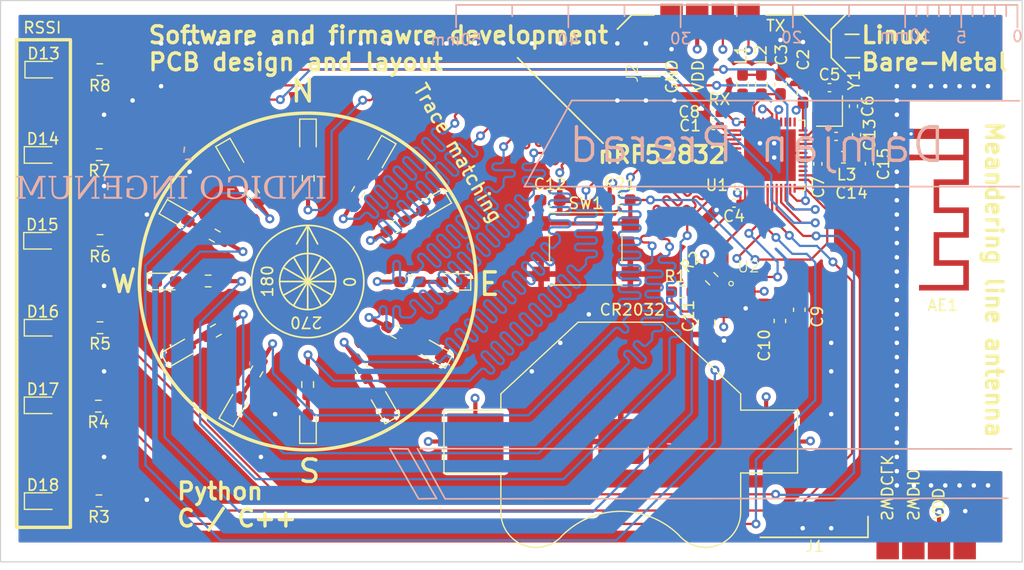
<source format=kicad_pcb>
(kicad_pcb (version 20221018) (generator pcbnew)
  (title_block (title "nRF52832 Beacon visit card") (date "2024-06-08") (rev "v0.1") (company "IndigoIngenium") (comment 1 "Author: Damjan Prerad"))
  (layers (0 "F.Cu" signal) (1 "In1.Cu" signal) (2 "In2.Cu" signal) (31 "B.Cu" signal) (34 "B.Paste" user) (35 "F.Paste" user) (36 "B.SilkS" user "B.Silkscreen") (37 "F.SilkS" user "F.Silkscreen") (38 "B.Mask" user) (39 "F.Mask" user) (44 "Edge.Cuts" user))
  (net 0 "")
  (net 1 "/ANT")
  (net 2 "VDD")
  (net 3 "GND")
  (net 4 "Net-(U1-DEC1)")
  (net 5 "/DEC4")
  (net 6 "/XC2")
  (net 7 "/HC1")
  (net 8 "/ANT_IC")
  (net 9 "/SETC")
  (net 10 "/SETP")
  (net 11 "Net-(U2-C1)")
  (net 12 "/PB")
  (net 13 "Net-(D1-A)")
  (net 14 "Net-(D2-A)")
  (net 15 "Net-(D3-A)")
  (net 16 "Net-(D4-A)")
  (net 17 "Net-(D5-A)")
  (net 18 "Net-(D6-A)")
  (net 19 "Net-(D7-A)")
  (net 20 "Net-(D8-A)")
  (net 21 "Net-(D9-A)")
  (net 22 "Net-(D10-A)")
  (net 23 "Net-(D11-A)")
  (net 24 "Net-(D12-A)")
  (net 25 "Net-(D13-A)")
  (net 26 "Net-(D14-A)")
  (net 27 "Net-(D15-A)")
  (net 28 "Net-(D16-A)")
  (net 29 "Net-(D17-A)")
  (net 30 "Net-(D18-A)")
  (net 31 "/SWDIO")
  (net 32 "/SWDCLK")
  (net 33 "/DCC_MID")
  (net 34 "/DCC")
  (net 35 "/SCL")
  (net 36 "/SDA")
  (net 37 "/DRSSI1")
  (net 38 "/DRSSI2")
  (net 39 "/DRSSI3")
  (net 40 "/DRSSI4")
  (net 41 "/DRSSI5")
  (net 42 "/DRSSI6")
  (net 43 "/D10")
  (net 44 "/D11")
  (net 45 "/D9")
  (net 46 "/D12")
  (net 47 "/D8")
  (net 48 "/D1")
  (net 49 "/D7")
  (net 50 "/D2")
  (net 51 "/D6")
  (net 52 "/D3")
  (net 53 "/D5")
  (net 54 "/D4")
  (net 55 "/DRDY")
  (net 70 "Net-(U1-DEC2)")
  (net 71 "Net-(U1-DEC3)")
  (net 72 "/RX")
  (net 73 "/TX")
  (footprint "Resistor_SMD:R_0603_1608Metric_Pad0.98x0.95mm_HandSolder" (layer "F.Cu") (at 163.3474 104.775 135)
    (fp_text reference "R2")
    (fp_text value "2k2")
  )
  (footprint "Resistor_SMD:R_0603_1608Metric_Pad0.98x0.95mm_HandSolder" (layer "F.Cu") (at 127.3556 114.1984 -90)
    (fp_text reference "R15")
    (fp_text value "1k")
  )
  (footprint "Resistor_SMD:R_0603_1608Metric_Pad0.98x0.95mm_HandSolder" (layer "F.Cu") (at 127.4064 95.8342 90)
    (fp_text reference "R14")
    (fp_text value "1k")
  )
  (footprint "Capacitor_SMD:C_0402_1005Metric_Pad0.74x0.62mm_HandSolder" (layer "F.Cu") (at 177.3936 94.5301 -90)
    (fp_text reference "C15")
    (fp_text value "8p")
  )
  (footprint "Package_DFN_QFN:QFN-48-1EP_6x6mm_P0.4mm_EP4.6x4.6mm" (layer "F.Cu") (at 168.529 93.7708)
    (fp_text reference "U1")
    (fp_text value "~")
  )
  (footprint "LED_SMD:LED_0603_1608Metric_Pad1.05x0.95mm_HandSolder" (layer "F.Cu") (at 116.056828 111.2069 30)
    (fp_text reference "D9")
    (fp_text value "LED")
  )
  (footprint "Resistor_SMD:R_0603_1608Metric_Pad0.98x0.95mm_HandSolder" (layer "F.Cu") (at 108.8625 109.1438 180)
    (fp_text reference "R5")
    (fp_text value "1k")
  )
  (footprint "LED_SMD:LED_0603_1608Metric_Pad1.05x0.95mm_HandSolder" (layer "F.Cu") (at 103.773 109.1438)
    (fp_text reference "D16")
    (fp_text value "LED")
  )
  (footprint "Resistor_SMD:R_0603_1608Metric_Pad0.98x0.95mm_HandSolder" (layer "F.Cu") (at 155.1686 97.7392)
    (fp_text reference "R21")
    (fp_text value "10k")
  )
  (footprint "Capacitor_SMD:C_0603_1608Metric_Pad1.08x0.95mm_HandSolder" (layer "F.Cu") (at 171.4754 88.2396 90)
    (fp_text reference "C2")
    (fp_text value "4u7")
  )
  (footprint "Resistor_SMD:R_0603_1608Metric_Pad0.98x0.95mm_HandSolder" (layer "F.Cu") (at 132.15525 112.804248 -60)
    (fp_text reference "R17")
    (fp_text value "1k")
  )
  (footprint "LED_SMD:LED_0603_1608Metric_Pad1.05x0.95mm_HandSolder" (layer "F.Cu") (at 103.773 116.0526)
    (fp_text reference "D17")
    (fp_text value "LED")
  )
  (footprint "Capacitor_SMD:C_0402_1005Metric_Pad0.74x0.62mm_HandSolder" (layer "F.Cu") (at 175.9712 89.408 90)
    (fp_text reference "C6")
    (fp_text value "12p")
  )
  (footprint "LED_SMD:LED_0603_1608Metric_Pad1.05x0.95mm_HandSolder" (layer "F.Cu") (at 103.773 93.7514)
    (fp_text reference "D14")
    (fp_text value "LED")
  )
  (footprint "LED_SMD:LED_0603_1608Metric_Pad1.05x0.95mm_HandSolder" (layer "F.Cu") (at 127.381 92.216 -90)
    (fp_text reference "D1")
    (fp_text value "LED")
  )
  (footprint "Inductor_SMD:L_0603_1608Metric_Pad1.05x0.95mm_HandSolder" (layer "F.Cu") (at 167.767 87.475 90)
    (fp_text reference "L2")
    (fp_text value "15n")
  )
  (footprint "Capacitor_SMD:C_0603_1608Metric_Pad1.08x0.95mm_HandSolder" (layer "F.Cu") (at 169.4688 87.4765 90)
    (fp_text reference "C3")
    (fp_text value "1u")
  )
  (footprint "LED_SMD:LED_0603_1608Metric_Pad1.05x0.95mm_HandSolder" (layer "F.Cu") (at 134.0612 115.9002 120)
    (fp_text reference "D6")
    (fp_text value "LED")
  )
  (footprint "LED_SMD:LED_0603_1608Metric_Pad1.05x0.95mm_HandSolder" (layer "F.Cu") (at 140.2194 105.0544 180)
    (fp_text reference "D4")
    (fp_text value "LED")
  )
  (footprint "Resistor_SMD:R_0603_1608Metric_Pad0.98x0.95mm_HandSolder" (layer "F.Cu") (at 135.257848 109.52385 -30)
    (fp_text reference "R19")
    (fp_text value "1k")
  )
  (footprint "Capacitor_SMD:C_0805_2012Metric_Pad1.18x1.45mm_HandSolder" (layer "F.Cu") (at 162.8902 108.7081 -90)
    (fp_text reference "C11")
    (fp_text value "100n")
  )
  (footprint "Capacitor_SMD:C_0603_1608Metric_Pad1.08x0.95mm_HandSolder" (layer "F.Cu") (at 171.1452 107.5436 -90)
    (fp_text reference "C9")
    (fp_text value "u22")
  )
  (footprint "Inductor_SMD:L_0603_1608Metric_Pad1.05x0.95mm_HandSolder" (layer "F.Cu") (at 175.0858 93.9584)
    (fp_text reference "L3")
    (fp_text value "3n9")
  )
  (footprint "LED_SMD:LED_0603_1608Metric_Pad1.05x0.95mm_HandSolder" (layer "F.Cu") (at 103.7222 101.3968)
    (fp_text reference "D15")
    (fp_text value "LED")
  )
  (footprint "Crystal:Crystal_SMD_2016-4Pin_2.0x1.6mm" (layer "F.Cu") (at 173.8376 89.8398 90)
    (fp_text reference "Y1")
    (fp_text value "32 MHz")
  )
  (footprint "Resistor_SMD:R_0603_1608Metric_Pad0.98x0.95mm_HandSolder" (layer "F.Cu") (at 119.0752 100.9396 150)
    (fp_text reference "R10")
    (fp_text value "1k")
  )
  (footprint "SMD_edgeConnector_4pin:SMD_edgeConnector_4pin" (layer "F.Cu") (at 185.8772 128.27 90)
    (fp_text reference "J1")
    (fp_text value "Programming")
  )
  (footprint "Capacitor_SMD:C_0402_1005Metric_Pad0.74x0.62mm_HandSolder" (layer "F.Cu") (at 165.3286 98.044 180)
    (fp_text reference "C4")
    (fp_text value "100n")
  )
  (footprint "RF_Antenna:Texas_SWRA117D_2.4GHz_Right" (layer "F.Cu") (at 181.102 93.9766 -90)
    (fp_text reference "AE1")
    (fp_text value "Antenna_Dipole")
  )
  (footprint "Resistor_SMD:R_0603_1608Metric_Pad0.98x0.95mm_HandSolder" (layer "F.Cu") (at 108.7101 116.1288 180)
    (fp_text reference "R4")
    (fp_text value "1k")
  )
  (footprint "LED_SMD:LED_0603_1608Metric_Pad1.05x0.95mm_HandSolder" (layer "F.Cu") (at 138.527372 111.2831 150)
    (fp_text reference "D5")
    (fp_text value "LED")
  )
  (footprint "Capacitor_SMD:C_0603_1608Metric_Pad1.08x0.95mm_HandSolder" (layer "F.Cu") (at 169.418 108.5342 -90)
    (fp_text reference "C10")
    (fp_text value "4u7")
  )
  (footprint "LED_SMD:LED_0603_1608Metric_Pad1.05x0.95mm_HandSolder" (layer "F.Cu") (at 103.7844 124.587)
    (fp_text reference "D18")
    (fp_text value "LED")
  )
  (footprint "Capacitor_SMD:C_0402_1005Metric_Pad0.74x0.62mm_HandSolder" (layer "F.Cu") (at 174.4305 92.1004 180)
    (fp_text reference "C14")
    (fp_text value "100p")
  )
  (footprint "HMC5883L:HMC5883L" (layer "F.Cu") (at 166.3422 107.4206)
    (fp_text reference "U2")
    (fp_text value "~")
  )
  (footprint "LED_SMD:LED_0603_1608Metric_Pad1.05x0.95mm_HandSolder" (layer "F.Cu") (at 103.8352 86.1568)
    (fp_text reference "D13")
    (fp_text value "LED")
  )
  (footprint "LED_SMD:LED_0603_1608Metric_Pad1.05x0.95mm_HandSolder" (layer "F.Cu") (at 127.381 117.7912 90)
    (fp_text reference "D7")
    (fp_text value "LED")
  )
  (footprint "Resistor_SMD:R_0603_1608Metric_Pad0.98x0.95mm_HandSolder" (layer "F.Cu") (at 108.7628 124.5616 180)
    (fp_text reference "R3")
    (fp_text value "1k")
  )
  (footprint "LED_SMD:LED_0603_1608Metric_Pad1.05x0.95mm_HandSolder" (layer "F.Cu") (at 120.9237 116.149972 60)
    (fp_text reference "D8")
    (fp_text value "LED")
  )
  (footprint "Resistor_SMD:R_0603_1608Metric_Pad0.98x0.95mm_HandSolder" (layer "F.Cu") (at 122.7836 113.03 -120)
    (fp_text reference "R13")
    (fp_text value "1k")
  )
  (footprint "Capacitor_SMD:C_0402_1005Metric_Pad0.74x0.62mm_HandSolder" (layer "F.Cu") (at 176.2506 91.9567 -90)
    (fp_text reference "C13")
    (fp_text value "100p")
  )
  (footprint "Capacitor_SMD:C_0402_1005Metric_Pad0.74x0.62mm_HandSolder" (layer "F.Cu") (at 163.4831 90.0684 180)
    (fp_text reference "C8")
    (fp_text value "100n")
  )
  (footprint "Resistor_SMD:R_0603_1608Metric_Pad0.98x0.95mm_HandSolder" (layer "F.Cu") (at 108.8625 101.3714 180)
    (fp_text reference "R6")
    (fp_text value "1k")
  )
  (footprint "Resistor_SMD:R_0603_1608Metric_Pad0.98x0.95mm_HandSolder" (layer "F.Cu") (at 108.7863 93.726 180)
    (fp_text reference "R7")
    (fp_text value "1k")
  )
  (footprint "LED_SMD:LED_0603_1608Metric_Pad1.05x0.95mm_HandSolder" (layer "F.Cu") (at 115.9256 99.187 -30)
    (fp_text reference "D11")
    (fp_text value "LED")
  )
  (footprint "Capacitor_SMD:C_0402_1005Metric_Pad0.74x0.62mm_HandSolder" (layer "F.Cu") (at 173.8376 87.757)
    (fp_text reference "C5")
    (fp_text value "12p")
  )
  (footprint "LED_SMD:LED_0603_1608Metric_Pad1.05x0.95mm_HandSolder" (layer "F.Cu") (at 133.75355 93.824752 -120)
    (fp_text reference "D2")
    (fp_text value "LED")
  )
  (footprint "Resistor_SMD:R_0603_1608Metric_Pad0.98x0.95mm_HandSolder" (layer "F.Cu") (at 136.4723 105.0544)
    (fp_text reference "R20")
    (fp_text value "1k")
  )
  (footprint "Capacitor_SMD:C_0603_1608Metric_Pad1.08x0.95mm_HandSolder" (layer "F.Cu") (at 148.9456 97.79)
    (fp_text reference "C12")
    (fp_text value "10u")
  )
  (footprint "Resistor_SMD:R_0603_1608Metric_Pad0.98x0.95mm_HandSolder" (layer "F.Cu") (at 119.1768 109.3978 -150)
    (fp_text reference "R11")
    (fp_text value "1k")
  )
  (footprint "LED_SMD:LED_0603_1608Metric_Pad1.05x0.95mm_HandSolder" (layer "F.Cu") (at 120.6303 94.077372 -60)
    (fp_text reference "D12")
    (fp_text value "LED")
  )
  (footprint "LED_SMD:LED_0603_1608Metric_Pad1.05x0.95mm_HandSolder" (layer "F.Cu") (at 114.7318 105.029)
    (fp_text reference "D10")
    (fp_text value "LED")
  )
  (footprint "SMD_edgeConnector_4pin:SMD_edgeConnector_4pin" (layer "F.Cu") (at 159.766 81.788 -90)
    (fp_text reference "J2")
    (fp_text value "UART" hide)
  )
  (footprint "LED_SMD:LED_0603_1608Metric_Pad1.05x0.95mm_HandSolder" (layer "F.Cu") (at 138.360876 98.22845 -150)
    (fp_text reference "D3")
    (fp_text value "LED")
  )
  (footprint "Capacitor_SMD:C_0402_1005Metric_Pad0.74x0.62mm_HandSolder" (layer "F.Cu") (at 163.4998 91.1352 180)
    (fp_text reference "C1")
    (fp_text value "100n")
  )
  (footprint "Battery:BatteryHolder_Multicomp_BC-2001_1x2032" (layer "F.Cu") (at 155.2448 119.2784 180)
    (fp_text reference "BT1")
    (fp_text value "Battery_Cell")
  )
  (footprint "Resistor_SMD:R_0603_1608Metric_Pad0.98x0.95mm_HandSolder" (layer "F.Cu") (at 135.1788 100.1268 30)
    (fp_text reference "R18")
    (fp_text value "1k")
  )
  (footprint "Button_Switch_SMD:SW_Push_1P1T_NO_6x6mm_H9.5mm" (layer "F.Cu") (at 152.1206 102.108)
    (fp_text reference "SW1")
    (fp_text value "SW_Push")
  )
  (footprint "Resistor_SMD:R_0603_1608Metric_Pad0.98x0.95mm_HandSolder" (layer "F.Cu") (at 160.6804 105.9434 180)
    (fp_text reference "R1")
    (fp_text value "2k2")
  )
  (footprint "Resistor_SMD:R_0603_1608Metric_Pad0.98x0.95mm_HandSolder" (layer "F.Cu") (at 118.491 104.9782 180)
    (fp_text reference "R9")
    (fp_text value "1k")
  )
  (footprint "Resistor_SMD:R_0603_1608Metric_Pad0.98x0.95mm_HandSolder" (layer "F.Cu") (at 131.85045 97.050552 60)
    (fp_text reference "R16")
    (fp_text value "1k")
  )
  (footprint "Resistor_SMD:R_0603_1608Metric_Pad0.98x0.95mm_HandSolder" (layer "F.Cu") (at 108.8409 86.1568 180)
    (fp_text reference "R8")
    (fp_text value "1k")
  )
  (footprint "Capacitor_SMD:C_0402_1005Metric_Pad0.74x0.62mm_HandSolder" (layer "F.Cu") (at 172.7998 94.5426 -90)
    (fp_text reference "C7")
    (fp_text value "8p")
  )
  (footprint "Inductor_SMD:L_0603_1608Metric_Pad1.05x0.95mm_HandSolder" (layer "F.Cu") (at 166.0906 87.489 -90)
    (fp_text reference "L1")
    (fp_text value "10u")
  )
  (footprint "Resistor_SMD:R_0603_1608Metric_Pad0.98x0.95mm_HandSolder" (layer "F.Cu") (at 122.47785 97.157848 120)
    (fp_text reference "R12")
    (fp_text value "1k")
  )
  (footprint "Calibration_Scale:Gauge_50mm_Type1_SilkScreenTop" (layer "B.Cu") (at 190.5762 80.391 180)
    (fp_text reference " " hide)
    (fp_text value "Gauge_50mm_Type1_SilkScreenTop")
  )
  (gr_line (start 116.3828 93.0656) (end 116.332 93.4974) (stroke (width 0.15)) (layer "B.SilkS"))
  (gr_line (start 159.4104 119.4816) (end 159.6644 119.4816) (stroke (width 0.15)) (layer "B.SilkS"))
  (gr_line (start 116.4844 94.1578) (end 116.967 94.107) (stroke (width 0.15)) (layer "B.SilkS"))
  (gr_line (start 146.6596 96.5708) (end 190.754 96.5708) (stroke (width 0.15)) (layer "B.SilkS"))
  (gr_line (start 134.6708 119.9134) (end 137.2362 124.3838) (stroke (width 0.15)) (layer "B.SilkS"))
  (gr_line (start 138.8364 124.3584) (end 136.2964 119.9388) (stroke (width 0.15)) (layer "B.SilkS"))
  (gr_line (start 137.1346 119.9134) (end 139.5984 124.3838) (stroke (width 0.15)) (layer "B.SilkS"))
  (gr_line (start 139.5984 124.3838) (end 189.7126 124.333) (stroke (width 0.15)) (layer "B.SilkS"))
  (gr_line (start 150.876 88.9) (end 146.6596 96.5708) (stroke (width 0.15)) (layer "B.SilkS"))
  (gr_line (start 136.2964 119.9388) (end 134.6708 119.9134) (stroke (width 0.15)) (layer "B.SilkS"))
  (gr_line (start 137.3886 119.9134) (end 190.0428 119.9388) (stroke (width 0.15)) (layer "B.SilkS"))
  (gr_line (start 150.876 88.9) (end 190.754 88.9254) (stroke (width 0.15)) (layer "B.SilkS"))
  (gr_line (start 137.2362 124.3838) (end 138.8364 124.3584) (stroke (width 0.15)) (layer "B.SilkS"))
  (gr_line (start 173.99 83.82) (end 173.99 82.55) (stroke (width 0.15)) (layer "F.SilkS"))
  (gr_line (start 146.05 85.09) (end 153.67 92.71) (stroke (width 0.15)) (layer "F.SilkS"))
  (gr_line (start 173.99 82.55) (end 175.26 81.28) (stroke (width 0.15)) (layer "F.SilkS"))
  (gr_line (start 157.1498 86.7664) (end 158.75 86.7664) (stroke (width 0.15)) (layer "F.SilkS"))
  (gr_line (start 173.99 83.82) (end 173.99 85.09) (stroke (width 0.15)) (layer "F.SilkS"))
  (gr_line (start 173.99 85.09) (end 175.26 86.36) (stroke (width 0.15)) (layer "F.SilkS"))
  (gr_circle (center 127.3584 105.0254) (end 132.3584 105.0254) (stroke (width 0.15)) (fill none) (layer "F.SilkS"))
  (gr_line (start 167.6654 127.8128) (end 177.2666 127.8128) (stroke (width 0.15)) (layer "F.SilkS"))
  (gr_line (start 127.3584 105.0254) (end 129.4638 103.7844) (stroke (width 0.15)) (layer "F.SilkS"))
  (gr_line (start 171.45 81.28) (end 173.99 83.82) (stroke (width 0.15)) (layer "F.SilkS"))
  (gr_line (start 176.4538 83.0072) (end 175.2346 83.0072) (stroke (width 0.15)) (layer "F.SilkS"))
  (gr_circle (center 127.3584 105.0254) (end 129.8584 105.0254) (stroke (width 0.15)) (fill none) (layer "F.SilkS"))
  (gr_line (start 127.3584 105.0254) (end 125.1966 106.2482) (stroke (width 0.15)) (layer "F.SilkS"))
  (gr_line (start 127.3584 105.0254) (end 129.4892 106.2228) (stroke (width 0.15)) (layer "F.SilkS"))
  (gr_rect (start 101.4222 83.4898) (end 106.2228 126.9238) (stroke (width 0.3)) (fill none) (layer "F.SilkS"))
  (gr_line (start 127.3584 105.0254) (end 126.111 107.1626) (stroke (width 0.15)) (layer "F.SilkS"))
  (gr_line (start 127.3584 100.0254) (end 126.365 101.6762) (stroke (width 0.15)) (layer "F.SilkS"))
  (gr_line (start 156.21 81.28) (end 158.1912 81.28) (stroke (width 0.15)) (layer "F.SilkS"))
  (gr_line (start 127.3584 105.0254) (end 127.3584 107.5254) (stroke (width 0.15)) (layer "F.SilkS"))
  (gr_line (start 154.94 82.55) (end 156.21 81.28) (stroke (width 0.15)) (layer "F.SilkS"))
  (gr_line (start 127.3584 105.0254) (end 126.1364 102.9208) (stroke (width 0.15)) (layer "F.SilkS"))
  (gr_line (start 127.3584 100.0254) (end 128.2446 101.6762) (stroke (width 0.15)) (layer "F.SilkS"))
  (gr_line (start 127.3584 105.0254) (end 128.5494 102.9462) (stroke (width 0.15)) (layer "F.SilkS"))
  (gr_line (start 127.3584 105.0254) (end 128.5494 107.1118) (stroke (width 0.15)) (layer "F.SilkS"))
  (gr_line (start 127.3584 105.0254) (end 129.8584 105.0254) (stroke (width 0.15)) (layer "F.SilkS"))
  (gr_line (start 127.3584 105.0254) (end 124.8584 105.0254) (stroke (width 0.15)) (layer "F.SilkS"))
  (gr_line (start 176.53 85.09) (end 175.26 85.09) (stroke (width 0.15)) (layer "F.SilkS"))
  (gr_circle (center 127.3584 105.0254) (end 142.3584 105.0254) (stroke (width 0.3)) (fill none) (layer "F.SilkS"))
  (gr_line (start 127.3584 105.0254) (end 125.1966 103.7844) (stroke (width 0.15)) (layer "F.SilkS"))
  (gr_line (start 168.1988 81.28) (end 171.45 81.28) (stroke (width 0.15)) (layer "F.SilkS"))
  (gr_line (start 177.2666 127.8128) (end 177.2666 125.9586) (stroke (width 0.15)) (layer "F.SilkS"))
  (gr_line (start 127.3584 105.0254) (end 127.3584 100.0254) (stroke (width 0.15)) (layer "F.SilkS"))
  (gr_line (start 128.5494 102.9462) (end 127.3584 105.0254) (stroke (width 0.15)) (layer "F.SilkS"))
  (gr_rect (start 100 80) (end 191 130) (stroke (width 0.1)) (fill none) (layer "Edge.Cuts"))
  (gr_text "INDIGO INGENUM" (at 129.1082 97.9932) (layer "B.SilkS") (effects (font (size 2 2)) (justify left bottom mirror)))
  (gr_text "Damjan Prerad\n" (at 184.3532 94.615) (layer "B.SilkS") (effects (font (size 3 3) (thickness 0.3)) (justify left bottom mirror)))
  (gr_text "RX" (at 162.941 89.3826) (layer "F.SilkS") (effects (font (size 1 1)) (justify left bottom)))
  (gr_text "Linux\nBare-Metal" (at 176.53 86.36) (layer "F.SilkS") (effects (font (size 1.5 1.5) (thickness 0.3) bold) (justify left bottom)))
  (gr_text "180" (at 124.3584 106.5276 90) (layer "F.SilkS") (effects (font (size 1 1)) (justify left bottom)))
  (gr_text "Trace matching" (at 136.6012 87.7824 300) (layer "F.SilkS") (effects (font (size 1.2 1.2) (thickness 0.2) bold) (justify left bottom)))
  (gr_text "VDD" (at 184.15 126.3396 90) (layer "F.SilkS") (effects (font (size 1 1)) (justify left bottom)))
  (gr_text "GND" (at 160.3756 88.392 90) (layer "F.SilkS") (effects (font (size 1 1)) (justify left bottom)))
  (gr_text "Python\nC / C++" (at 115.57 127) (layer "F.SilkS") (effects (font (size 1.5 1.5) (thickness 0.3) bold) (justify left bottom)))
  (gr_text "270\n" (at 128.7526 108.077 180) (layer "F.SilkS") (effects (font (size 1 1)) (justify left bottom)))
  (gr_text "RSSI\n" (at 101.9302 83.0072) (layer "F.SilkS") (effects (font (size 1 1)) (justify left bottom)))
  (gr_text "S" (at 126.365 123.0884) (layer "F.SilkS") (effects (font (size 2 2) (thickness 0.3)) (justify left bottom)))
  (gr_text "0" (at 131.7244 105.6386 90) (layer "F.SilkS") (effects (font (size 1 1)) (justify left bottom)))
  (gr_text "N" (at 125.6792 89.2048) (layer "F.SilkS") (effects (font (size 2 2) (thickness 0.3) bold) (justify left bottom)))
  (gr_text "CR2032" (at 153.2636 108.1278) (layer "F.SilkS") (effects (font (size 1 1)) (justify left bottom)))
  (gr_text "SWDIO" (at 180.6702 126.4412 270) (layer "F.SilkS") (effects (font (size 1 1)) (justify left bottom mirror)))
  (gr_text "nRF52832\n" (at 153.0604 94.615) (layer "F.SilkS") (effects (font (size 1.5 1.5) (thickness 0.3) bold) (justify left bottom)))
  (gr_text "Meandering line antenna\n" (at 187.6298 90.6272 -90) (layer "F.SilkS") (effects (font (size 1.5 1.5) (thickness 0.3) bold) (justify left bottom)))
  (gr_text "E" (at 142.4432 106.426) (layer "F.SilkS") (effects (font (size 2 2) (thickness 0.3)) (justify left bottom)))
  (gr_text "SWDCLK" (at 178.3334 126.4412 270) (layer "F.SilkS") (effects (font (size 1 1)) (justify left bottom mirror)))
  (gr_text "Software and firmawre development\nPCB design and layout" (at 113.03 86.36) (layer "F.SilkS") (effects (font (size 1.5 1.5) (thickness 0.3) bold) (justify left bottom)))
  (gr_text "TX" (at 168.0972 82.8294) (layer "F.SilkS") (effects (font (size 1 1)) (justify left bottom)))
  (gr_text "VDD" (at 162.7124 88.2396 90) (layer "F.SilkS") (effects (font (size 1 1)) (justify left bottom)))
  (gr_text "W" (at 109.6264 106.172) (layer "F.SilkS") (effects (font (size 2 2) (thickness 0.3)) (justify left bottom)))
  (segment (start 175.9608 93.9584) (end 177.3894 93.9584) (width 0.3693) (layer "F.Cu") (net 1))
  (segment (start 177.3894 93.9584) (end 177.3936 93.9626) (width 0.3693) (layer "F.Cu") (net 1))
  (segment (start 177.3936 93.9626) (end 181.088 93.9626) (width 0.3693) (layer "F.Cu") (net 1))
  (segment (start 181.088 93.9626) (end 181.102 93.9766) (width 0.3693) (layer "F.Cu") (net 1))
  (segment (start 172.085 119.2784) (end 172.1358 119.2276) (width 0.3693) (layer "F.Cu") (net 2))
  (segment (start 159.7679 106.7073) (end 160.7566 107.696) (width 0.2) (layer "F.Cu") (net 2))
  (segment (start 171.4754 91.5672) (end 171.479 91.5708) (width 0.2) (layer "F.Cu") (net 2))
  (segment (start 164.4142 108.1706) (end 164.4142 109.0676) (width 0.2) (layer "F.Cu") (net 2))
  (segment (start 154.2561 96.5435) (end 154.5336 96.266) (width 0.3693) (layer "F.Cu") (net 2))
  (segment (start 162.7124 104.11953) (end 162.702165 104.129765) (width 0.2) (layer "F.Cu") (net 2))
  (segment (start 165.8961 97.3923) (end 165.6334 97.1296) (width 0.2) (layer "F.Cu") (net 2))
  (segment (start 163.3902 107.1706) (end 162.8902 107.6706) (width 0.2) (layer "F.Cu") (net 2))
  (segment (start 164.6682 90.0684) (end 165.4206 90.8208) (width 0.2) (layer "F.Cu") (net 2))
  (segment (start 165.4206 90.8208) (end 165.5318 90.8208) (width 0.2) (layer "F.Cu") (net 2))
  (segment (start 142.2948 119.2784) (end 142.2948 115.447) (width 0.3693) (layer "F.Cu") (net 2))
  (segment (start 159.7679 105.9434) (end 159.7679 106.7073) (width 0.2) (layer "F.Cu") (net 2))
  (segment (start 142.2948 115.447) (end 142.2654 115.4176) (width 0.3693) (layer "F.Cu") (net 2))
  (segment (start 154.2561 97.7392) (end 154.2561 96.5435) (width 0.3693) (layer "F.Cu") (net 2))
  (segment (start 171.4754 89.154) (end 170.8658 89.7636) (width 0.2) (layer "F.Cu") (net 2))
  (segment (start 162.052 81.788) (end 162.052 84.328) (width 0.3693) (layer "F.Cu") (net 2))
  (segment (start 164.9222 108.1706) (end 164.4142 108.1706) (width 0.2) (layer "F.Cu") (net 2))
  (segment (start 166.329 96.7208) (end 166.329 97.6953) (width 0.2) (layer "F.Cu") (net 2))
  (segment (start 171.4754 89.1021) (end 171.4754 91.5672) (width 0.2) (layer "F.Cu") (net 2))
  (segment (start 165.8961 98.044) (end 165.8961 97.3923) (width 0.2) (layer "F.Cu") (net 2))
  (segment (start 183.5912 128.4478) (end 183.5912 125.5776) (width 0.3693) (layer "F.Cu") (net 2))
  (segment (start 165.8961 98.044) (end 165.9803 98.044) (width 0.2) (layer "F.Cu") (net 2))
  (segment (start 142.2948 119.2784) (end 138.0998 119.2784) (width 0.3693) (layer "F.Cu") (net 2))
  (segment (start 166.329 90.8208) (end 165.5318 90.8208) (width 0.2) (layer "F.Cu") (net 2))
  (segment (start 168.1948 115.2946) (end 168.1988 115.2906) (width 0.3693) (layer "F.Cu") (net 2))
  (segment (start 183.5912 125.5776) (end 183.6166 125.5522) (width 0.3693) (layer "F.Cu") (net 2))
  (segment (start 168.1948 119.2784) (end 172.085 119.2784) (width 0.3693) (layer "F.Cu") (net 2))
  (segment (start 164.9222 107.1706) (end 163.3902 107.1706) (width 0.2) (layer "F.Cu") (net 2))
  (segment (start 162.8902 107.6706) (end 163.3902 108.1706) (width 0.2) (layer "F.Cu") (net 2))
  (segment (start 166.329 97.6953) (end 165.9636 98.0607) (width 0.2) (layer "F.Cu") (net 2))
  (segment (start 167.1222 105.9206) (end 167.993 105.9206) (width 0.2) (layer "F.Cu") (net 2))
  (segment (start 163.3902 108.1706) (end 164.4142 108.1706) (width 0.2) (layer "F.Cu") (net 2))
  (segment (start 168.1948 119.2784) (end 168.1948 115.2946) (width 0.3693) (layer "F.Cu") (net 2))
  (segment (start 171.4754 89.1021) (end 171.4754 89.154) (width 0.2) (layer "F.Cu") (net 2))
  (segment (start 160.7566 107.696) (end 162.8648 107.696) (width 0.2) (layer "F.Cu") (net 2))
  (segment (start 167.993 105.9206) (end 168.021 105.8926) (width 0.2) (layer "F.Cu") (net 2))
  (segment (start 164.0506 90.0684) (end 164.6682 90.0684) (width 0.2) (layer "F.Cu") (net 2))
  (segment (start 162.8648 107.696) (end 162.8902 107.6706) (width 0.2) (layer "F.Cu") (net 2))
  (segment (start 162.7124 102.5906) (end 162.7124 104.11953) (width 0.2) (layer "F.Cu") (net 2))
  (segment (start 165.9803 98.044) (end 166.329 97.6953) (width 0.2) (layer "F.Cu") (net 2))
  (via (at 165.5318 90.8208) (size 0.8) (drill 0.4) (layers "F.Cu" "B.Cu") (net 2))
  (via (at 168.021 105.8926) (size 0.8) (drill 0.4) (layers "F.Cu" "B.Cu") (net 2))
  (via (at 183.6166 125.5522) (size 0.8) (drill 0.4) (layers "F.Cu" "B.Cu") (net 2))
  (via (at 165.6334 97.1296) (size 0.8) (drill 0.4) (layers "F.Cu" "B.Cu") (net 2))
  (via (at 162.052 84.328) (size 0.8) (drill 0.4) (layers "F.Cu" "B.Cu") (net 2))
  (via (at 172.1358 119.2276) (size 0.8) (drill 0.4) (layers "F.Cu" "B.Cu") (net 2))
  (via (at 170.8658 89.7636) (size 0.8) (drill 0.4) (layers "F.Cu" "B.Cu") (net 2))
  (via (at 164.4142 109.0676) (size 0.8) (drill 0.4) (layers "F.Cu" "B.Cu") (net 2))
  (via (at 138.0998 119.2784) (size 0.8) (drill 0.4) (layers "F.Cu" "B.Cu") (net 2))
  (via (at 154.5336 96.266) (size 0.8) (drill 0.4) (layers "F.Cu" "B.Cu") (net 2))
  (via (at 142.2654 115.4176) (size 0.8) (drill 0.4) (layers "F.Cu" "B.Cu") (net 2))
  (via (at 168.1988 115.2906) (size 0.8) (drill 0.4) (layers "F.Cu" "B.Cu") (net 2))
  (via (at 162.7124 102.5906) (size 0.8) (drill 0.4) (layers "F.Cu" "B.Cu") (net 2))
  (segment (start 169.4688 86.9961) (end 169.4688 85.852) (width 0.3693) (layer "F.Cu") (net 3))
  (segment (start 171.4754 87.3771) (end 171.4754 83.693) (width 0.3693) (layer "F.Cu") (net 3))
  (segment (start 167.124 108.1706) (end 166.37 107.4166) (width 0.2) (layer "F.Cu") (net 3))
  (segment (start 175.3362 91.3892) (end 176.2506 91.3892) (width 0.3693) (layer "F.Cu") (net 3))
  (segment (start 169.4688 86.614) (end 169.4688 85.852) (width 0.3693) (layer "F.Cu") (net 3))
  (segment (start 177.3811 95.1101) (end 177.3936 95.0976) (width 0.3693) (layer "F.Cu") (net 3))
  (segment (start 181.102 91.8766) (end 179.7256 91.8766) (width 0.3693) (layer "F.Cu") (net 3))
  (segment (start 169.418 109.2962) (end 169.418 109.3967) (width 0.2) (layer "F.Cu") (net 3))
  (segment (start 179.7256 91.8766) (end 179.705 91.8972) (width 0.3693) (layer "F.Cu") (net 3))
  (segment (start 174.3876 89.1398) (end 174.3876 89.2898) (width 0.15) (layer "F.Cu") (net 3))
  (segment (start 166.616 107.1706) (end 166.37 107.4166) (width 0.2) (layer "F.Cu") (net 3))
  (segment (start 169.4688 85.852) (end 169.4688 83.5152) (width 0.3693) (layer "F.Cu") (net 3))
  (segment (start 185.8772 125.5268) (end 185.928 125.476) (width 0.3693) (layer "F.Cu") (net 3))
  (segment (start 168.2924 108.1706) (end 169.418 109.2962) (width 0.2) (layer "F.Cu") (net 3))
  (segment (start 174.3876 89.2898) (end 173.2876 90.3898) (width 0.15) (layer "F.Cu") (net 3))
  (segment (start 173.2876 90.3898) (end 173.2876 90.5398) (width 0.15) (layer "F.Cu") (net 3))
  (segment (start 167.529 90.8208) (end 167.529 92.599) (width 0.2) (layer "F.Cu") (net 3))
  (segment (start 162.9323 91.1352) (end 162.9323 90.0851) (width 0.3693) (layer "F.Cu") (net 3))
  (segment (start 176.2506 91.3892) (end 179.197 91.3892) (width 0.3693) (layer "F.Cu") (net 3))
  (segment (start 167.9222 108.1706) (end 167.124 108.1706) (width 0.2) (layer "F.Cu") (net 3))
  (segment (start 179.197 91.3892) (end 179.705 91.8972) (width 0.3693) (layer "F.Cu") (net 3))
  (segment (start 162.9323 90.0851) (end 162.9156 90.0684) (width 0.3693) (layer "F.Cu") (net 3))
  (segment (start 167.9222 108.1706) (end 168.2924 108.1706) (width 0.2) (layer "F.Cu") (net 3))
  (segment (start 164.7611 98.044) (end 164.3888 98.044) (width 0.2) (layer "F.Cu") (net 3))
  (segment (start 159.766 81.788) (end 159.766 84.328) (width 0.3693) (layer "F.Cu") (net 3))
  (segment (start 172.7998 95.1101) (end 177.3811 95.1101) (width 0.3693) (layer "F.Cu") (net 3))
  (segment (start 168.729 93.5708) (end 168.529 93.7708) (width 0.2) (layer "F.Cu") (net 3))
  (segment (start 164.4396 110.2868) (end 163.4314 110.2868) (width 0.2) (layer "F.Cu") (net 3))
  (segment (start 171.479 93.5708) (end 168.729 93.5708) (width 0.2) (layer "F.Cu") (net 3))
  (segment (start 167.9222 107.1706) (end 166.616 107.1706) (width 0.2) (layer "F.Cu") (net 3))
  (segment (start 167.529 92.599) (end 167.64 92.71) (width 0.2) (layer "F.Cu") (net 3))
  (segment (start 185.8772 128.27) (end 185.8772 125.5268) (width 0.3693) (layer "F.Cu") (net 3))
  (segment (start 177.3936 95.0976) (end 179.6796 95.0976) (width 0.3693) (layer "F.Cu") (net 3))
  (segment (start 163.4314 110.2868) (end 162.8902 109.7456) (width 0.2) (layer "F.Cu") (net 3))
  (segment (start 179.6796 95.0976) (end 179.832 95.25) (width 0.3693) (layer "F.Cu") (net 3))
  (segment (start 174.998 92.1004) (end 174.998 91.7274) (width 0.3693) (layer "F.Cu") (net 3))
  (segment (start 174.998 91.7274) (end 175.3362 91.3892) (width 0.3693) (layer "F.Cu") (net 3))
  (segment (start 164.3888 98.044) (end 163.7792 98.6536) (width 0.2) (layer "F.Cu") (net 3))
  (via (at 187.96 123.19) (size 0.8) (drill 0.4) (layers "F.Cu" "B.Cu") (net 3))
  (via (at 164.4396 110.2868) (size 0.8) (drill 0.4) (layers "F.Cu" "B.Cu") (net 3))
  (via (at 109.22 90.17) (size 0.8) (drill 0.4) (layers "F.Cu" "B.Cu") (net 3))
  (via (at 137.16 83.82) (size 0.8) (drill 0.4) (layers "F.Cu" "B.Cu") (net 3))
  (via (at 179.832 109.22) (size 0.8) (drill 0.4) (layers "F.Cu" "B.Cu") (net 3))
  (via (at 168.91 93.98) (size 0.8) (drill 0.4) (layers "F.Cu" "B.Cu") (net 3))
  (via (at 123.19 120.65) (size 0.8) (drill 0.4) (layers "F.Cu" "B.Cu") (net 3))
  (via (at 109.22 105.41) (size 0.8) (drill 0.4) (layers "F.Cu" "B.Cu") (net 3))
  (via (at 139.7 83.82) (size 0.8) (drill 0.4) (layers "F.Cu" "B.Cu") (net 3))
  (via (at 167.64 92.71) (size 0.8) (drill 0.4) (layers "F.Cu" "B.Cu") (net 3))
  (via (at 179.832 97.79) (size 0.8) (drill 0.4) (layers "F.Cu" "B.Cu") (net 3))
  (via (at 114.3 83.82) (size 0.8) (drill 0.4) (layers "F.Cu" "B.Cu") (net 3))
  (via (at 171.45 127) (size 0.8) (drill 0.4) (layers "F.Cu" "B.Cu") (net 3))
  (via (at 179.832 105.41) (size 0.8) (drill 0.4) (layers "F.Cu" "B.Cu") (net 3))
  (via (at 179.832 116.84) (size 0.8) (drill 0.4) (layers "F.Cu" "B.Cu") (net 3))
  (via (at 179.832 101.6) (size 0.8) (drill 0.4) (layers "F.Cu" "B.Cu") (net 3))
  (via (at 116.84 95.25) (size 0.8) (drill 0.4) (layers "F.Cu" "B.Cu") (net 3))
  (via (at 152.4 83.82) (size 0.8) (drill 0.4) (layers "F.Cu" "B.Cu") (net 3))
  (via (at 179.832 113.03) (size 0.8) (drill 0.4) (layers "F.Cu" "B.Cu") (net 3))
  (via (at 179.832 104.14) (size 0.8) (drill 0.4) (layers "F.Cu" "B.Cu") (net 3))
  (via (at 179.832 95.25) (size 0.8) (drill 0.4) (layers "F.Cu" "B.Cu") (net 3))
  (via (at 179.832 87.63) (size 0.8) (drill 0.4) (layers "F.Cu" "B.Cu") (net 3))
  (via (at 179.832 114.3) (size 0.8) (drill 0.4) (layers "F.Cu" "B.Cu") (net 3))
  (via (at 152.4 107.95) (size 0.8) (drill 0.4) (layers "F.Cu" "B.Cu") (net 3))
  (via (at 185.42 123.19) (size 0.8) (drill 0.4) (layers "F.Cu" "B.Cu") (net 3))
  (via (at 179.832 115.57) (size 0.8) (drill 0.4) (layers "F.Cu" "B.Cu") (net 3))
  (via (at 179.832 90.17) (size 0.8) (drill 0.4) (layers "F.Cu" "B.Cu") (net 3))
  (via (at 171.4754 83.693) (size 0.8) (drill 0.4) (layers "F.Cu" "B.Cu") (net 3))
  (via (at 179.832 119.38) (size 0.8) (drill 0.4) (layers "F.Cu" "B.Cu") (net 3))
  (via (at 184.15 87.63) (size 0.8) (drill 0.4) (layers "F.Cu" "B.Cu") (net 3))
  (via (at 114.3 87.63) (size 0.8) (drill 0.4) (layers "F.Cu" "B.Cu") (net 3))
  (via (at 179.832 99.06) (size 0.8) (drill 0.4) (layers "F.Cu" "B.Cu") (net 3))
  (via (at 173.99 127) (size 0.8) (drill 0.4) (layers "F.Cu" "B.Cu") (net 3))
  (via (at 147.32 113.03) (size 0.8) (drill 0.4) (layers "F.Cu" "B.Cu") (net 3))
  (via (at 109.22 120.65) (size 0.8) (drill 0.4) (layers "F.Cu" "B.Cu") (net 3))
  (via (at 185.928 125.476) (size 0.8) (drill 0.4) (layers "F.Cu" "B.Cu") (net 3))
  (via (at 185.42 87.63) (size 0.8) (drill 0.4) (layers "F.Cu" "B.Cu") (net 3))
  (via (at 160.02 88.9) (size 0.8) (drill 0.4) (layers "F.Cu" "B.Cu") (net 3))
  (via (at 119.38 83.82) (size 0.8) (drill 0.4) (layers "F.Cu" "B.Cu") (net 3))
  (via (at 181.356 87.63) (size 0.8) (drill 0.4) (layers "F.Cu" "B.Cu") (net 3))
  (via (at 149.86 83.82) (size 0.8) (drill 0.4) (layers "F.Cu" "B.Cu") (net 3))
  (via (at 179.832 102.87) (size 0.8) (drill 0.4) (layers "F.Cu" "B.Cu") (net 3))
  (via (at 182.88 123.19) (size 0.8) (drill 0.4) (layers "F.Cu" "B.Cu") (net 3))
  (via (at 124.46 83.82) (size 0.8) (drill 0.4) (layers "F.Cu" "B.Cu") (net 3))
  (via (at 121.92 83.82) (size 0.8) (drill 0.4) (layers "F.Cu" "B.Cu") (net 3))
  (via (at 111.76 88.9) (size 0.8) (drill 0.4) (layers "F.Cu" "B.Cu") (net 3))
  (via (at 154.94 83.82) (size 0.8) (drill 0.4) (layers "F.Cu" "B.Cu") (net 3))
  (via (at 179.832 111.76) (size 0.8) (drill 0.4) (layers "F.Cu" "B.Cu") (net 3))
  (via (at 124.46 116.84) (size 0.8) (drill 0.4) (layers "F.Cu" "B.Cu") (net 3))
  (via (at 127 83.82) (size 0.8) (drill 0.4) (layers "F.Cu" "B.Cu") (net 3))
  (via (at 186.69 87.63) (size 0.8) (drill 0.4) (layers "F.Cu" "B.Cu") (net 3))
  (via (at 159.766 84.328) (size 0.8) (drill 0.4) (layers "F.Cu" "B.Cu") (net 3))
  (via (at 179.832 106.68) (size 0.8) (drill 0.4) (layers "F.Cu" "B.Cu") (net 3))
  (via (at 179.832 123.19) (size 0.8) (drill 0.4) (layers "F.Cu" "B.Cu") (net 3))
  (via (at 179.832 107.95) (size 0.8) (drill 0.4) (layers "F.Cu" "B.Cu") (net 3))
  (via (at 173.99 110.49) (size 0.8) (drill 0.4) (layers "F.Cu" "B.Cu") (net 3))
  (via (at 179.832 120.65) (size 0.8) (drill 0.4) (layers "F.Cu" "B.Cu") (net 3))
  (via (at 173.99 116.84) (size 0.8) (drill 0.4) (layers "F.Cu" "B.Cu") (net 3))
  (via (at 179.705 91.8972) (size 0.8) (drill 0.4) (layers "F.Cu" "B.Cu") (net 3))
  (via (at 157.48 83.82) (size 0.8) (drill 0.4) (layers "F.Cu" "B.Cu") (net 3))
  (via (at 182.88 87.63) (size 0.8) (drill 0.4) (layers "F.Cu" "B.Cu") (net 3))
  (via (at 149.86 110.49) (size 0.8) (drill 0.4) (layers "F.Cu" "B.Cu") (net 3))
  (via (at 157.48 88.9) (size 0.8) (drill 0.4) (layers "F.Cu" "B.Cu") (net 3))
  (via (at 109.22 96.52) (size 0.8) (drill 0.4) (layers "F.Cu" "B.Cu") (net 3))
  (via (at 179.832 100.33) (size 0.8) (drill 0.4) (layers "F.Cu" "B.Cu") (net 3))
  (via (at 184.15 123.19) (size 0.8) (drill 0.4) (layers "F.Cu" "B.Cu") (net 3))
  (via (at 166.37 107.4166) (size 0.8) (drill 0.4) (layers "F.Cu" "B.Cu") (net 3))
  (via (at 113.03 99.06) (size 0.8) (drill 0.4) (layers "F.Cu" "B.Cu") (net 3))
  (via (at 173.99 113.03) (size 0.8) (drill 0.4) (layers "F.Cu" "B.Cu") (net 3))
  (via (at 179.832 96.52) (size 0.8) (drill 0.4) (layers "F.Cu" "B.Cu") (net 3))
  (via (at 142.24 83.82) (size 0.8) (drill 0.4) (layers "F.Cu" "B.Cu") (net 3))
  (via (at 169.4688 83.5152) (size 0.8) (drill 0.4) (layers "F.Cu" "B.Cu") (net 3))
  (via (at 179.832 118.11) (size 0.8) (drill 0.4) (layers "F.Cu" "B.Cu") (net 3))
  (via (at 179.832 110.49) (size 0.8) (drill 0.4) (layers "F.Cu" "B.Cu") (net 3))
  (via (at 179.832 88.9) (size 0.8) (drill 0.4) (layers "F.Cu" "B.Cu") (net 3))
  (via (at 144.78 83.82) (size 0.8) (drill 0.4) (layers "F.Cu" "B.Cu") (net 3))
  (via (at 116.84 83.82) (size 0.8) (drill 0.4) (layers "F.Cu" "B.Cu") (net 3))
  (via (at 179.832 121.92) (size 0.8) (drill 0.4) (layers "F.Cu" "B.Cu") (net 3))
  (via (at 109.22 113.03) (size 0.8) (drill 0.4) (layers "F.Cu" "B.Cu") (net 3))
  (via (at 186.69 123.19) (size 0.8) (drill 0.4) (layers "F.Cu" "B.Cu") (net 3))
  (via (at 129.54 83.82) (size 0.8) (drill 0.4) (layers "F.Cu" "B.Cu") (net 3))
  (via (at 154.94 88.9) (size 0.8) (drill 0.4) (layers "F.Cu" "B.Cu") (net 3))
  (via (at 181.356 123.19) (size 0.8) (drill 0.4) (layers "F.Cu" "B.Cu") (net 3))
  (via (at 168.91 92.71) (size 0.8) (drill 0.4) (layers "F.Cu" "B.Cu") (net 3))
  (via (at 187.96 87.63) (size 0.8) (drill 0.4) (layers "F.Cu" "B.Cu") (net 3))
  (via (at 163.7792 98.6536) (size 0.8) (drill 0.4) (layers "F.Cu" "B.Cu") (net 3))
  (via (at 113.03 124.46) (size 0.8) (drill 0.4) (layers "F.Cu" "B.Cu") (net 3))
  (via (at 132.08 83.82) (size 0.8) (drill 0.4) (layers "F.Cu" "B.Cu") (net 3))
  (via (at 134.62 83.82) (size 0.8) (drill 0.4) (layers "F.Cu" "B.Cu") (net 3))
  (via (at 147.32 83.82) (size 0.8) (drill 0.4) (layers "F.Cu" "B.Cu") (net 3))
  (segment (start 164.5029 91.5708) (end 164.0673 91.1352) (width 0.2) (layer "F.Cu") (net 4))
  (segment (start 165.579 91.5708) (end 164.5029 91.5708) (width 0.2) (layer "F.Cu") (net 4))
  (segment (start 167.767 88.35) (end 167.767 88.7196) (width 0.2) (layer "F.Cu") (net 5))
  (segment (start 167.778 88.339) (end 167.767 88.35) (width 0.2) (layer "F.Cu") (net 5))
  (segment (start 167.129 89.3576) (end 167.129 90.8208) (width 0.2) (layer "F.Cu") (net 5))
  (segment (start 169.4688 88.339) (end 167.778 88.339) (width 0.2) (layer "F.Cu") (net 5))
  (segment (start 167.767 88.7196) (end 167.129 89.3576) (width 0.2) (layer "F.Cu") (net 5))
  (segment (start 171.979114 91.9708) (end 172.3898 91.560114) (width 0.2) (layer "F.Cu") (net 6))
  (segment (start 173.2876 89.1398) (end 173.2876 87.7745) (width 0.2) (layer "F.Cu") (net 6))
  (segment (start 172.3898 91.560114) (end 172.3898 90.0376) (width 0.2) (layer "F.Cu") (net 6))
  (segment (start 171.479 91.9708) (end 171.979114 91.9708) (width 0.2) (layer "F.Cu") (net 6))
  (segment (start 173.2876 87.7745) (end 173.2701 87.757) (width 0.2) (layer "F.Cu") (net 6))
  (segment (start 172.3898 90.0376) (end 173.2876 89.1398) (width 0.2) (layer "F.Cu") (net 6))
  (segment (start 174.3876 90.5398) (end 175.4069 90.5398) (width 0.2) (layer "F.Cu") (net 7))
  (segment (start 174.3876 90.5398) (end 174.3876 91.1898) (width 0.2) (layer "F.Cu") (net 7))
  (segment (start 173.0252 91.4904) (end 172.1448 92.3708) (width 0.2) (layer "F.Cu") (net 7))
  (segment (start 174.3876 91.1898) (end 174.087 91.4904) (width 0.2) (layer "F.Cu") (net 7))
  (segment (start 174.087 91.4904) (end 173.0252 91.4904) (width 0.2) (layer "F.Cu") (net 7))
  (segment (start 172.1448 92.3708) (end 171.479 92.3708) (width 0.2) (layer "F.Cu") (net 7))
  (segment (start 175.4069 90.5398) (end 175.9712 89.9755) (width 0.2) (layer "F.Cu") (net 7))
  (segment (start 172.8165 93.9584) (end 172.7998 93.9751) (width 0.3693) (layer "F.Cu") (net 8))
  (segment (start 174.2108 93.9584) (end 172.8165 93.9584) (width 0.3693) (layer "F.Cu") (net 8))
  (segment (start 172.7955 93.9708) (end 172.7998 93.9751) (width 0.2) (layer "F.Cu") (net 8))
  (segment (start 171.479 93.9708) (end 172.7955 93.9708) (width 0.2) (layer "F.Cu") (net 8))
  (segment (start 171.1452 106.6811) (end 171.1347 106.6706) (width 0.2) (layer "F.Cu") (net 9))
  (segment (start 171.1347 106.6706) (end 167.9222 106.6706) (width 0.2) (layer "F.Cu") (net 9))
  (segment (start 170.3832 110.5662) (end 168.021 110.5662) (width 0.2) (layer "F.Cu") (net 10))
  (segment (start 167.1222 109.6674) (end 167.1222 108.9206) (width 0.2) (layer "F.Cu") (net 10))
  (segment (start 171.1452 109.8042) (end 170.3832 110.5662) (width 0.2) (layer "F.Cu") (net 10))
  (segment (start 168.021 110.5662) (end 167.1222 109.6674) (width 0.2) (layer "F.Cu") (net 10))
  (segment (start 171.1452 108.4061) (end 171.1452 109.8042) (width 0.2) (layer "F.Cu") (net 10))
  (segment (start 169.418 107.6717) (end 167.9233 107.6717) (width 0.2) (layer "F.Cu") (net 11))
  (segment (start 167.9233 107.6717) (end 167.9222 107.6706) (width 0.2) (layer "F.Cu") (net 11))
  (segment (start 171.666094 96.7208) (end 173.6344 98.689106) (width 0.2) (layer "F.Cu") (net 12))
  (segment (start 173.6344 101.6254) (end 172.1866 103.0732) (width 0.2) (layer "F.Cu") (net 12))
  (segment (start 156.0956 99.858) (end 156.0956 97.7537) (width 0.3693) (layer "F.Cu") (net 12))
  (segment (start 148.1456 99.858) (end 148.1456 97.8525) (width 0.3693) (layer "F.Cu") (net 12))
  (segment (start 157.8864 97.7646) (end 156.1065 97.7646) (width 0.2) (layer "F.Cu") (net 12))
  (segment (start 156.0956 99.858) (end 148.1456 99.858) (width 0.3693) (layer "F.Cu") (net 12))
  (segment (start 156.1065 97.7646) (end 156.0811 97.7392) (width 0.2) (layer "F.Cu") (net 12))
  (segment (start 156.0956 97.7537) (end 156.0811 97.7392) (width 0.3693) (layer "F.Cu") (net 12))
  (segment (start 148.1456 97.8525) (end 148.0831 97.79) (width 0.3693) (layer "F.Cu") (net 12))
  (segment (start 172.1866 103.0732) (end 167.2082 103.0732) (width 0.2) (layer "F.Cu") (net 12))
  (segment (start 170.729 96.7208) (end 171.666094 96.7208) (width 0.2) (layer "F.Cu") (net 12))
  (segment (start 173.6344 98.689106) (end 173.6344 101.6254) (width 0.2) (layer "F.Cu") (net 12))
  (via (at 167.2082 103.0732) (size 0.8) (drill 0.4) (layers "F.Cu" "B.Cu") (net 12))
  (via (at 157.8864 97.7646) (size 0.8) (drill 0.4) (layers "F.Cu" "B.Cu") (net 12))
  (segment (start 157.8864 97.7646) (end 161.899604 97.7646) (width 0.2) (layer "B.Cu") (net 12))
  (segment (start 167.2082 103.073196) (end 167.2082 103.0732) (width 0.2) (layer "B.Cu") (net 12))
  (segment (start 161.899604 97.7646) (end 167.2082 103.073196) (width 0.2) (layer "B.Cu") (net 12))
  (segment (start 127.4064 94.9217) (end 127.381 93.091) (width 0.3693) (layer "F.Cu") (net 13))
  (segment (start 132.3067 96.260304) (end 133.31605 94.582524) (width 0.3693) (layer "F.Cu") (net 14))
  (segment (start 135.969048 99.67055) (end 137.603104 98.66595) (width 0.3693) (layer "F.Cu") (net 15))
  (segment (start 137.3848 105.0544) (end 139.3444 105.0544) (width 0.3693) (layer "F.Cu") (net 16))
  (segment (start 136.048096 109.9801) (end 137.7696 110.8456) (width 0.3693) (layer "F.Cu") (net 17))
  (segment (start 132.6115 113.594496) (end 133.6237 115.142428) (width 0.3693) (layer "F.Cu") (net 18))
  (segment (start 127.3556 115.1109) (end 127.381 116.9162) (width 0.3693) (layer "F.Cu") (net 19))
  (segment (start 122.32735 113.820248) (end 121.3612 115.3922) (width 0.3693) (layer "F.Cu") (net 20))
  (segment (start 118.386552 109.85405) (end 116.8146 110.7694) (width 0.3693) (layer "F.Cu") (net 21))
  (segment (start 117.5785 104.9782) (end 115.6068 105.029) (width 0.3693) (layer "F.Cu") (net 22))
  (segment (start 118.284952 100.48335) (end 116.683372 99.6245) (width 0.3693) (layer "F.Cu") (net 23))
  (segment (start 122.0216 96.3676) (end 121.0678 94.835144) (width 0.3693) (layer "F.Cu") (net 24))
  (segment (start 104.7102 86.1568) (end 107.9284 86.1568) (width 0.3693) (layer "F.Cu") (net 25))
  (segment (start 104.648 93.7514) (end 107.8738 93.726) (width 0.3693) (layer "F.Cu") (net 26))
  (segment (start 104.5972 101.3968) (end 107.95 101.3714) (width 0.3693) (layer "F.Cu") (net 27))
  (segment (start 107.95 109.1438) (end 104.648 109.1438) (width 0.3693) (layer "F.Cu") (net 28))
  (segment (start 104.648 116.0526) (end 107.7976 116.1288) (width 0.3693) (layer "F.Cu") (net 29))
  (segment (start 104.6594 124.587) (end 107.8503 124.5616) (width 0.3693) (layer "F.Cu") (net 30))
  (segment (start 172.249533 95.5708) (end 172.589133 95.9104) (width 0.2) (layer "F.Cu") (net 31))
  (segment (start 178.562 123.5202) (end 181.3052 126.2634) (width 0.2) (layer "F.Cu") (net 31))
  (segment (start 175.2346 95.9104) (end 178.562 99.2378) (width 0.2) (layer "F.Cu") (net 31))
  (segment (start 172.589133 95.9104) (end 175.2346 95.9104) (width 0.2) (layer "F.Cu") (net 31))
  (segment (start 178.562 99.2378) (end 178.562 123.5202) (width 0.2) (layer "F.Cu") (net 31))
  (segment (start 181.3052 126.2634) (end 181.3052 128.4478) (width 0.2) (layer "F.Cu") (net 31))
  (segment (start 171.479 95.5708) (end 172.249533 95.5708) (width 0.2) (layer "F.Cu") (net 31))
  (segment (start 179.0192 125.5776) (end 179.0192 128.4478) (width 0.2) (layer "F.Cu") (net 32))
  (segment (start 177.3428 99.7966) (end 177.3428 123.9012) (width 0.2) (layer "F.Cu") (net 32))
  (segment (start 172.7962 96.8248) (end 174.371 96.8248) (width 0.2) (layer "F.Cu") (net 32))
  (segment (start 171.9422 95.9708) (end 172.7962 96.8248) (width 0.2) (layer "F.Cu") (net 32))
  (segment (start 171.479 95.9708) (end 171.9422 95.9708) (width 0.2) (layer "F.Cu") (net 32))
  (segment (start 174.371 96.8248) (end 177.3428 99.7966) (width 0.2) (layer "F.Cu") (net 32))
  (segment (start 177.3428 123.9012) (end 179.0192 125.5776) (width 0.2) (layer "F.Cu") (net 32))
  (segment (start 166.0906 86.614) (end 167.753 86.614) (width 0.2) (layer "F.Cu") (net 33))
  (segment (start 166.0906 88.7336) (end 166.729 89.372) (width 0.2) (layer "F.Cu") (net 34))
  (segment (start 166.0906 88.364) (end 166.0906 88.7336) (width 0.2) (layer "F.Cu") (net 34))
  (segment (start 166.729 89.372) (end 166.729 90.8208) (width 0.2) (layer "F.Cu") (net 34))
  (segment (start 165.927 99.3252) (end 166.729 98.5232) (width 0.2) (layer "F.Cu") (net 35))
  (segment (start 164.9222 106.6706) (end 163.719 106.6706) (width 0.2) (layer "F.Cu") (net 35))
  (segment (start 161.5929 105.9434) (end 161.5929 104.8747) (width 0.2) (layer "F.Cu") (net 35))
  (segment (start 161.29 104.5718) (end 161.29 102.5652) (width 0.2) (layer "F.Cu") (net 35))
  (segment (start 161.29 102.5652) (end 164.53 99.3252) (width 0.2) (layer "F.Cu") (net 35))
  (segment (start 166.729 98.5232) (end 166.729 96.7208) (width 0.2) (layer "F.Cu") (net 35))
  (segment (start 163.719 106.6706) (end 162.9918 105.9434) (width 0.2) (layer "F.Cu") (net 35))
  (segment (start 162.9918 105.9434) (end 161.5929 105.9434) (width 0.2) (layer "F.Cu") (net 35))
  (segment (start 161.5929 104.8747) (end 161.29 104.5718) (width 0.2) (layer "F.Cu") (net 35))
  (segment (start 164.53 99.3252) (end 165.927 99.3252) (width 0.2) (layer "F.Cu") (net 35))
  (segment (start 165.6222 105.5258) (end 164.7571 104.6607) (width 0.2) (layer "F.Cu") (net 36))
  (segment (start 164.7444 104.648) (end 164.7571 104.6607) (width 0.2) (layer "F.Cu") (net 36))
  (segment (start 163.992635 105.420235) (end 163.997565 105.420235) (width 0.2) (layer "F.Cu") (net 36))
  (segment (start 167.129 96.7208) (end 167.129 99.0376) (width 0.2) (layer "F.Cu") (net 36))
  (segment (start 165.6222 105.9206) (end 165.6222 105.5258) (width 0.2) (layer "F.Cu") (net 36))
  (segment (start 167.129 99.0376) (end 164.7444 101.4222) (width 0.2) (layer "F.Cu") (net 36))
  (segment (start 164.7444 101.4222) (end 164.7444 104.648) (width 0.2) (layer "F.Cu") (net 36))
  (segment (start 163.997565 105.420235) (end 164.7571 104.6607) (width 0.2) (layer "F.Cu") (net 36))
  (segment (start 168.329 96.7208) (end 168.329 100.359249) (width 0.2) (layer "F.Cu") (net 37))
  (segment (start 167.2844 126.619) (end 111.7327 126.619) (width 0.2) (layer "F.Cu") (net 37))
  (segment (start 111.7327 126.619) (end 109.6753 124.5616) (width 0.2) (layer "F.Cu") (net 37))
  (segment (start 168.329 100.359249) (end 169.066824 101.097073) (width 0.2) (layer "F.Cu") (net 37))
  (via (at 169.066824 101.097073) (size 0.8) (drill 0.4) (layers "F.Cu" "B.Cu") (net 37))
  (via (at 167.2844 126.619) (size 0.8) (drill 0.4) (layers "F.Cu" "B.Cu") (net 37))
  (segment (start 169.066824 101.097073) (end 169.066824 101.100789) (width 0.2) (layer "B.Cu") (net 37))
  (segment (start 172.5676 115.5954) (end 167.2844 120.8786) (width 0.2) (layer "B.Cu") (net 37))
  (segment (start 169.066824 101.100789) (end 170.531236 102.5652) (width 0.2) (layer "B.Cu") (net 37))
  (segment (start 170.531236 102.5652) (end 171.8056 102.5652) (width 0.2) (layer "B.Cu") (net 37))
  (segment (start 172.5676 103.3272) (end 172.5676 115.5954) (width 0.2) (layer "B.Cu") (net 37))
  (segment (start 167.2844 120.8786) (end 167.2844 126.619) (width 0.2) (layer "B.Cu") (net 37))
  (segment (start 171.8056 102.5652) (end 172.5676 103.3272) (width 0.2) (layer "B.Cu") (net 37))
  (segment (start 168.729 99.387) (end 170.2562 100.9142) (width 0.2) (layer "F.Cu") (net 38))
  (segment (start 109.6226 116.1288) (end 118.919 125.4252) (width 0.2) (layer "F.Cu") (net 38))
  (segment (start 175.8442 105.8672) (end 175.8442 104.9782) (width 0.2) (layer "F.Cu") (net 38))
  (segment (start 175.8442 104.9782) (end 174.1424 103.2764) (width 0.2) (layer "F.Cu") (net 38))
  (segment (start 170.7642 125.4252) (end 175.8442 120.3452) (width 0.2) (layer "F.Cu") (net 38))
  (segment (start 175.8442 120.3452) (end 175.8442 105.8672) (width 0.2) (layer "F.Cu") (net 38))
  (segment (start 168.729 96.7208) (end 168.729 99.387) (width 0.2) (layer "F.Cu") (net 38))
  (segment (start 118.919 125.4252) (end 170.7642 125.4252) (width 0.2) (layer "F.Cu") (net 38))
  (via (at 174.1424 103.2764) (size 0.8) (drill 0.4) (layers "F.Cu" "B.Cu") (net 38))
  (via (at 170.2562 100.9142) (size 0.8) (drill 0.4) (layers "F.Cu" "B.Cu") (net 38))
  (segment (start 171.196 101.854) (end 172.72 101.854) (width 0.2) (layer "B.Cu") (net 38))
  (segment (start 172.72 101.854) (end 174.1424 103.2764) (width 0.2) (layer "B.Cu") (net 38))
  (segment (start 171.196 101.854) (end 170.2562 100.9142) (width 0.2) (layer "B.Cu") (net 38))
  (segment (start 109.775 109.1438) (end 124.6086 123.9774) (width 0.2) (layer "F.Cu") (net 39))
  (segment (start 169.129 98.5932) (end 171.5008 100.965) (width 0.2) (layer "F.Cu") (net 39))
  (segment (start 169.129 96.7208) (end 169.129 98.5932) (width 0.2) (layer "F.Cu") (net 39))
  (segment (start 171.5008 100.965) (end 172.6438 100.965) (width 0.2) (layer "F.Cu") (net 39))
  (segment (start 124.6086 123.9774) (end 169.037 123.9774) (width 0.2) (layer "F.Cu") (net 39))
  (via (at 172.6438 100.965) (size 0.8) (drill 0.4) (layers "F.Cu" "B.Cu") (net 39))
  (via (at 169.037 123.9774) (size 0.8) (drill 0.4) (layers "F.Cu" "B.Cu") (net 39))
  (segment (start 174.0408 124.0282) (end 169.0878 124.0282) (width 0.2) (layer "B.Cu") (net 39))
  (segment (start 176.022 102.3874) (end 176.022 122.047) (width 0.2) (layer "B.Cu") (net 39))
  (segment (start 169.0878 124.0282) (end 169.037 123.9774) (width 0.2) (layer "B.Cu") (net 39))
  (segment (start 176.022 122.047) (end 174.0408 124.0282) (width 0.2) (layer "B.Cu") (net 39))
  (segment (start 172.6438 100.965) (end 174.5996 100.965) (width 0.2) (layer "B.Cu") (net 39))
  (segment (start 174.5996 100.965) (end 176.022 102.3874) (width 0.2) (layer "B.Cu") (net 39))
  (segment (start 169.529 97.9772) (end 171.3484 99.7966) (width 0.2) (layer "F.Cu") (net 40))
  (segment (start 171.3484 99.7966) (end 172.567598 99.7966) (width 0.2) (layer "F.Cu") (net 40))
  (segment (start 169.529 96.7208) (end 169.529 97.9772) (width 0.2) (layer "F.Cu") (net 40))
  (segment (start 119.8372 88.8238) (end 124.9172 88.8238) (width 0.2) (layer "F.Cu") (net 40))
  (segment (start 109.775 98.886) (end 119.8372 88.8238) (width 0.2) (layer "F.Cu") (net 40))
  (segment (start 109.775 101.3714) (end 109.775 98.886) (width 0.2) (layer "F.Cu") (net 40))
  (via (at 172.567598 99.7966) (size 0.8) (drill 0.4) (layers "F.Cu" "B.Cu") (net 40))
  (via (at 124.9172 88.8238) (size 0.8) (drill 0.4) (layers "F.Cu" "B.Cu") (net 40))
  (segment (start 170.6626 99.7966) (end 172.567598 99.7966) (width 0.2) (layer "B.Cu") (net 40))
  (segment (start 127.635 86.106) (end 159.2834 86.106) (width 0.2) (layer "B.Cu") (net 40))
  (segment (start 124.9172 88.8238) (end 127.635 86.106) (width 0.2) (layer "B.Cu") (net 40))
  (segment (start 168.656 97.79) (end 170.6626 99.7966) (width 0.2) (layer "B.Cu") (net 40))
  (segment (start 159.2834 86.106) (end 168.656 95.4786) (width 0.2) (layer "B.Cu") (net 40))
  (segment (start 168.656 95.4786) (end 168.656 97.79) (width 0.2) (layer "B.Cu") (net 40))
  (segment (start 111.3536 93.726) (end 117.5258 87.5538) (width 0.2) (layer "F.Cu") (net 41))
  (segment (start 109.6988 93.726) (end 111.3536 93.726) (width 0.2) (layer "F.Cu") (net 41))
  (segment (start 169.929 97.811514) (end 170.726179 98.608693) (width 0.2) (layer "F.Cu") (net 41))
  (segment (start 117.5258 87.5538) (end 163.7792 87.5538) (width 0.2) (layer "F.Cu") (net 41))
  (segment (start 169.929 96.7208) (end 169.929 97.811514) (width 0.2) (layer "F.Cu") (net 41))
  (segment (start 170.726179 98.608693) (end 172.564037 98.608693) (width 0.2) (layer "F.Cu") (net 41))
  (via (at 172.564037 98.608693) (size 0.8) (drill 0.4) (layers "F.Cu" "B.Cu") (net 41))
  (via (at 163.7792 87.5538) (size 0.8) (drill 0.4) (layers "F.Cu" "B.Cu") (net 41))
  (segment (start 170.0784 98.0694) (end 170.0784 89.281) (width 0.2) (layer "B.Cu") (net 41))
  (segment (start 168.3512 87.5538) (end 163.7792 87.5538) (width 0.2) (layer "B.Cu") (net 41))
  (segment (start 170.0784 89.281) (end 168.3512 87.5538) (width 0.2) (layer "B.Cu") (net 41))
  (segment (start 170.617693 98.608693) (end 170.0784 98.0694) (width 0.2) (layer "B.Cu") (net 41))
  (segment (start 172.564037 98.608693) (end 170.617693 98.608693) (width 0.2) (layer "B.Cu") (net 41))
  (segment (start 164.3634 86.1568) (end 164.3888 86.1314) (width 0.2) (layer "F.Cu") (net 42))
  (segment (start 170.943279 97.830054) (end 171.699381 97.830054) (width 0.2) (layer "F.Cu") (net 42))
  (segment (start 109.7534 86.1568) (end 164.3634 86.1568) (width 0.2) (layer "F.Cu") (net 42))
  (segment (start 170.329 96.7208) (end 170.329 97.215775) (width 0.2) (layer "F.Cu") (net 42))
  (segment (start 170.329 97.215775) (end 170.943279 97.830054) (width 0.2) (layer "F.Cu") (net 42))
  (via (at 171.699381 97.830054) (size 0.8) (drill 0.4) (layers "F.Cu" "B.Cu") (net 42))
  (via (at 164.3888 86.1314) (size 0.8) (drill 0.4) (layers "F.Cu" "B.Cu") (net 42))
  (segment (start 168.783 86.1314) (end 164.3888 86.1314) (width 0.2) (layer "B.Cu") (net 42))
  (segment (start 171.699381 97.830054) (end 171.699381 89.047781) (width 0.2) (layer "B.Cu") (net 42))
  (segment (start 171.699381 89.047781) (end 168.783 86.1314) (width 0.2) (layer "B.Cu") (net 42))
  (segment (start 119.4035 104.9782) (end 121.4628 105.0036) (width 0.3693) (layer "F.Cu") (net 43))
  (segment (start 160.544553 99.304334) (end 160.473843 99.233624) (width 0.2) (layer "F.Cu") (net 43))
  (segment (start 160.898106 98.809359) (end 160.968817 98.88007) (width 0.2) (layer "F.Cu") (net 43))
  (segment (start 163.7124 95.5708) (end 162.9664 96.3168) (width 0.2) (layer "F.Cu") (net 43))
  (segment (start 161.74664 97.536562) (end 161.746638 97.536563) (width 0.2) (layer "F.Cu") (net 43))
  (segment (start 162.223936 96.741065) (end 162.223935 96.741064) (width 0.2) (layer "F.Cu") (net 43))
  (segment (start 161.746636 97.960829) (end 161.817347 98.03154) (width 0.2) (layer "F.Cu") (net 43))
  (segment (start 160.898108 98.385093) (end 160.898107 98.385093) (width 0.2) (layer "F.Cu") (net 43))
  (segment (start 159.2882 100.645) (end 158.8882 100.645) (width 0.2) (layer "F.Cu") (net 43))
  (segment (start 161.746637 97.960829) (end 161.746636 97.960829) (width 0.2) (layer "F.Cu") (net 43))
  (segment (start 160.049578 99.233623) (end 159.5882 99.695) (width 0.2) (layer "F.Cu") (net 43))
  (segment (start 158.8882 101.245) (end 159.2882 101.245) (width 0.2) (layer "F.Cu") (net 43))
  (segment (start 161.746638 97.536563) (end 161.746637 97.536563) (width 0.2) (layer "F.Cu") (net 43))
  (segment (start 160.898107 98.809359) (end 160.898106 98.809359) (width 0.2) (layer "F.Cu") (net 43))
  (segment (start 160.898109 98.385094) (end 160.898108 98.385093) (width 0.2) (layer "F.Cu") (net 43))
  (segment (start 161.393083 98.455804) (end 161.322373 98.385094) (width 0.2) (layer "F.Cu") (net 43))
  (segment (start 162.330002 96.316799) (end 162.330002 96.3168) (width 0.2) (layer "F.Cu") (net 43))
  (segment (start 160.049579 99.233624) (end 160.049578 99.233623) (width 0.2) (layer "F.Cu") (net 43))
  (segment (start 159.5882 99.695) (end 159.5882 100.345) (width 0.2) (layer "F.Cu") (net 43))
  (segment (start 165.579 95.5708) (end 163.7124 95.5708) (width 0.2) (layer "F.Cu") (net 43))
  (segment (start 159.5882 101.545) (end 159.5882 101.9302) (width 0.2) (layer "F.Cu") (net 43))
  (segment (start 162.241614 97.607272) (end 162.170904 97.536562) (width 0.2) (layer "F.Cu") (net 43))
  (segment (start 162.223935 96.741064) (end 162.665878 97.183008) (width 0.2) (layer "F.Cu") (net 43))
  (segment (start 162.6482 96.3168) (end 162.648201 96.3168) (width 0.2) (layer "F.Cu") (net 43))
  (segment (start 162.330002 96.3168) (end 162.223935 96.422866) (width 0.2) (layer "F.Cu") (net 43))
  (via (at 121.4628 105.0036) (size 0.8) (drill 0.4) (layers "F.Cu" "B.Cu") (net 43))
  (via (at 159.5882 101.9302) (size 0.8) (drill 0.4) (layers "F.Cu" "B.Cu") (net 43))
  (arc (start 162.665878 97.183008) (mid 162.753746 97.39514) (end 162.665878 97.607272) (width 0.2) (layer "F.Cu") (net 43))
  (arc (start 160.968817 98.88007) (mid 161.056685 99.092202) (end 160.968817 99.304334) (width 0.2) (layer "F.Cu") (net 43))
  (arc (start 160.968817 99.304334) (mid 160.756685 99.392202) (end 160.544553 99.304334) (width 0.2) (layer "F.Cu") (net 43))
  (arc (start 161.817347 98.455804) (mid 161.605215 98.543672) (end 161.393083 98.455804) (width 0.2) (layer "F.Cu") (net 43))
  (arc (start 159.5882 100.345) (mid 159.500332 100.557132) (end 159.2882 100.645) (width 0.2) (layer "F.Cu") (net 43))
  (arc (start 162.170904 97.536562) (mid 161.958772 97.448694) (end 161.74664 97.536562) (width 0.2) (layer "F.Cu") (net 43))
  (arc (start 162.9664 96.3168) (mid 162.8073 96.382701) (end 162.6482 96.3168) (width 0.2) (layer "F.Cu") (net 43))
  (arc (start 159.2882 101.245) (mid 159.500332 101.332868) (end 159.5882 101.545) (width 0.2) (layer "F.Cu") (net 43))
  (arc (start 161.817347 98.03154) (mid 161.905215 98.243672) (end 161.817347 98.455804) (width 0.2) (layer "F.Cu") (net 43))
  (arc (start 162.648201 96.3168) (mid 162.489102 96.250898) (end 162.330002 96.316799) (width 0.2) (layer "F.Cu") (net 43))
  (arc (start 161.322373 98.385094) (mid 161.110241 98.297226) (end 160.898109 98.385094) (width 0.2) (layer "F.Cu") (net 43))
  (arc (start 162.665878 97.607272) (mid 162.453746 97.69514) (end 162.241614 97.607272) (width 0.2) (layer "F.Cu") (net 43))
  (arc (start 161.746637 97.536563) (mid 161.658768 97.748697) (end 161.746637 97.960829) (width 0.2) (layer "F.Cu") (net 43))
  (arc (start 160.473843 99.233624) (mid 160.261711 99.145756) (end 160.049579 99.233624) (width 0.2) (layer "F.Cu") (net 43))
  (arc (start 158.5882 100.945) (mid 158.676068 101.157132) (end 158.8882 101.245) (width 0.2) (layer "F.Cu") (net 43))
  (arc (start 162.223935 96.422866) (mid 162.158034 96.581966) (end 162.223936 96.741065) (width 0.2) (layer "F.Cu") (net 43))
  (arc (start 160.898107 98.385093) (mid 160.810238 98.597227) (end 160.898107 98.809359) (width 0.2) (layer "F.Cu") (net 43))
  (arc (start 158.8882 100.645) (mid 158.676068 100.732868) (end 158.5882 100.945) (width 0.2) (layer "F.Cu") (net 43))
  (segment (start 159.364861 105.275269) (end 159.364861 105.651931) (width 0.2) (layer "B.Cu") (net 43))
  (segment (start 159.5882 109.3636) (end 160.267252 109.3636) (width 0.2) (layer "B.Cu") (net 43))
  (segment (start 160.267252 109.9636) (end 159.8882 109.9636) (width 0.2) (layer "B.Cu") (net 43))
  (segment (start 159.364861 107.675269) (end 159.364861 108.051931) (width 0.2) (layer "B.Cu") (net 43))
  (segment (start 159.5882 106.3636) (end 159.47653 106.3636) (width 0.2) (layer "B.Cu") (net 43))
  (segment (start 159.47653 109.3636) (end 159.5882 109.3636) (width 0.2) (layer "B.Cu") (net 43))
  (segment (start 159.47653 105.7636) (end 159.5882 105.7636) (width 0.2) (layer "B.Cu") (net 43))
  (segment (start 159.2882 102.7636) (end 158.909148 102.7636) (width 0.2) (layer "B.Cu") (net 43))
  (segment (start 122.7074 122.6312) (end 117.7798 117.7036) (width 0.2) (layer "B.Cu") (net 43))
  (segment (start 159.47653 108.1636) (end 159.5882 108.1636) (width 0.2) (layer "B.Cu") (net 43))
  (segment (start 159.364861 106.475269) (end 159.364861 106.851931) (width 0.2) (layer "B.Cu") (net 43))
  (segment (start 159.84987 103.9636) (end 159.5882 103.9636) (width 0.2) (layer "B.Cu") (net 43))
  (segment (start 159.5882 108.7636) (end 159.47653 108.7636) (width 0.2) (layer "B.Cu") (net 43))
  (segment (start 160.111539 104.825269) (end 160.111539 104.901931) (width 0.2) (layer "B.Cu") (net 43))
  (segment (start 159.364861 104.075269) (end 159.364861 104.451931) (width 0.2) (layer "B.Cu") (net 43))
  (segment (start 159.84987 105.1636) (end 159.5882 105.1636) (width 0.2) (layer "B.Cu") (net 43))
  (segment (start 159.5882 103.9636) (end 159.47653 103.9636) (width 0.2) (layer "B.Cu") (net 43))
  (segment (start 159.5882 105.7636) (end 159.84987 105.7636) (width 0.2) (layer "B.Cu") (net 43))
  (segment (start 159.5882 104.5636) (end 159.84987 104.5636) (width 0.2) (layer "B.Cu") (net 43))
  (segment (start 159.84987 107.5636) (end 159.5882 107.5636) (width 0.2) (layer "B.Cu") (net 43))
  (segment (start 159.5882 113.1824) (end 150.1394 122.6312) (width 0.2) (layer "B.Cu") (net 43))
  (segment (start 158.909148 103.3636) (end 159.2882 103.3636) (width 0.2) (layer "B.Cu") (net 43))
  (segment (start 150.1394 122.6312) (end 122.7074 122.6312) (width 0.2) (layer "B.Cu") (net 43))
  (segment (start 160.117252 108.7636) (end 159.5882 108.7636) (width 0.2) (layer "B.Cu") (net 43))
  (segment (start 117.7798 108.6358) (end 117.8306 108.6358) (width 0.2) (layer "B.Cu") (net 43))
  (segment (start 159.5882 105.1636) (end 159.47653 105.1636) (width 0.2) (layer "B.Cu") (net 43))
  (segment (start 159.5882 108.1636) (end 160.117252 108.1636) (width 0.2) (layer "B.Cu") (net 43))
  (segment (start 159.2882 103.3636) (end 159.84987 103.3636) (width 0.2) (layer "B.Cu") (net 43))
  (segment (start 159.5882 106.9636) (end 159.84987 106.9636) (width 0.2) (layer "B.Cu") (net 43))
  (segment (start 159.364861 108.875269) (end 159.364861 109.251931) (width 0.2) (layer "B.Cu") (net 43))
  (segment (start 117.7798 117.7036) (end 117.7798 108.6358) (width 0.2) (layer "B.Cu") (net 43))
  (segment (start 160.111539 106.025269) (end 160.111539 106.101931) (width 0.2) (layer "B.Cu") (net 43))
  (segment (start 159.5882 101.9302) (end 159.5882 102.4636) (width 0.2) (layer "B.Cu") (net 43))
  (segment (start 117.8306 108.6358) (end 121.4628 105.0036) (width 0.2) (layer "B.Cu") (net 43))
  (segment (start 159.5882 107.5636) (end 159.47653 107.5636) (width 0.2) (layer "B.Cu") (net 43))
  (segment (start 160.111539 103.625269) (end 160.111539 103.701931) (width 0.2) (layer "B.Cu") (net 43))
  (segment (start 159.47653 106.9636) (end 159.5882 106.9636) (width 0.2) (layer "B.Cu") (net 43))
  (segment (start 159.47653 104.5636) (end 159.5882 104.5636) (width 0.2) (layer "B.Cu") (net 43))
  (segment (start 160.111539 107.225269) (end 160.111539 107.301931) (width 0.2) (layer "B.Cu") (net 43))
  (segment (start 159.5882 110.2636) (end 159.5882 113.1824) (width 0.2) (layer "B.Cu") (net 43))
  (segment (start 159.84987 106.3636) (end 159.5882 106.3636) (width 0.2) (layer "B.Cu") (net 43))
  (arc (start 160.111539 103.701931) (mid 160.034898 103.886959) (end 159.84987 103.9636) (width 0.2) (layer "B.Cu") (net 43))
  (arc (start 159.47653 107.5636) (mid 159.397568 107.596307) (end 159.364861 107.675269) (width 0.2) (layer "B.Cu") (net 43))
  (arc (start 159.84987 104.5636) (mid 160.034898 104.640241) (end 160.111539 104.825269) (width 0.2) (layer "B.Cu") (net 43))
  (arc (start 160.111539 106.101931) (mid 160.034898 106.286959) (end 159.84987 106.3636) (width 0.2) (layer "B.Cu") (net 43))
  (arc (start 159.47653 106.3636) (mid 159.397568 106.396307) (end 159.364861 106.475269) (width 0.2) (layer "B.Cu") (net 43))
  (arc (start 159.84987 106.9636) (mid 160.034898 107.040241) (end 160.111539 107.225269) (width 0.2) (layer "B.Cu") (net 43))
  (arc (start 159.84987 103.3636) (mid 160.034898 103.440241) (end 160.111539 103.625269) (width 0.2) (layer "B.Cu") (net 43))
  (arc (start 160.111539 107.301931) (mid 160.034898 107.486959) (end 159.84987 107.5636) (width 0.2) (layer "B.Cu") (net 43))
  (arc (start 160.111539 104.901931) (mid 160.034898 105.086959) (end 159.84987 105.1636) (width 0.2) (layer "B.Cu") (net 43))
  (arc (start 159.8882 109.9636) (mid 159.676068 110.051468) (end 159.5882 110.2636) (width 0.2) (layer "B.Cu") (net 43))
  (arc (start 160.267252 109.3636) (mid 160.479384 109.451468) (end 160.567252 109.6636) (width 0.2) (layer "B.Cu") (net 43))
  (arc (start 159.364861 105.651931) (mid 159.397568 105.730893) (end 159.47653 105.7636) (width 0.2) (layer "B.Cu") (net 43))
  (arc (start 159.5882 102.4636) (mid 159.500332 102.675732) (end 159.2882 102.7636) (width 0.2) (layer "B.Cu") (net 43))
  (arc (start 158.909148 102.7636) (mid 158.697016 102.851468) (end 158.609148 103.0636) (width 0.2) (layer "B.Cu") (net 43))
  (arc (start 159.364861 108.051931) (mid 159.397568 108.130893) (end 159.47653 108.1636) (width 0.2) (layer "B.Cu") (net 43))
  (arc (start 159.364861 106.851931) (mid 159.397568 106.930893) (end 159.47653 106.9636) (width 0.2) (layer "B.Cu") (net 43))
  (arc (start 159.84987 105.7636) (mid 160.034898 105.840241) (end 160.111539 106.025269) (width 0.2) (layer "B.Cu") (net 43))
  (arc (start 159.364861 109.251931) (mid 159.397568 109.330893) (end 159.47653 109.3636) (width 0.2) (layer "B.Cu") (net 43))
  (arc (start 160.567252 109.6636) (mid 160.479384 109.875732) (end 160.267252 109.9636) (width 0.2) (layer "B.Cu") (net 43))
  (arc (start 159.47653 103.9636) (mid 159.397568 103.996307) (end 159.364861 104.075269) (width 0.2) (layer "B.Cu") (net 43))
  (arc (start 159.47653 105.1636) (mid 159.397568 105.196307) (end 159.364861 105.275269) (width 0.2) (layer "B.Cu") (net 43))
  (arc (start 160.117252 108.1636) (mid 160.329384 108.251468) (end 160.417252 108.4636) (width 0.2) (layer "B.Cu") (net 43))
  (arc (start 159.47653 108.7636) (mid 159.397568 108.796307) (end 159.364861 108.875269) (width 0.2) (layer "B.Cu") (net 43))
  (arc (start 158.609148 103.0636) (mid 158.697016 103.275732) (end 158.909148 103.3636) (width 0.2) (layer "B.Cu") (net 43))
  (arc (start 159.364861 104.451931) (mid 159.397568 104.530893) (end 159.47653 104.5636) (width 0.2) (layer "B.Cu") (net 43))
  (arc (start 160.417252 108.4636) (mid 160.329384 108.675732) (end 160.117252 108.7636) (width 0.2) (layer "B.Cu") (net 43))
  (segment (start 164.8872 95.9708) (end 161.163 99.695) (width 0.2) (layer "F.Cu") (net 44))
  (segment (start 165.579 95.9708) (end 164.8872 95.9708) (width 0.2) (layer "F.Cu") (net 44))
  (segment (start 119.865448 101.39585) (end 121.5898 102.362) (width 0.3693) (layer "F.Cu") (net 44))
  (segment (start 161.163 99.695) (end 161.163 100.9396) (width 0.2) (layer "F.Cu") (net 44))
  (via (at 121.5898 102.362) (size 0.8) (drill 0.4) (layers "F.Cu" "B.Cu") (net 44))
  (via (at 161.163 100.9396) (size 0.8) (drill 0.4) (layers "F.Cu" "B.Cu") (net 44))
  (segment (start 114.6048 118.872) (end 121.2596 125.5268) (width 0.2) (layer "B.Cu") (net 44))
  (segment (start 161.5694 108.8644) (end 160.5788 107.8738) (width 0.2) (layer "B.Cu") (net 44))
  (segment (start 117.7798 102.362) (end 114.6048 105.537) (width 0.2) (layer "B.Cu") (net 44))
  (segment (start 160.5788 107.8738) (end 160.5788 101.5238) (width 0.2) (layer "B.Cu") (net 44))
  (segment (start 121.2596 125.5268) (end 152.781 125.5268) (width 0.2) (layer "B.Cu") (net 44))
  (segment (start 161.5694 116.7384) (end 161.5694 108.8644) (width 0.2) (layer "B.Cu") (net 44))
  (segment (start 114.6048 105.537) (end 114.6048 118.872) (width 0.2) (layer "B.Cu") (net 44))
  (segment (start 160.5788 101.5238) (end 161.163 100.9396) (width 0.2) (layer "B.Cu") (net 44))
  (segment (start 152.781 125.5268) (end 161.5694 116.7384) (width 0.2) (layer "B.Cu") (net 44))
  (segment (start 121.5898 102.362) (end 117.7798 102.362) (width 0.2) (layer "B.Cu") (net 44))
  (segment (start 159.103965 97.944685) (end 159.598939 98.439659) (width 0.2) (layer "F.Cu") (net 45))
  (segment (start 158.255435 98.793215) (end 158.538277 99.076057) (width 0.2) (layer "F.Cu") (net 45))
  (segment (start 158.538277 99.500321) (end 158.538277 99.500322) (width 0.2) (layer "F.Cu") (net 45))
  (segment (start 157.7388 100.9498) (end 157.3388 100.9498) (width 0.2) (layer "F.Cu") (net 45))
  (segment (start 159.333774 99.023025) (end 159.333775 99.023026) (width 0.2) (layer "F.Cu") (net 45))
  (segment (start 161.030834 97.325965) (end 161.030835 97.325966) (width 0.2) (layer "F.Cu") (net 45))
  (segment (start 162.8678 95.1708) (end 161.4551 96.5835) (width 0.2) (layer "F.Cu") (net 45))
  (segment (start 159.75804 98.916958) (end 159.651973 99.023026) (width 0.2) (layer "F.Cu") (net 45))
  (segment (start 157.3388 101.5498) (end 157.7388 101.5498) (width 0.2) (layer "F.Cu") (net 45))
  (segment (start 161.030835 97.325966) (end 160.376759 96.671891) (width 0.2) (layer "F.Cu") (net 45))
  (segment (start 165.579 95.1708) (end 162.8678 95.1708) (width 0.2) (layer "F.Cu") (net 45))
  (segment (start 161.4551 96.9017) (end 161.455099 96.9017) (width 0.2) (layer "F.Cu") (net 45))
  (segment (start 119.967048 108.94155) (end 121.6152 107.95) (width 0.3693) (layer "F.Cu") (net 45))
  (segment (start 160.606569 98.068429) (end 160.60657 98.068428) (width 0.2) (layer "F.Cu") (net 45))
  (segment (start 159.333775 99.023026) (end 158.679699 98.368951) (width 0.2) (layer "F.Cu") (net 45))
  (segment (start 161.4551 97.219898) (end 161.349033 97.325966) (width 0.2) (layer "F.Cu") (net 45))
  (segment (start 158.538277 99.500322) (end 158.0388 99.9998) (width 0.2) (layer "F.Cu") (net 45))
  (segment (start 159.758039 98.916959) (end 159.75804 98.916958) (width 0.2) (layer "F.Cu") (net 45))
  (segment (start 159.952495 97.096155) (end 160.447469 97.591129) (width 0.2) (layer "F.Cu") (net 45))
  (segment (start 158.0388 101.8498) (end 158.0388 101.854) (width 0.2) (layer "F.Cu") (net 45))
  (segment (start 160.60657 98.068428) (end 160.500503 98.174496) (width 0.2) (layer "F.Cu") (net 45))
  (segment (start 160.182304 98.174495) (end 160.182305 98.174496) (width 0.2) (layer "F.Cu") (net 45))
  (segment (start 161.4551 97.219899) (end 161.4551 97.219898) (width 0.2) (layer "F.Cu") (net 45))
  (segment (start 159.598939 98.439659) (end 159.75804 98.59876) (width 0.2) (layer "F.Cu") (net 45))
  (segment (start 158.0388 99.9998) (end 158.0388 100.6498) (width 0.2) (layer "F.Cu") (net 45))
  (segment (start 160.447469 97.591129) (end 160.60657 97.75023) (width 0.2) (layer "F.Cu") (net 45))
  (segment (start 160.182305 98.174496) (end 159.528229 97.520421) (width 0.2) (layer "F.Cu") (net 45))
  (via (at 121.6152 107.95) (size 0.8) (drill 0.4) (layers "F.Cu" "B.Cu") (net 45))
  (via (at 158.0388 101.854) (size 0.8) (drill 0.4) (layers "F.Cu" "B.Cu") (net 45))
  (arc (start 159.952495 96.671891) (mid 159.864627 96.884023) (end 159.952495 97.096155) (width 0.2) (layer "F.Cu") (net 45))
  (arc (start 158.0388 100.6498) (mid 157.950932 100.861932) (end 157.7388 100.9498) (width 0.2) (layer "F.Cu") (net 45))
  (arc (start 159.103965 97.520421) (mid 159.016097 97.732553) (end 159.103965 97.944685) (width 0.2) (layer "F.Cu") (net 45))
  (arc (start 160.500503 98.174496) (mid 160.341404 98.240396) (end 160.182304 98.174495) (width 0.2) (layer "F.Cu") (net 45))
  (arc (start 161.4551 96.5835) (mid 161.389198 96.742601) (end 161.4551 96.9017) (width 0.2) (layer "F.Cu") (net 45))
  (arc (start 160.60657 97.75023) (mid 160.67247 97.909331) (end 160.606569 98.068429) (width 0.2) (layer "F.Cu") (net 45))
  (arc (start 161.455099 96.9017) (mid 161.521002 97.060798) (end 161.4551 97.219899) (width 0.2) (layer "F.Cu") (net 45))
  (arc (start 161.349033 97.325966) (mid 161.189934 97.391866) (end 161.030834 97.325965) (width 0.2) (layer "F.Cu") (net 45))
  (arc (start 157.0388 101.2498) (mid 157.126668 101.461932) (end 157.3388 101.5498) (width 0.2) (layer "F.Cu") (net 45))
  (arc (start 157.7388 101.5498) (mid 157.950932 101.637668) (end 158.0388 101.8498) (width 0.2) (layer "F.Cu") (net 45))
  (arc (start 158.538277 99.076057) (mid 158.626145 99.288189) (end 158.538277 99.500321) (width 0.2) (layer "F.Cu") (net 45))
  (arc (start 158.255435 98.368951) (mid 158.167567 98.581083) (end 158.255435 98.793215) (width 0.2) (layer "F.Cu") (net 45))
  (arc (start 158.679699 98.368951) (mid 158.467567 98.281083) (end 158.255435 98.368951) (width 0.2) (layer "F.Cu") (net 45))
  (arc (start 159.75804 98.59876) (mid 159.82394 98.757861) (end 159.758039 98.916959) (width 0.2) (layer "F.Cu") (net 45))
  (arc (start 159.528229 97.520421) (mid 159.316097 97.432553) (end 159.103965 97.520421) (width 0.2) (layer "F.Cu") (net 45))
  (arc (start 159.651973 99.023026) (mid 159.492874 99.088926) (end 159.333774 99.023025) (width 0.2) (layer "F.Cu") (net 45))
  (arc (start 160.376759 96.671891) (mid 160.164627 96.584023) (end 159.952495 96.671891) (width 0.2) (layer "F.Cu") (net 45))
  (arc (start 157.3388 100.9498) (mid 157.126668 101.037668) (end 157.0388 101.2498) (width 0.2) (layer "F.Cu") (net 45))
  (segment (start 157.447221 104.945189) (end 157.447221 104.953611) (width 0.2) (layer "B.Cu") (net 45))
  (segment (start 125.1966 120.3198) (end 121.6152 116.7384) (width 0.2) (layer "B.Cu") (net 45))
  (segment (start 157.44855 103.73965) (end 157.44855 103.754275) (width 0.2) (layer "B.Cu") (net 45))
  (segment (start 121.6152 116.7384) (end 121.6152 107.95) (width 0.2) (layer "B.Cu") (net 45))
  (segment (start 155.63934 111.700229) (end 155.882122 111.943011) (width 0.2) (layer "B.Cu") (net 45))
  (segment (start 156.73065 111.094482) (end 157.397686 111.761518) (width 0.2) (layer "B.Cu") (net 45))
  (segment (start 158.0388 105.8494) (end 157.74301 105.8494) (width 0.2) (layer "B.Cu") (net 45))
  (segment (start 158.682183 108.2494) (end 158.0388 108.2494) (width 0.2) (layer "B.Cu") (net 45))
  (segment (start 158.0388 105.2494) (end 158.682183 105.2494) (width 0.2) (layer "B.Cu") (net 45))
  (segment (start 158.0388 108.2494) (end 157.395417 108.2494) (width 0.2) (layer "B.Cu") (net 45))
  (segment (start 157.395417 108.8494) (end 158.0388 108.8494) (width 0.2) (layer "B.Cu") (net 45))
  (segment (start 158.682183 105.8494) (end 158.0388 105.8494) (width 0.2) (layer "B.Cu") (net 45))
  (segment (start 156.518521 111.730881) (end 156.063605 111.275965) (width 0.2) (layer "B.Cu") (net 45))
  (segment (start 158.0388 110.2106) (end 157.579181 110.670219) (width 0.2) (layer "B.Cu") (net 45))
  (segment (start 157.447221 106.145189) (end 157.447221 106.153611) (width 0.2) (layer "B.Cu") (net 45))
  (segment (start 158.0388 107.0494) (end 157.395417 107.0494) (width 0.2) (layer "B.Cu") (net 45))
  (segment (start 158.0388 104.6494) (end 157.74301 104.6494) (width 0.2) (layer "B.Cu") (net 45))
  (segment (start 155.639341 111.275965) (end 155.63934 111.275965) (width 0.2) (layer "B.Cu") (net 45))
  (segment (start 158.0388 108.8494) (end 158.682183 108.8494) (width 0.2) (layer "B.Cu") (net 45))
  (segment (start 158.682183 109.4494) (end 158.3388 109.4494) (width 0.2) (layer "B.Cu") (net 45))
  (segment (start 157.74301 106.4494) (end 158.0388 106.4494) (width 0.2) (layer "B.Cu") (net 45))
  (segment (start 158.0388 106.4494) (end 158.682183 106.4494) (width 0.2) (layer "B.Cu") (net 45))
  (segment (start 155.882123 112.367276) (end 147.9296 120.3198) (width 0.2) (layer "B.Cu") (net 45))
  (segment (start 147.9296 120.3198) (end 125.1966 120.3198) (width 0.2) (layer "B.Cu") (net 45))
  (segment (start 157.395417 107.6494) (end 158.0388 107.6494) (width 0.2) (layer "B.Cu") (net 45))
  (segment (start 158.0388 109.7494) (end 158.0388 110.2106) (width 0.2) (layer "B.Cu") (net 45))
  (segment (start 157.743675 104.0494) (end 158.0388 104.0494) (width 0.2) (layer "B.Cu") (net 45))
  (segment (start 158.682183 104.6494) (end 158.0388 104.6494) (width 0.2) (layer "B.Cu") (net 45))
  (segment (start 155.882122 112.367275) (end 155.882123 112.367276) (width 0.2) (layer "B.Cu") (net 45))
  (segment (start 157.74301 105.2494) (end 158.0388 105.2494) (width 0.2) (layer "B.Cu") (net 45))
  (segment (start 158.0388 101.854) (end 158.0388 103.1494) (width 0.2) (layer "B.Cu") (net 45))
  (segment (start 156.973422 112.185782) (end 156.518521 111.730881) (width 0.2) (layer "B.Cu") (net 45))
  (segment (start 158.0388 107.6494) (end 158.682183 107.6494) (width 0.2) (layer "B.Cu") (net 45))
  (segment (start 156.48786 110.427427) (end 156.487859 110.427427) (width 0.2) (layer "B.Cu") (net 45))
  (segment (start 158.682183 107.0494) (end 158.0388 107.0494) (width 0.2) (layer "B.Cu") (net 45))
  (segment (start 156.487859 110.851691) (end 156.73065 111.094482) (width 0.2) (layer "B.Cu") (net 45))
  (segment (start 157.154916 110.670219) (end 156.912124 110.427427) (width 0.2) (layer "B.Cu") (net 45))
  (segment (start 158.0388 104.0494) (end 158.682183 104.0494) (width 0.2) (layer "B.Cu") (net 45))
  (segment (start 157.154915 110.670219) (end 157.154916 110.670219) (width 0.2) (layer "B.Cu") (net 45))
  (arc (start 156.063605 111.275965) (mid 155.851473 111.188097) (end 155.639341 111.275965) (width 0.2) (layer "B.Cu") (net 45))
  (arc (start 157.74301 104.6494) (mid 157.533856 104.736035) (end 157.447221 104.945189) (width 0.2) (layer "B.Cu") (net 45))
  (arc (start 158.682183 106.4494) (mid 158.894315 106.537268) (end 158.982183 106.7494) (width 0.2) (layer "B.Cu") (net 45))
  (arc (start 158.982183 109.1494) (mid 158.894315 109.361532) (end 158.682183 109.4494) (width 0.2) (layer "B.Cu") (net 45))
  (arc (start 158.982183 107.9494) (mid 158.894315 108.161532) (end 158.682183 108.2494) (width 0.2) (layer "B.Cu") (net 45))
  (arc (start 157.743675 103.444525) (mid 157.53499 103.530965) (end 157.44855 103.73965) (width 0.2) (layer "B.Cu") (net 45))
  (arc (start 155.882122 111.943011) (mid 155.96999 112.155143) (end 155.882122 112.367275) (width 0.2) (layer "B.Cu") (net 45))
  (arc (start 157.447221 104.953611) (mid 157.533856 105.162765) (end 157.74301 105.2494) (width 0.2) (layer "B.Cu") (net 45))
  (arc (start 158.982183 104.3494) (mid 158.894315 104.561532) (end 158.682183 104.6494) (width 0.2) (layer "B.Cu") (net 45))
  (arc (start 155.63934 111.275965) (mid 155.551472 111.488097) (end 155.63934 111.700229) (width 0.2) (layer "B.Cu") (net 45))
  (arc (start 157.095417 107.3494) (mid 157.183285 107.561532) (end 157.395417 107.6494) (width 0.2) (layer "B.Cu") (net 45))
  (arc (start 156.487859 110.427427) (mid 156.399991 110.639559) (end 156.487859 110.851691) (width 0.2) (layer "B.Cu") (net 45))
  (arc (start 157.447221 106.153611) (mid 157.533856 106.362765) (end 157.74301 106.4494) (width 0.2) (layer "B.Cu") (net 45))
  (arc (start 158.682183 107.6494) (mid 158.894315 107.737268) (end 158.982183 107.9494) (width 0.2) (layer "B.Cu") (net 45))
  (arc (start 158.682183 104.0494) (mid 158.894315 104.137268) (end 158.982183 104.3494) (width 0.2) (layer "B.Cu") (net 45))
  (arc (start 157.44855 103.754275) (mid 157.53499 103.96296) (end 157.743675 104.0494) (width 0.2) (layer "B.Cu") (net 45))
  (arc (start 158.682183 108.8494) (mid 158.894315 108.937268) (end 158.982183 109.1494) (width 0.2) (layer "B.Cu") (net 45))
  (arc (start 157.095417 108.5494) (mid 157.183285 108.761532) (end 157.395417 108.8494) (width 0.2) (layer "B.Cu") (net 45))
  (arc (start 157.397686 112.185782) (mid 157.185554 112.27365) (end 156.973422 112.185782) (width 0.2) (layer "B.Cu") (net 45))
  (arc (start 158.3388 109.4494) (mid 158.126668 109.537268) (end 158.0388 109.7494) (width 0.2) (layer "B.Cu") (net 45))
  (arc (start 157.395417 108.2494) (mid 157.183285 108.337268) (end 157.095417 108.5494) (width 0.2) (layer "B.Cu") (net 45))
  (arc (start 158.982183 106.7494) (mid 158.894315 106.961532) (end 158.682183 107.0494) (width 0.2) (layer "B.Cu") (net 45))
  (arc (start 158.682183 105.2494) (mid 158.894315 105.337268) (end 158.982183 105.5494) (width 0.2) (layer "B.Cu") (net 45))
  (arc (start 157.395417 107.0494) (mid 157.183285 107.137268) (end 157.095417 107.3494) (width 0.2) (layer "B.Cu") (net 45))
  (arc (start 157.579181 110.670219) (mid 157.367048 110.758087) (end 157.154915 110.670219) (width 0.2) (layer "B.Cu") (net 45))
  (arc (start 156.912124 110.427427) (mid 156.699992 110.339559) (end 156.48786 110.427427) (width 0.2) (layer "B.Cu") (net 45))
  (arc (start 158.982183 105.5494) (mid 158.894315 105.761532) (end 158.682183 105.8494) (width 0.2) (layer "B.Cu") (net 45))
  (arc (start 157.397686 111.761518) (mid 157.485554 111.97365) (end 157.397686 112.185782) (width 0.2) (layer "B.Cu") (net 45))
  (arc (start 158.0388 103.1494) (mid 157.95236 103.358085) (end 157.743675 103.444525) (width 0.2) (layer "B.Cu") (net 45))
  (arc (start 157.74301 105.8494) (mid 157.533856 105.936035) (end 157.447221 106.145189) (width 0.2) (layer "B.Cu") (net 45))
  (segment (start 122.9341 97.948096) (end 123.9774 99.441) (width 0.3693) (layer "F.Cu") (net 46))
  (segment (start 167.929 100.6252) (end 165.5826 102.9716) (width 0.2) (layer "F.Cu") (net 46))
  (segment (start 167.929 96.7208) (end 167.929 100.6252) (width 0.2) (layer "F.Cu") (net 46))
  (via (at 123.9774 99.441) (size 0.8) (drill 0.4) (layers "F.Cu" "B.Cu") (net 46))
  (via (at 163.6268 112.9284) (size 0.8) (drill 0.4) (layers "F.Cu" "B.Cu") (net 46))
  (via (at 165.5826 102.9716) (size 0.8) (drill 0.4) (layers "F.Cu" "B.Cu") (net 46))
  (segment (start 112.903 121.3866) (end 112.903 103.6066) (width 0.2) (layer "B.Cu") (net 46))
  (segment (start 163.6268 112.9284) (end 163.6268 119.3038) (width 0.2) (layer "B.Cu") (net 46))
  (segment (start 119.5832 128.0668) (end 112.903 121.3866) (width 0.2) (layer "B.Cu") (net 46))
  (segment (start 154.8638 128.0668) (end 119.5832 128.0668) (width 0.2) (layer "B.Cu") (net 46))
  (segment (start 121.6914 97.155) (end 123.9774 99.441) (width 0.2) (layer "B.Cu") (net 46))
  (segment (start 112.903 103.6066) (end 119.3546 97.155) (width 0.2) (layer "B.Cu") (net 46))
  (segment (start 163.6268 119.3038) (end 154.8638 128.0668) (width 0.2) (layer "B.Cu") (net 46))
  (segment (start 119.3546 97.155) (end 121.6914 97.155) (width 0.2) (layer "B.Cu") (net 46))
  (segment (start 157.2774 94.7708) (end 157.0702 94.7708) (width 0.2) (layer "F.Cu") (net 47))
  (segment (start 158.1774 95.0708) (end 158.1774 95.4708) (width 0.2) (layer "F.Cu") (net 47))
  (segment (start 165.579 94.7708) (end 162.0774 94.7708) (width 0.2) (layer "F.Cu") (net 47))
  (segment (start 158.7774 95.4708) (end 158.7774 95.0708) (width 0.2) (layer "F.Cu") (net 47))
  (segment (start 157.5774 95.4708) (end 157.5774 95.0708) (width 0.2) (layer "F.Cu") (net 47))
  (segment (start 159.9774 95.4708) (end 159.9774 95.0708) (width 0.2) (layer "F.Cu") (net 47))
  (segment (start 161.1774 95.4708) (end 161.1774 95.0708) (width 0.2) (layer "F.Cu") (net 47))
  (segment (start 123.23985 112.239752) (end 124.2314 110.5662) (width 0.3693) (layer "F.Cu") (net 47))
  (segment (start 157.0702 94.7708) (end 156.1084 95.7326) (width 0.2) (layer "F.Cu") (net 47))
  (segment (start 161.7774 95.0708) (end 161.7774 95.4708) (width 0.2) (layer "F.Cu") (net 47))
  (segment (start 160.5774 95.0708) (end 160.5774 95.4708) (width 0.2) (layer "F.Cu") (net 47))
  (segment (start 159.3774 95.0708) (end 159.3774 95.4708) (width 0.2) (layer "F.Cu") (net 47))
  (via (at 156.1084 95.7326) (size 0.8) (drill 0.4) (layers "F.Cu" "B.Cu") (net 47))
  (via (at 124.2314 110.5662) (size 0.8) (drill 0.4) (layers "F.Cu" "B.Cu") (net 47))
  (arc (start 158.1774 95.4708) (mid 158.089532 95.682932) (end 157.8774 95.7708) (width 0.2) (layer "F.Cu") (net 47))
  (arc (start 161.1774 95.0708) (mid 161.089532 94.858668) (end 160.8774 94.7708) (width 0.2) (layer "F.Cu") (net 47))
  (arc (start 157.5774 95.0708) (mid 157.489532 94.858668) (end 157.2774 94.7708) (width 0.2) (layer "F.Cu") (net 47))
  (arc (start 158.7774 95.0708) (mid 158.689532 94.858668) (end 158.4774 94.7708) (width 0.2) (layer "F.Cu") (net 47))
  (arc (start 159.0774 95.7708) (mid 158.865268 95.682932) (end 158.7774 95.4708) (width 0.2) (layer "F.Cu") (net 47))
  (arc (start 159.3774 95.4708) (mid 159.289532 95.682932) (end 159.0774 95.7708) (width 0.2) (layer "F.Cu") (net 47))
  (arc (start 161.7774 95.4708) (mid 161.689532 95.682932) (end 161.4774 95.7708) (width 0.2) (layer "F.Cu") (net 47))
  (arc (start 160.8774 94.7708) (mid 160.665268 94.858668) (end 160.5774 95.0708) (width 0.2) (layer "F.Cu") (net 47))
  (arc (start 160.2774 95.7708) (mid 160.065268 95.682932) (end 159.9774 95.4708) (width 0.2) (layer "F.Cu") (net 47))
  (arc (start 158.4774 94.7708) (mid 158.265268 94.858668) (end 158.1774 95.0708) (width 0.2) (layer "F.Cu") (net 47))
  (arc (start 160.5774 95.4708) (mid 160.489532 95.682932) (end 160.2774 95.7708) (width 0.2) (layer "F.Cu") (net 47))
  (arc (start 161.4774 95.7708) (mid 161.265268 95.682932) (end 161.1774 95.4708) (width 0.2) (layer "F.Cu") (net 47))
  (arc (start 157.8774 95.7708) (mid 157.665268 95.682932) (end 157.5774 95.4708) (width 0.2) (layer "F.Cu") (net 47))
  (arc (start 159.9774 95.0708) (mid 159.889532 94.858668) (end 159.6774 94.7708) (width 0.2) (layer "F.Cu") (net 47))
  (arc (start 159.6774 94.7708) (mid 159.465268 94.858668) (end 159.3774 95.0708) (width 0.2) (layer "F.Cu") (net 47))
  (arc (start 162.0774 94.7708) (mid 161.865268 94.858668) (end 161.7774 95.0708) (width 0.2) (layer "F.Cu") (net 47))
  (segment (start 155.839886 109.500055) (end 155.839887 109.500055) (width 0.2) (layer "B.Cu") (net 47))
  (segment (start 156.0322 99.9724) (end 156.710227 99.9724) (width 0.2) (layer "B.Cu") (net 47))
  (segment (start 155.354173 104.7724) (end 156.0322 104.7724) (width 0.2) (layer "B.Cu") (net 47))
  (segment (start 156.710202 106.5724) (end 156.0322 106.5724) (width 0.2) (layer "B.Cu") (net 47))
  (segment (start 156.710202 104.1724) (end 156.0322 104.1724) (width 0.2) (layer "B.Cu") (net 47))
  (segment (start 154.724052 109.232749) (end 147.0152 116.9416) (width 0.2) (layer "B.Cu") (net 47))
  (segment (start 156.710202 105.3724) (end 156.0322 105.3724) (width 0.2) (layer "B.Cu") (net 47))
  (segment (start 155.354173 99.9724) (end 156.0322 99.9724) (width 0.2) (layer "B.Cu") (net 47))
  (segment (start 154.724054 109.23275) (end 154.724052 109.232749) (width 0.2) (layer "B.Cu") (net 47))
  (segment (start 155.415623 109.500055) (end 155.148318 109.23275) (width 0.2) (layer "B.Cu") (net 47))
  (segment (start 155.354173 98.7724) (end 156.0322 98.7724) (width 0.2) (layer "B.Cu") (net 47))
  (segment (start 156.710202 102.9724) (end 156.0322 102.9724) (width 0.2) (layer "B.Cu") (net 47))
  (segment (start 155.57258 108.808485) (end 155.839886 109.075791) (width 0.2) (layer "B.Cu") (net 47))
  (segment (start 155.354173 102.3724) (end 156.0322 102.3724) (width 0.2) (layer "B.Cu") (net 47))
  (segment (start 156.710227 100.5724) (end 156.0322 100.5724) (width 0.2) (layer "B.Cu") (net 47))
  (segment (start 156.0322 104.7724) (end 156.710202 104.7724) (width 0.2) (layer "B.Cu") (net 47))
  (segment (start 156.0322 95.8088) (end 156.0322 96.6724) (width 0.2) (layer "B.Cu") (net 47))
  (segment (start 156.0322 98.1724) (end 155.354173 98.1724) (width 0.2) (layer "B.Cu") (net 47))
  (segment (start 156.0322 102.9724) (end 155.354173 102.9724) (width 0.2) (layer "B.Cu") (net 47))
  (segment (start 155.7322 96.9724) (end 155.354173 96.9724) (width 0.2) (layer "B.Cu") (net 47))
  (segment (start 156.0322 98.7724) (end 156.710227 98.7724) (width 0.2) (layer "B.Cu") (net 47))
  (segment (start 156.0322 107.9246) (end 155.572581 108.384219) (width 0.2) (layer "B.Cu") (net 47))
  (segment (start 156.0322 101.7724) (end 155.354173 101.7724) (width 0.2) (layer "B.Cu") (net 47))
  (segment (start 156.710227 98.1724) (end 156.0322 98.1724) (width 0.2) (layer "B.Cu") (net 47))
  (segment (start 147.0152 116.9416) (end 128.016 116.9416) (width 0.2) (layer "B.Cu") (net 47))
  (segment (start 156.0322 103.5724) (end 156.710202 103.5724) (width 0.2) (layer "B.Cu") (net 47))
  (segment (start 155.354173 105.9724) (end 156.0322 105.9724) (width 0.2) (layer "B.Cu") (net 47))
  (segment (start 155.354173 97.5724) (end 155.7322 97.5724) (width 0.2) (layer "B.Cu") (net 47))
  (segment (start 156.0322 100.5724) (end 155.354173 100.5724) (width 0.2) (layer "B.Cu") (net 47))
  (segment (start 156.0322 99.3724) (end 155.354173 99.3724) (width 0.2) (layer "B.Cu") (net 47))
  (segment (start 156.0322 101.1724) (end 156.710227 101.1724) (width 0.2) (layer "B.Cu") (net 47))
  (segment (start 156.710227 99.3724) (end 156.0322 99.3724) (width 0.2) (layer "B.Cu") (net 47))
  (segment (start 155.354173 107.1724) (end 155.7322 107.1724) (width 0.2) (layer "B.Cu") (net 47))
  (segment (start 155.354173 101.1724) (end 156.0322 101.1724) (width 0.2) (layer "B.Cu") (net 47))
  (segment (start 124.2568 113.1824) (end 124.2568 110.5916) (width 0.2) (layer "B.Cu") (net 47))
  (segment (start 156.1084 95.7326) (end 156.0322 95.8088) (width 0.2) (layer "B.Cu") (net 47))
  (segment (start 155.354173 103.5724) (end 156.0322 103.5724) (width 0.2) (layer "B.Cu") (net 47))
  (segment (start 155.7322 97.5724) (end 156.710227 97.5724) (width 0.2) (layer "B.Cu") (net 47))
  (segment (start 156.710227 101.7724) (end 156.0322 101.7724) (width 0.2) (layer "B.Cu") (net 47))
  (segment (start 156.0322 105.9724) (end 156.710202 105.9724) (width 0.2) (layer "B.Cu") (net 47))
  (segment (start 156.0322 102.3724) (end 156.710202 102.3724) (width 0.2) (layer "B.Cu") (net 47))
  (segment (start 156.0322 106.5724) (end 155.354173 106.5724) (width 0.2) (layer "B.Cu") (net 47))
  (segment (start 124.2568 110.5916) (end 124.2314 110.5662) (width 0.2) (layer "B.Cu") (net 47))
  (segment (start 156.0322 105.3724) (end 155.354173 105.3724) (width 0.2) (layer "B.Cu") (net 47))
  (segment (start 156.0322 107.4724) (end 156.0322 107.9246) (width 0.2) (layer "B.Cu") (net 47))
  (segment (start 156.0322 104.1724) (end 155.354173 104.1724) (width 0.2) (layer "B.Cu") (net 47))
  (segment (start 155.572581 108.808485) (end 155.57258 108.808485) (width 0.2) (layer "B.Cu") (net 47))
  (segment (start 128.016 116.9416) (end 124.2568 113.1824) (width 0.2) (layer "B.Cu") (net 47))
  (arc (start 156.710202 102.3724) (mid 156.922334 102.460268) (end 157.010202 102.6724) (width 0.2) (layer "B.Cu") (net 47))
  (arc (start 155.354173 105.3724) (mid 155.142041 105.460268) (end 155.054173 105.6724) (width 0.2) (layer "B.Cu") (net 47))
  (arc (start 155.354173 106.5724) (mid 155.142041 106.660268) (end 155.054173 106.8724) (width 0.2) (layer "B.Cu") (net 47))
  (arc (start 155.054173 102.0724) (mid 155.142041 102.284532) (end 155.354173 102.3724) (width 0.2) (layer "B.Cu") (net 47))
  (arc (start 155.354173 102.9724) (mid 155.142041 103.060268) (end 155.054173 103.2724) (width 0.2) (layer "B.Cu") (net 47))
  (arc (start 157.010227 99.0724) (mid 156.922359 99.284532) (end 156.710227 99.3724) (width 0.2) (layer "B.Cu") (net 47))
  (arc (start 156.710227 97.5724) (mid 156.922359 97.660268) (end 157.010227 97.8724) (width 0.2) (layer "B.Cu") (net 47))
  (arc (start 156.710202 105.9724) (mid 156.922334 106.060268) (end 157.010202 106.2724) (width 0.2) (layer "B.Cu") (net 47))
  (arc (start 156.710227 101.1724) (mid 156.922359 101.260268) (end 157.010227 101.4724) (width 0.2) (layer "B.Cu") (net 47))
  (arc (start 155.148318 109.23275) (mid 154.936186 109.144882) (end 154.724054 109.23275) (width 0.2) (layer "B.Cu") (net 47))
  (arc (start 155.054173 99.6724) (mid 155.142041 99.884532) (end 155.354173 99.9724) (width 0.2) (layer "B.Cu") (net 47))
  (arc (start 155.054173 100.8724) (mid 155.142041 101.084532) (end 155.354173 101.1724) (width 0.2) (layer "B.Cu") (net 47))
  (arc (start 155.354173 99.3724) (mid 155.142041 99.460268) (end 155.054173 99.6724) (width 0.2) (layer "B.Cu") (net 47))
  (arc (start 155.054173 106.8724) (mid 155.142041 107.084532) (end 155.354173 107.1724) (width 0.2) (layer "B.Cu") (net 47))
  (arc (start 155.354173 100.5724) (mid 155.142041 100.660268) (end 155.054173 100.8724) (width 0.2) (layer "B.Cu") (net 47))
  (arc (start 156.710202 104.7724) (mid 156.922334 104.860268) (end 157.010202 105.0724) (width 0.2) (layer "B.Cu") (net 47))
  (arc (start 156.0322 96.6724) (mid 155.944332 96.884532) (end 155.7322 96.9724) (width 0.2) (layer "B.Cu") (net 47))
  (arc (start 157.010227 100.2724) (mid 156.922359 100.484532) (end 156.710227 100.5724) (width 0.2) (layer "B.Cu") (net 47))
  (arc (start 156.710202 103.5724) (mid 156.922334 103.660268) (end 157.010202 103.8724) (width 0.2) (layer "B.Cu") (net 47))
  (arc (start 157.010227 97.8724) (mid 156.922359 98.084532) (end 156.710227 98.1724) (width 0.2) (layer "B.Cu") (net 47))
  (arc (start 157.010202 102.6724) (mid 156.922334 102.884532) (end 156.710202 102.9724) (width 0.2) (layer "B.Cu") (net 47))
  (arc (start 155.354173 98.1724) (mid 155.142041 98.260268) (end 155.054173 98.4724) (width 0.2) (layer "B.Cu") (net 47))
  (arc (start 155.7322 107.1724) (mid 155.944332 107.260268) (end 156.0322 107.4724) (width 0.2) (layer "B.Cu") (net 47))
  (arc (start 156.710227 98.7724) (mid 156.922359 98.860268) (end 157.010227 99.0724) (width 0.2) (layer "B.Cu") (net 47))
  (arc (start 155.354173 96.9724) (mid 155.142041 97.060268) (end 155.054173 97.2724) (width 0.2) (layer "B.Cu") (net 47))
  (arc (start 155.839886 109.075791) (mid 155.927754 109.287923) (end 155.839886 109.500055) (width 0.2) (layer "B.Cu") (net 47))
  (arc (start 155.354173 101.7724) (mid 155.142041 101.860268) (end 155.054173 102.0724) (width 0.2) (layer "B.Cu") (net 47))
  (arc (start 155.054173 98.4724) (mid 155.142041 98.684532) (end 155.354173 98.7724) (width 0.2) (layer "B.Cu") (net 47))
  (arc (start 155.054173 103.2724) (mid 155.142041 103.484532) (end 155.354173 103.5724) (width 0.2) (layer "B.Cu") (net 47))
  (arc (start 157.010227 101.4724) (mid 156.922359 101.684532) (end 156.710227 101.7724) (width 0.2) (layer "B.Cu") (net 47))
  (arc (start 155.054173 105.6724) (mid 155.142041 105.884532) (end 155.354173 105.9724) (width 0.2) (layer "B.Cu") (net 47))
  (arc (start 155.054173 97.2724) (mid 155.142041 97.484532) (end 155.354173 97.5724) (width 0.2) (layer "B.Cu") (net 47))
  (arc (start 157.010202 106.2724) (mid 156.922334 106.484532) (end 156.710202 106.5724) (width 0.2) (layer "B.Cu") (net 47))
  (arc (start 157.010202 103.8724) (mid 156.922334 104.084532) (end 156.710202 104.1724) (width 0.2) (layer "B.Cu") (net 47))
  (arc (start 155.572581 108.384219) (mid 155.484712 108.596353) (end 155.572581 108.808485) (width 0.2) (layer "B.Cu") (net 47))
  (arc (start 155.839887 109.500055) (mid 155.627755 109.587923) (end 155.415623 109.500055) (width 0.2) (layer "B.Cu") (net 47))
  (arc (start 155.354173 104.1724) (mid 155.142041 104.260268) (end 155.054173 104.4724) (width 0.2) (layer "B.Cu") (net 47))
  (arc (start 156.710227 99.9724) (mid 156.922359 100.060268) (end 157.010227 100.2724) (width 0.2) (layer "B.Cu") (net 47))
  (arc (start 157.010202 105.0724) (mid 156.922334 105.284532) (end 156.710202 105.3724) (width 0.2) (layer "B.Cu") (net 47))
  (arc (start 155.054173 104.4724) (mid 155.142041 104.684532) (end 155.354173 104.7724) (width 0.2) (layer "B.Cu") (net 47))
  (segment (start 152.455225 89.143518) (end 152.455224 89.143517) (width 0.2) (layer "F.Cu") (net 48))
  (segment (start 139.7744 88.8746) (end 139.7744 88.276247) (width 0.2) (layer "F.Cu") (net 48))
  (segment (start 145.7744 89.023549) (end 145.7744 88.8746) (width 0.2) (layer "F.Cu") (net 48))
  (segment (start 153.234202 91.334402) (end 153.146535 91.422066) (width 0.2) (layer "F.Cu") (net 48))
  (segment (start 165.579 91.9708) (end 163.2458 91.9708) (width 0.2) (layer "F.Cu") (net 48))
  (segment (start 140.9744 88.8746) (end 140.9744 88.276247) (width 0.2) (layer "F.Cu") (net 48))
  (segment (start 136.7744 88.276247) (end 136.7744 88.8746) (width 0.2) (layer "F.Cu") (net 48))
  (segment (start 162.4458 91.9708) (end 162.0458 91.9708) (width 0.2) (layer "F.Cu") (net 48))
  (segment (start 142.625451 89.172499) (end 142.323349 89.172499) (width 0.2) (layer "F.Cu") (net 48))
  (segment (start 156.3458 91.272437) (end 156.3458 91.6708) (width 0.2) (layer "F.Cu") (net 48))
  (segment (start 135.5744 88.276247) (end 135.5744 88.8746) (width 0.2) (layer "F.Cu") (net 48))
  (segment (start 149.826842 89.172158) (end 149.523179 89.172158) (width 0.2) (layer "F.Cu") (net 48))
  (segment (start 153.870599 91.546535) (end 153.8706 91.546535) (width 0.2) (layer "F.Cu") (net 48))
  (segment (start 152.809935 90.910135) (end 153.30377 90.416301) (width 0.2) (layer "F.Cu") (net 48))
  (segment (start 153.234201 91.3344) (end 153.234202 91.334402) (width 0.2) (layer "F.Cu") (net 48))
  (segment (start 158.1458 91.6708) (end 158.1458 91.272437) (width 0.2) (layer "F.Cu") (net 48))
  (segment (start 136.1744 88.8746) (end 136.1744 88.276247) (width 0.2) (layer "F.Cu") (net 48))
  (segment (start 146.9744 88.8746) (end 146.9744 88.276247) (width 0.2) (layer "F.Cu") (net 48))
  (segment (start 142.7744 88.8746) (end 142.7744 89.02355) (width 0.2) (layer "F.Cu") (net 48))
  (segment (start 146.3744 88.8746) (end 146.3744 89.023549) (width 0.2) (layer "F.Cu") (net 48))
  (segment (start 127.4064 96.7467) (end 127.381 98.6536) (width 0.3693) (layer "F.Cu") (net 48))
  (segment (start 143.9744 88.276247) (end 143.9744 88.8746) (width 0.2) (layer "F.Cu") (net 48))
  (segment (start 146.225451 89.172498) (end 145.923349 89.172498) (width 0.2) (layer "F.Cu") (net 48))
  (segment (start 148.7744 88.8746) (end 148.7744 89.02355) (width 0.2) (layer "F.Cu") (net 48))
  (segment (start 151.325006 89.425206) (end 151.325007 89.425207) (width 0.2) (layer "F.Cu") (net 48))
  (segment (start 137.3744 88.8746) (end 137.3744 88.276247) (width 0.2) (layer "F.Cu") (net 48))
  (segment (start 136.1744 89.572951) (end 136.1744 88.8746) (width 0.2) (layer "F.Cu") (net 48))
  (segment (start 134.9744 89.572951) (end 134.9744 88.8746) (width 0.2) (layer "F.Cu") (net 48))
  (segment (start 161.1458 91.272437) (end 161.1458 91.6708) (width 0.2) (layer "F.Cu") (net 48))
  (segment (start 133.7744 89.572951) (end 133.7744 88.8746) (width 0.2) (layer "F.Cu") (net 48))
  (segment (start 147.425451 89.172499) (end 147.123349 89.172499) (width 0.2) (layer "F.Cu") (net 48))
  (segment (start 151.873752 90.149253) (end 151.873754 90.149254) (width 0.2) (layer "F.Cu") (net 48))
  (segment (start 143.3744 89.023549) (end 143.3744 88.8746) (width 0.2) (layer "F.Cu") (net 48))
  (segment (start 142.7744 88.276247) (end 142.7744 88.8746) (width 0.2) (layer "F.Cu") (net 48))
  (segment (start 157.5458 91.272437) (end 157.5458 91.6708) (width 0.2) (layer "F.Cu") (net 48))
  (segment (start 146.9744 89.02355) (end 146.9744 88.8746) (width 0.2) (layer "F.Cu") (net 48))
  (segment (start 152.971205 91.422066) (end 152.722269 91.17313) (width 0.2) (layer "F.Cu") (net 48))
  (segment (start 137.9744 88.8746) (end 137.9744 89.572951) (width 0.2) (layer "F.Cu") (net 48))
  (segment (start 140.3744 88.276247) (end 140.3744 88.8746) (width 0.2) (layer "F.Cu") (net 48))
  (segment (start 140.9744 89.123556) (end 140.9744 88.8746) (width 0.2) (layer "F.Cu") (net 48))
  (segment (start 147.5744 88.8746) (end 147.5744 89.02355) (width 0.2) (layer "F.Cu") (net 48))
  (segment (start 137.9744 88.276247) (end 137.9744 88.8746) (width 0.2) (layer "F.Cu") (net 48))
  (segment (start 148.1744 89.02355) (end 148.1744 88.8746) (width 0.2) (layer "F.Cu") (net 48))
  (segment (start 148.1744 88.8746) (end 148.1744 88.276247) (width 0.2) (layer "F.Cu") (net 48))
  (segment (start 150.7744 88.8746) (end 150.1244 88.8746) (width 0.2) (layer "F.Cu") (net 48))
  (segment (start 151.325007 89.425207) (end 150.7744 88.8746) (width 0.2) (layer "F.Cu") (net 48))
  (segment (start 149.3744 89.023379) (end 149.3744 88.8746) (width 0.2) (layer "F.Cu") (net 48))
  (segment (start 142.1744 89.02355) (end 142.1744 88.8746) (width 0.2) (layer "F.Cu") (net 48))
  (segment (start 132.8744 88.8746) (end 132.2578 88.8746) (width 0.2) (layer "F.Cu") (net 48))
  (segment (start 151.961404 90.061604) (end 152.455225 89.567782) (width 0.2) (layer "F.Cu") (net 48))
  (segment (start 140.3744 88.8746) (end 140.3744 89.572951) (width 0.2) (layer "F.Cu") (net 48))
  (segment (start 143.3744 88.8746) (end 143.3744 88.276247) (width 0.2) (layer "F.Cu") (net 48))
  (segment (start 144.5744 89.02355) (end 144.5744 88.8746) (width 0.2) (layer "F.Cu") (net 48))
  (segment (start 159.3458 91.6708) (end 159.3458 91.272437) (width 0.2) (layer "F.Cu") (net 48))
  (segment (start 145.025451 89.172499) (end 144.723349 89.172499) (width 0.2) (layer "F.Cu") (net 48))
  (segment (start 155.7458 91.6708) (end 155.7458 91.272437) (width 0.2) (layer "F.Cu") (net 48))
  (segment (start 152.122719 90.573518) (end 152.12272 90.573519) (width 0.2) (layer "F.Cu") (net 48))
  (segment (start 141.5744 88.8746) (end 141.5744 89.123556) (width 0.2) (layer "F.Cu") (net 48))
  (segment (start 153.727988 90.840614) (end 153.446333 91.122268) (width 0.2) (layer "F.Cu") (net 48))
  (segment (start 134.9744 88.8746) (end 134.9744 88.276247) (width 0.2) (layer "F.Cu") (net 48))
  (segment (start 160.5458 91.6708) (end 160.5458 91.272437) (width 0.2) (layer "F.Cu") (net 48))
  (segment (start 141.325444 89.372512) (end 141.223356 89.372512) (width 0.2) (layer "F.Cu") (net 48))
  (segment (start 139.1744 88.8746) (end 139.1744 89.572951) (width 0.2) (layer "F.Cu") (net 48))
  (segment (start 138.5744 89.572951) (end 138.5744 88.8746) (width 0.2) (layer "F.Cu") (net 48))
  (segment (start 143.825451 89.172498) (end 143.523349 89.172498) (width 0.2) (layer "F.Cu") (net 48))
  (segment (start 159.9458 91.272437) (end 159.9458 91.6708) (width 0.2) (layer "F.Cu") (net 48))
  (segment (start 153.446333 91.122268) (end 153.234201 91.3344) (width 0.2) (layer "F.Cu") (net 48))
  (segment (start 152.12272 90.573519) (end 151.873753 90.324552) (width 0.2) (layer "F.Cu") (net 48))
  (segment (start 137.3744 89.572951) (end 137.3744 88.8746) (width 0.2) (layer "F.Cu") (net 48))
  (segment (start 152.879504 89.992035) (end 152.385669 90.485869) (width 0.2) (layer "F.Cu") (net 48))
  (segment (start 153.8706 91.546535) (end 154.152254 91.26488) (width 0.2) (layer "F.Cu") (net 48))
  (segment (start 155.1458 91.272437) (end 155.1458 91.6708) (width 0.2) (layer "F.Cu") (net 48))
  (segment (start 139.1744 88.276247) (end 139.1744 88.8746) (width 0.2) (layer "F.Cu") (net 48))
  (segment (start 139.7744 89.572951) (end 139.7744 88.8746) (width 0.2) (layer "F.Cu") (net 48))
  (segment (start 141.5744 88.276247) (end 141.5744 88.8746) (width 0.2) (layer "F.Cu") (net 48))
  (segment (start 142.1744 88.8746) (end 142.1744 88.276247) (width 0.2) (layer "F.Cu") (net 48))
  (segment (start 151.873754 90.149254) (end 151.961403 90.061602) (width 0.2) (layer "F.Cu") (net 48))
  (segment (start 154.1958 91.9708) (end 153.8706 91.9708) (width 0.2) (layer "F.Cu") (net 48))
  (segment (start 158.7458 91.272437) (end 158.7458 91.6708) (width 0.2) (layer "F.Cu") (net 48))
  (segment (start 138.5744 88.8746) (end 138.5744 88.276247) (width 0.2) (layer "F.Cu") (net 48))
  (segment (start 145.1744 88.8746) (end 145.1744 89.02355) (width 0.2) (layer "F.Cu") (net 48))
  (segment (start 149.3744 88.8746) (end 149.3744 88.276247) (width 0.2) (layer "F.Cu") (net 48))
  (segment (start 133.1744 88.276253) (end 133.1744 88.5746) (width 0.2) (layer "F.Cu") (net 48))
  (segment (start 134.3744 88.276247) (end 134.3744 88.8746) (width 0.2) (layer "F.Cu") (net 48))
  (segment (start 144.5744 88.8746) (end 144.5744 88.276247) (width 0.2) (layer "F.Cu") (net 48))
  (segment (start 156.9458 91.6708) (end 156.9458 91.272437) (width 0.2) (layer "F.Cu") (net 48))
  (segment (start 148.625451 89.172499) (end 148.323349 89.172499) (width 0.2) (layer "F.Cu") (net 48))
  (segment (start 145.1744 88.276247) (end 145.1744 88.8746) (width 0.2) (layer "F.Cu") (net 48))
  (segment (start 146.3744 88.276247) (end 146.3744 88.8746) (width 0.2) (layer "F.Cu") (net 48))
  (segment (start 154.152254 90.840616) (end 154.152252 90.840614) (width 0.2) (layer "F.Cu") (net 48))
  (segment (start 147.5744 88.276247) (end 147.5744 88.8746) (width 0.2) (layer "F.Cu") (net 48))
  (segment (start 154.8458 91.9708) (end 154.1958 91.9708) (width 0.2) (layer "F.Cu") (net 48))
  (segment (start 134.3744 88.8746) (end 134.3744 89.572951) (width 0.2) (layer "F.Cu") (net 48))
  (segment (start 152.722269 90.9978) (end 152.809935 90.910135) (width 0.2) (layer "F.Cu") (net 48))
  (segment (start 148.7744 88.276247) (end 148.7744 88.8746) (width 0.2) (layer "F.Cu") (net 48))
  (segment (start 161.7458 91.6708) (end 161.7458 91.272437) (width 0.2) (layer "F.Cu") (net 48))
  (segment (start 135.5744 88.8746) (end 135.5744 89.572951) (width 0.2) (layer "F.Cu") (net 48))
  (segment (start 145.7744 88.8746) (end 145.7744 88.276247) (width 0.2) (layer "F.Cu") (net 48))
  (segment (start 133.7744 88.8746) (end 133.7744 88.276253) (width 0.2) (layer "F.Cu") (net 48))
  (segment (start 143.9744 88.8746) (end 143.9744 89.023549) (width 0.2) (layer "F.Cu") (net 48))
  (segment (start 152.385669 90.485869) (end 152.298018 90.573519) (width 0.2) (layer "F.Cu") (net 48))
  (segment (start 151.961403 90.061602) (end 151.961404 90.061604) (width 0.2) (layer "F.Cu") (net 48))
  (segment (start 152.03096 89.143517) (end 151.74927 89.425206) (width 0.2) (layer "F.Cu") (net 48))
  (segment (start 136.7744 88.8746) (end 136.7744 89.572951) (width 0.2) (layer "F.Cu") (net 48))
  (segment (start 163.0458 91.7708) (end 162.6458 91.7708) (width 0.2) (layer "F.Cu") (net 48))
  (segment (start 153.30377 89.992037) (end 153.303768 89.992035) (width 0.2) (layer "F.Cu") (net 48))
  (via (at 132.2578 88.8746) (size 0.8) (drill 0.4) (layers "F.Cu" "B.Cu") (net 48))
  (via (at 127.381 98.6536) (size 0.8) (drill 0.4) (layers "F.Cu" "B.Cu") (net 48))
  (arc (start 139.1744 89.572951) (mid 139.086532 89.785083) (end 138.8744 89.872951) (width 0.2) (layer "F.Cu") (net 48))
  (arc (start 156.6458 90.972437) (mid 156.433668 91.060305) (end 156.3458 91.272437) (width 0.2) (layer "F.Cu") (net 48))
  (arc (start 159.9458 91.6708) (mid 159.857932 91.882932) (end 159.6458 91.9708) (width 0.2) (layer "F.Cu") (net 48))
  (arc (start 141.223356 89.372512) (mid 141.047318 89.299594) (end 140.9744 89.123556) (width 0.2) (layer "F.Cu") (net 48))
  (arc (start 138.2744 87.976247) (mid 138.062268 88.064115) (end 137.9744 88.276247) (width 0.2) (layer "F.Cu") (net 48))
  (arc (start 161.4458 90.972437) (mid 161.233668 91.060305) (end 161.1458 91.272437) (width 0.2) (layer "F.Cu") (net 48))
  (arc (start 156.0458 91.9708) (mid 155.833668 91.882932) (end 155.7458 91.6708) (width 0.2) (layer "F.Cu") (net 48))
  (arc (start 160.8458 91.9708) (mid 160.633668 91.882932) (end 160.5458 91.6708) (width 0.2) (layer "F.Cu") (net 48))
  (arc (start 153.303768 89.992035) (mid 153.091636 89.904167) (end 152.879504 89.992035) (width 0.2) (layer "F.Cu") (net 48))
  (arc (start 144.723349 89.172499) (mid 144.618026 89.128873) (end 144.5744 89.02355) (width 0.2) (layer "F.Cu") (net 48))
  (arc (start 153.30377 90.416301) (mid 153.391638 90.204169) (end 153.30377 89.992037) (width 0.2) (layer "F.Cu") (net 48))
  (arc (start 154.152252 90.840614) (mid 153.94012 90.752746) (end 153.727988 90.840614) (width 0.2) (layer "F.Cu") (net 48))
  (arc (start 155.1458 91.6708) (mid 155.057932 91.882932) (end 154.8458 91.9708) (width 0.2) (layer "F.Cu") (net 48))
  (arc (start 137.3744 88.276247) (mid 137.286532 88.064115) (end 137.0744 87.976247) (width 0.2) (layer "F.Cu") (net 48))
  (arc (start 146.6744 87.976247) (mid 146.462268 88.064115) (end 146.3744 88.276247) (width 0.2) (layer "F.Cu") (net 48))
  (arc (start 161.7458 91.272437) (mid 161.657932 91.060305) (end 161.4458 90.972437) (width 0.2) (layer "F.Cu") (net 48))
  (arc (start 158.1458 91.272437) (mid 158.057932 91.060305) (end 157.8458 90.972437) (width 0.2) (layer "F.Cu") (net 48))
  (arc (start 156.9458 91.272437) (mid 156.857932 91.060305) (end 156.6458 90.972437) (width 0.2) (layer "F.Cu") (net 48))
  (arc (start 159.0458 90.972437) (mid 158.833668 91.060305) (end 158.7458 91.272437) (width 0.2) (layer "F.Cu") (net 48))
  (arc (start 144.5744 88.276247) (mid 144.486532 88.064115) (end 144.2744 87.976247) (width 0.2) (layer "F.Cu") (net 48))
  (arc (start 135.5744 89.572951) (mid 135.486532 89.785083) (end 135.2744 89.872951) (width 0.2) (layer "F.Cu") (net 48))
  (arc (start 142.7744 89.02355) (mid 142.730774 89.128873) (end 142.625451 89.172499) (width 0.2) (layer "F.Cu") (net 48))
  (arc (start 152.298018 90.573519) (mid 152.210369 90.609825) (end 152.122719 90.573518) (width 0.2) (layer "F.Cu") (net 48))
  (arc (start 134.9744 88.276247) (mid 134.886532 88.064115) (end 134.6744 87.976247) (width 0.2) (layer "F.Cu") (net 48))
  (arc (start 143.3744 88.276247) (mid 143.286532 88.064115) (end 143.0744 87.976247) (width 0.2) (layer "F.Cu") (net 48))
  (arc (start 153.146535 91.422066) (mid 153.058871 91.458379) (end 152.971205 91.422066) (width 0.2) (layer "F.Cu") (net 48))
  (arc (start 157.8458 90.972437) (mid 157.633668 91.060305) (end 157.5458 91.272437) (width 0.2) (layer "F.Cu") (net 48))
  (arc (start 149.975621 89.023379) (mid 149.932045 89.128582) (end 149.826842 89.172158) (width 0.2) (layer "F.Cu") (net 48))
  (arc (start 157.2458 91.9708) (mid 157.033668 91.882932) (end 156.9458 91.6708) (width 0.2) (layer "F.Cu") (net 48))
  (arc (start 150.1244 88.8746) (mid 150.019197 88.918176) (end 149.975621 89.023379) (width 0.2) (layer "F.Cu") (net 48))
  (arc (start 158.7458 91.6708) (mid 158.657932 91.882932) (end 158.4458 91.9708) (width 0.2) (layer "F.Cu") (net 48))
  (arc (start 157.5458 91.6708) (mid 157.457932 91.882932) (end 157.2458 91.9708) (width 0.2) (layer "F.Cu") (net 48))
  (arc (start 149.3744 88.276247) (mid 149.286532 88.064115) (end 149.0744 87.976247) (width 0.2) (layer "F.Cu") (net 48))
  (arc (start 160.5458 91.272437) (mid 160.457932 91.060305) (end 160.2458 90.972437) (width 0.2) (layer "F.Cu") (net 48))
  (arc (start 138.5744 88.276247) (mid 138.486532 88.064115) (end 138.2744 87.976247) (width 0.2) (layer "F.Cu") (net 48))
  (arc (start 147.8744 87.976247) (mid 147.662268 88.064115) (end 147.5744 88.276247) (width 0.2) (layer "F.Cu") (net 48))
  (arc (start 134.3744 89.572951) (mid 134.286532 89.785083) (end 134.0744 89.872951) (width 0.2) (layer "F.Cu") (net 48))
  (arc (start 146.9744 88.276247) (mid 146.886532 88.064115) (end 146.6744 87.976247) (width 0.2) (layer "F.Cu") (net 48))
  (arc (start 148.1744 88.276247) (mid 148.086532 88.064115) (end 147.8744 87.976247) (width 0.2) (layer "F.Cu") (net 48))
  (arc (start 145.4744 87.976247) (mid 145.262268 88.064115) (end 145.1744 88.276247) (width 0.2) (layer "F.Cu") (net 48))
  (arc (start 158.4458 91.9708) (mid 158.233668 91.882932) (end 158.1458 91.6708) (width 0.2) (layer "F.Cu") (net 48))
  (arc (start 152.455225 89.567782) (mid 152.543093 89.35565) (end 152.455225 89.143518) (width 0.2) (layer "F.Cu") (net 48))
  (arc (start 148.7744 89.02355) (mid 148.730774 89.128873) (end 148.625451 89.172499) (width 0.2) (layer "F.Cu") (net 48))
  (arc (start 133.4744 87.976253) (mid 133.262268 88.064121) (end 133.1744 88.276253) (width 0.2) (layer "F.Cu") (net 48))
  (arc (start 146.3744 89.023549) (mid 146.330774 89.128872) (end 146.225451 89.172498) (width 0.2) (layer "F.Cu") (net 48))
  (arc (start 162.6458 91.7708) (mid 162.575089 91.800089) (end 162.5458 91.8708) (width 0.2) (layer "F.Cu") (net 48))
  (arc (start 151.873753 90.324552) (mid 151.837448 90.236904) (end 151.873752 90.149253) (width 0.2) (layer "F.Cu") (net 48))
  (arc (start 142.1744 88.276247) (mid 142.086532 88.064115) (end 141.8744 87.976247) (width 0.2) (layer "F.Cu") (net 48))
  (arc (start 134.6744 87.976247) (mid 134.462268 88.064115) (end 134.3744 88.276247) (width 0.2) (layer "F.Cu") (net 48))
  (arc (start 137.9744 89.572951) (mid 137.886532 89.785083) (end 137.6744 89.872951) (width 0.2) (layer "F.Cu") (net 48))
  (arc (start 140.3744 89.572951) (mid 140.286532 89.785083) (end 140.0744 89.872951) (width 0.2) (layer "F.Cu") (net 48))
  (arc (start 149.0744 87.976247) (mid 148.862268 88.064115) (end 148.7744 88.276247) (width 0.2) (layer "F.Cu") (net 48))
  (arc (start 153.8706 91.9708) (mid 153.782731 91.758668) (end 153.870599 91.546535) (width 0.2) (layer "F.Cu") (net 48))
  (arc (start 137.0744 87.976247) (mid 136.862268 88.064115) (end 136.7744 88.276247) (width 0.2) (layer "F.Cu") (net 48))
  (arc (start 141.5744 89.123556) (mid 141.501482 89.299594) (end 141.325444 89.372512) (width 0.2) (layer "F.Cu") (net 48))
  (arc (start 136.4744 89.872951) (mid 136.262268 89.785083) (end 136.1744 89.572951) (width 0.2) (layer "F.Cu") (net 48))
  (arc (start 140.9744 88.276247) (mid 140.886532 88.064115) (end 140.6744 87.976247) (width 0.2) (layer "F.Cu") (net 48))
  (arc (start 152.455224 89.143517) (mid 152.243092 89.055649) (end 152.03096 89.143517) (width 0.2) (layer "F.Cu") (net 48))
  (arc (start 154.152254 91.26488) (mid 154.240122 91.052748) (end 154.152254 90.840616) (width 0.2) (layer "F.Cu") (net 48))
  (arc (start 142.323349 89.172499) (mid 142.218026 89.128873) (end 142.1744 89.02355) (width 0.2) (layer "F.Cu") (net 48))
  (arc (start 137.6744 89.872951) (mid 137.462268 89.785083) (end 137.3744 89.572951) (width 0.2) (layer "F.Cu") (net 48))
  (arc (start 145.7744 88.276247) (mid 145.686532 88.064115) (end 145.4744 87.976247) (width 0.2) (layer "F.Cu") (net 48))
  (arc (start 159.6458 91.9708) (mid 159.433668 91.882932) (end 159.3458 91.6708) (width 0.2) (layer "F.Cu") (net 48))
  (arc (start 134.0744 89.872951) (mid 133.862268 89.785083) (end 133.7744 89.572951) (width 0.2) (layer "F.Cu") (net 48))
  (arc (start 160.2458 90.972437) (mid 160.033668 91.060305) (end 159.9458 91.272437) (width 0.2) (layer "F.Cu") (net 48))
  (arc (start 147.5744 89.02355) (mid 147.530774 89.128873) (end 147.425451 89.172499) (width 0.2) (layer "F.Cu") (net 48))
  (arc (start 163.2458 91.9708) (mid 163.175089 91.941511) (end 163.1458 91.8708) (width 0.2) (layer "F.Cu") (net 48))
  (arc (start 136.7744 89.572951) (mid 136.686532 89.785083) (end 136.4744 89.872951) (width 0.2) (layer "F.Cu") (net 48))
  (arc (start 145.923349 89.172498) (mid 145.818026 89.128872) (end 145.7744 89.023549) (width 0.2) (layer "F.Cu") (net 48))
  (arc (start 140.0744 89.872951) (mid 139.862268 89.785083) (end 139.7744 89.572951) (width 0.2) (layer "F.Cu") (net 48))
  (arc (start 135.2744 89.872951) (mid 135.062268 89.785083) (end 134.9744 89.572951) (width 0.2) (layer "F.Cu") (net 48))
  (arc (start 143.9744 89.023549) (mid 143.930774 89.128872) (end 143.825451 89.172498) (width 0.2) (layer "F.Cu") (net 48))
  (arc (start 138.8744 89.872951) (mid 138.662268 89.785083) (end 138.5744 89.572951) (width 0.2) (layer "F.Cu") (net 48))
  (arc (start 143.0744 87.976247) (mid 142.862268 88.064115) (end 142.7744 88.276247) (width 0.2) (layer "F.Cu") (net 48))
  (arc (start 139.7744 88.276247) (mid 139.686532 88.064115) (end 139.4744 87.976247) (width 0.2) (layer "F.Cu") (net 48))
  (arc (start 159.3458 91.272437) (mid 159.257932 91.060305) (end 159.0458 90.972437) (width 0.2) (layer "F.Cu") (net 48))
  (arc (start 133.7744 88.276253) (mid 133.686532 88.064121) (end 133.4744 87.976253) (width 0.2) (layer "F.Cu") (net 48))
  (arc (start 144.2744 87.976247) (mid 144.062268 88.064115) (end 143.9744 88.276247) (width 0.2) (layer "F.Cu") (net 48))
  (arc (start 141.8744 87.976247) (mid 141.662268 88.064115) (end 141.5744 88.276247) (width 0.2) (layer "F.Cu") (net 48))
  (arc (start 135.8744 87.976247) (mid 135.662268 88.064115) (end 135.5744 88.276247) (width 0.2) (layer "F.Cu") (net 48))
  (arc (start 149.523179 89.172158) (mid 149.417976 89.128582) (end 149.3744 89.023379) (width 0.2) (layer "F.Cu") (net 48))
  (arc (start 139.4744 87.976247) (mid 139.262268 88.064115) (end 139.1744 88.276247) (width 0.2) (layer "F.Cu") (net 48))
  (arc (start 162.0458 91.9708) (mid 161.833668 91.882932) (end 161.7458 91.6708) (width 0.2) (layer "F.Cu") (net 48))
  (arc (start 155.4458 90.972437) (mid 155.233668 91.060305) (end 155.1458 91.272437) (width 0.2) (layer "F.Cu") (net 48))
  (arc (start 156.3458 91.6708) (mid 156.257932 91.882932) (end 156.0458 91.9708) (width 0.2) (layer "F.Cu") (net 48))
  (arc (start 162.5458 91.8708) (mid 162.516511 91.941511) (end 162.4458 91.9708) (width 0.2) (layer "F.Cu") (net 48))
  (arc (start 143.523349 89.172498) (mid 143.418026 89.128872) (end 143.3744 89.023549) (width 0.2) (layer "F.Cu") (net 48))
  (arc (start 151.74927 89.425206) (mid 151.537138 89.513074) (end 151.325006 89.425206) (width 0.2) (layer "F.Cu") (net 48))
  (arc (start 140.6744 87.976247) (mid 140.462268 88.064115) (end 140.3744 88.276247) (width 0.2) (layer "F.Cu") (net 48))
  (arc (start 136.1744 88.276247) (mid 136.086532 88.064115) (end 135.8744 87.976247) (width 0.2) (layer "F.Cu") (net 48))
  (arc (start 155.7458 91.272437) (mid 155.657932 91.060305) (end 155.4458 90.972437) (width 0.2) (layer "F.Cu") (net 48))
  (arc (start 163.1458 91.8708) (mid 163.116511 91.800089) (end 163.0458 91.7708) (width 0.2) (layer "F.Cu") (net 48))
  (arc (start 148.323349 89.172499) (mid 148.218026 89.128873) (end 148.1744 89.02355) (width 0.2) (layer "F.Cu") (net 48))
  (arc (start 133.1744 88.5746) (mid 133.086532 88.786732) (end 132.8744 88.8746) (width 0.2) (layer "F.Cu") (net 48))
  (arc (start 145.1744 89.02355) (mid 145.130774 89.128873) (end 145.025451 89.172499) (width 0.2) (layer "F.Cu") (net 48))
  (arc (start 152.722269 91.17313) (mid 152.685958 91.085466) (end 152.722269 90.9978) (width 0.2) (layer "F.Cu") (net 48))
  (arc (start 147.123349 89.172499) (mid 147.018026 89.128873) (end 146.9744 89.02355) (width 0.2) (layer "F.Cu") (net 48))
  (arc (start 161.1458 91.6708) (mid 161.057932 91.882932) (end 160.8458 91.9708) (width 0.2) (layer "F.Cu") (net 48))
  (segment (start 128.6002 98.6536) (end 129.4892 97.7646) (width 0.2) (layer "B.Cu") (net 48))
  (segment (start 129.4892 97.7646) (end 129.4892 91.6432) (width 0.2) (layer "B.Cu") (net 48))
  (segment (start 129.4892 91.6432) (end 132.2578 88.8746) (width 0.2) (layer "B.Cu") (net 48))
  (segment (start 127.381 98.6536) (end 128.6002 98.6536) (width 0.2) (layer "B.Cu") (net 48))
  (segment (start 154.6762 94.3708) (end 152.146 96.901) (width 0.2) (layer "F.Cu") (net 49))
  (segment (start 127.3556 113.2859) (end 127.381 111.5568) (width 0.3693) (layer "F.Cu") (net 49))
  (segment (start 165.579 94.3708) (end 154.6762 94.3708) (width 0.2) (layer "F.Cu") (net 49))
  (via (at 127.381 111.5568) (size 0.8) (drill 0.4) (layers "F.Cu" "B.Cu") (net 49))
  (via (at 152.146 96.901) (size 0.8) (drill 0.4) (layers "F.Cu" "B.Cu") (net 49))
  (segment (start 149.723832 104.97192) (end 150.201455 105.449543) (width 0.2) (layer "B.Cu") (net 49))
  (segment (start 150.572334 103.699101) (end 150.572333 103.699101) (width 0.2) (layer "B.Cu") (net 49))
  (segment (start 148.875286 105.82043) (end 149.352927 106.298071) (width 0.2) (layer "B.Cu") (net 49))
  (segment (start 152.821462 101.6646) (end 152.146 101.6646) (width 0.2) (layer "B.Cu") (net 49))
  (segment (start 146.807343 108.843655) (end 147.285005 109.321317) (width 0.2) (layer "B.Cu") (net 49))
  (segment (start 144.632638 110.063062) (end 145.110287 110.540711) (width 0.2) (layer "B.Cu") (net 49))
  (segment (start 152.146 96.901) (end 152.146 97.7646) (width 0.2) (layer "B.Cu") (net 49))
  (segment (start 144.315103 112.291111) (end 143.837497 111.813505) (width 0.2) (layer "B.Cu") (net 49))
  (segment (start 149.40631 107.199982) (end 148.928665 106.722337) (width 0.2) (layer "B.Cu") (net 49))
  (segment (start 142.776835 112.874168) (end 142.776834 112.874167) (width 0.2) (layer "B.Cu") (net 49))
  (segment (start 152.146 103.1646) (end 152.146 103.505) (width 0.2) (layer "B.Cu") (net 49))
  (segment (start 152.821462 102.8646) (end 152.446 102.8646) (width 0.2) (layer "B.Cu") (net 49))
  (segment (start 149.777193 105.873809) (end 149.29955 105.396166) (width 0.2) (layer "B.Cu") (net 49))
  (segment (start 152.146 99.8646) (end 152.821462 99.8646) (width 0.2) (layer "B.Cu") (net 49))
  (segment (start 146.860741 109.745581) (end 146.383081 109.267921) (width 0.2) (layer "B.Cu") (net 49))
  (segment (start 143.890881 113.139681) (end 143.890879 113.139684) (width 0.2) (layer "B.Cu") (net 49))
  (segment (start 148.504399 107.146599) (end 148.982017 107.624217) (width 0.2) (layer "B.Cu") (net 49))
  (segment (start 152.146 101.0646) (end 152.821462 101.0646) (width 0.2) (layer "B.Cu") (net 49))
  (segment (start 143.837497 111.813505) (end 143.359854 111.335862) (width 0.2) (layer "B.Cu") (net 49))
  (segment (start 148.026758 106.668958) (end 148.504399 107.146599) (width 0.2) (layer "B.Cu") (net 49))
  (segment (start 150.625721 105.025281) (end 150.148096 104.547656) (width 0.2) (layer "B.Cu") (net 49))
  (segment (start 148.557753 108.048481) (end 148.080137 107.570865) (width 0.2) (layer "B.Cu") (net 49))
  (segment (start 144.261759 111.389239) (end 144.739367 111.866847) (width 0.2) (layer "B.Cu") (net 49))
  (segment (start 148.080137 107.570865) (end 147.602512 107.09324) (width 0.2) (layer "B.Cu") (net 49))
  (segment (start 145.163631 111.442583) (end 144.686025 110.964977) (width 0.2) (layer "B.Cu") (net 49))
  (segment (start 150.572333 104.123365) (end 150.83785 104.388882) (width 0.2) (layer "B.Cu") (net 49))
  (segment (start 152.146 102.2646) (end 152.821462 102.2646) (width 0.2) (layer "B.Cu") (net 49))
  (segment (start 143.784136 110.911616) (end 144.261759 111.389239) (width 0.2) (layer "B.Cu") (net 49))
  (segment (start 142.776834 112.874167) (end 141.7828 113.8682) (width 0.2) (layer "B.Cu") (net 49))
  (segment (start 152.146 101.6646) (end 151.470538 101.6646) (width 0.2) (layer "B.Cu") (net 49))
  (segment (start 147.709215 108.896999) (end 147.231609 108.419393) (width 0.2) (layer "B.Cu") (net 49))
  (segment (start 152.821462 100.4646) (end 152.146 100.4646) (width 0.2) (layer "B.Cu") (net 49))
  (segment (start 146.012187 110.594083) (end 145.534553 110.116449) (width 0.2) (layer "B.Cu") (net 49))
  (segment (start 151.262115 103.964619) (end 151.262116 103.964619) (width 0.2) (layer "B.Cu") (net 49))
  (segment (start 150.201455 105.449543) (end 150.679115 105.927203) (width 0.2) (layer "B.Cu") (net 49))
  (segment (start 152.146 99.2646) (end 151.470538 99.2646) (width 0.2) (layer "B.Cu") (net 49))
  (segment (start 146.32972 108.366032) (end 146.807343 108.843655) (width 0.2) (layer "B.Cu") (net 49))
  (segment (start 151.103323 105.502883) (end 150.625721 105.025281) (width 0.2) (layer "B.Cu") (net 49))
  (segment (start 146.383081 109.267921) (end 145.905438 108.790278) (width 0.2) (layer "B.Cu") (net 49))
  (segment (start 150.83785 104.388882) (end 151.527587 105.078619) (width 0.2) (layer "B.Cu") (net 49))
  (segment (start 150.254851 106.351467) (end 149.777193 105.873809) (width 0.2) (layer "B.Cu") (net 49))
  (segment (start 151.470538 102.2646) (end 152.146 102.2646) (width 0.2) (layer "B.Cu") (net 49))
  (segment (start 142.93559 111.760126) (end 143.413231 112.237767) (width 0.2) (layer "B.Cu") (net 49))
  (segment (start 151.846 98.0646) (end 151.470538 98.0646) (width 0.2) (layer "B.Cu") (net 49))
  (segment (start 152.821462 99.2646) (end 152.146 99.2646) (width 0.2) (layer "B.Cu") (net 49))
  (segment (start 147.231609 108.419393) (end 146.753984 107.941768) (width 0.2) (layer "B.Cu") (net 49))
  (segment (start 145.481174 109.214542) (end 145.958815 109.692183) (width 0.2) (layer "B.Cu") (net 49))
  (segment (start 145.534553 110.116449) (end 145.056902 109.638798) (width 0.2) (layer "B.Cu") (net 49))
  (segment (start 149.352927 106.298071) (end 149.830574 106.775718) (width 0.2) (layer "B.Cu") (net 49))
  (segment (start 151.470538 99.8646) (end 152.146 99.8646) (width 0.2) (layer "B.Cu") (net 49))
  (segment (start 148.928665 106.722337) (end 148.451022 106.244694) (width 0.2) (layer "B.Cu") (net 49))
  (segment (start 151.262116 103.964619) (end 150.996598 103.699101) (width 0.2) (layer "B.Cu") (net 49))
  (segment (start 152.146 103.505) (end 151.686381 103.964619) (width 0.2) (layer "B.Cu") (net 49))
  (segment (start 145.110287 110.540711) (end 145.587895 111.018319) (width 0.2) (layer "B.Cu") (net 49))
  (segment (start 141.7828 113.8682) (end 129.6924 113.8682) (width 0.2) (layer "B.Cu") (net 49))
  (segment (start 147.655871 107.995127) (end 148.133479 108.472735) (width 0.2) (layer "B.Cu") (net 49))
  (segment (start 151.846 98.6646) (end 152.821462 98.6646) (width 0.2) (layer "B.Cu") (net 49))
  (segment (start 145.958815 109.692183) (end 146.436451 110.169819) (width 0.2) (layer "B.Cu") (net 49))
  (segment (start 143.413231 112.237767) (end 143.890881 112.715417) (width 0.2) (layer "B.Cu") (net 49))
  (segment (start 143.466615 113.139684) (end 143.201099 112.874168) (width 0.2) (layer "B.Cu") (net 49))
  (segment (start 129.6924 113.8682) (end 127.381 111.5568) (width 0.2) (layer "B.Cu") (net 49))
  (segment (start 151.470538 101.0646) (end 152.146 101.0646) (width 0.2) (layer "B.Cu") (net 49))
  (segment (start 144.686025 110.964977) (end 144.2084 110.487352) (width 0.2) (layer "B.Cu") (net 49))
  (segment (start 152.146 100.4646) (end 151.470538 100.4646) (width 0.2) (layer "B.Cu") (net 49))
  (segment (start 151.470538 98.6646) (end 151.846 98.6646) (width 0.2) (layer "B.Cu") (net 49))
  (segment (start 147.178248 107.517504) (end 147.655871 107.995127) (width 0.2) (layer "B.Cu") (net 49))
  (arc (start 148.875286 105.396166) (mid 148.787418 105.608298) (end 148.875286 105.82043) (width 0.2) (layer "B.Cu") (net 49))
  (arc (start 145.481174 108.790278) (mid 145.393306 109.00241) (end 145.481174 109.214542) (width 0.2) (layer "B.Cu") (net 49))
  (arc (start 144.2084 110.487352) (mid 143.996268 110.399484) (end 143.784136 110.487352) (width 0.2) (layer "B.Cu") (net 49))
  (arc (start 151.170538 101.9646) (mid 151.258406 102.176732) (end 151.470538 102.2646) (width 0.2) (layer "B.Cu") (net 49))
  (arc (start 151.470538 100.4646) (mid 151.258406 100.552468) (end 151.170538 100.7646) (width 0.2) (layer "B.Cu") (net 49))
  (arc (start 146.32972 107.941768) (mid 146.241852 108.1539) (end 146.32972 108.366032) (width 0.2) (layer "B.Cu") (net 49))
  (arc (start 147.285005 109.745581) (mid 147.072873 109.833449) (end 146.860741 109.745581) (width 0.2) (layer "B.Cu") (net 49))
  (arc (start 146.436451 110.594083) (mid 146.224319 110.681951) (end 146.012187 110.594083) (width 0.2) (layer "B.Cu") (net 49))
  (arc (start 152.146 97.7646) (mid 152.058132 97.976732) (end 151.846 98.0646) (width 0.2) (layer "B.Cu") (net 49))
  (arc (start 145.587895 111.018319) (mid 145.675763 111.230451) (end 145.587895 111.442583) (width 0.2) (layer "B.Cu") (net 49))
  (arc (start 152.821462 99.8646) (mid 153.033594 99.952468) (end 153.121462 100.1646) (width 0.2) (layer "B.Cu") (net 49))
  (arc (start 148.133479 108.896999) (mid 147.921347 108.984867) (end 147.709215 108.896999) (width 0.2) (layer "B.Cu") (net 49))
  (arc (start 144.632638 109.638798) (mid 144.54477 109.85093) (end 144.632638 110.063062) (width 0.2) (layer "B.Cu") (net 49))
  (arc (start 149.830574 106.775718) (mid 149.918442 106.98785) (end 149.830574 107.199982) (width 0.2) (layer "B.Cu") (net 49))
  (arc (start 151.170538 100.7646) (mid 151.258406 100.976732) (end 151.470538 101.0646) (width 0.2) (layer "B.Cu") (net 49))
  (arc (start 150.679115 105.927203) (mid 150.766983 106.139335) (end 150.679115 106.351467) (width 0.2) (layer "B.Cu") (net 49))
  (arc (start 147.285005 109.321317) (mid 147.372873 109.533449) (end 147.285005 109.745581) (width 0.2) (layer "B.Cu") (net 49))
  (arc (start 150.996598 103.699101) (mid 150.784466 103.611233) (end 150.572334 103.699101) (width 0.2) (layer "B.Cu") (net 49))
  (arc (start 151.527587 105.078619) (mid 151.615455 105.290751) (end 151.527587 105.502883) (width 0.2) (layer "B.Cu") (net 49))
  (arc (start 151.686381 103.964619) (mid 151.474248 104.052487) (end 151.262115 103.964619) (width 0.2) (layer "B.Cu") (net 49))
  (arc (start 153.121462 101.3646) (mid 153.033594 101.576732) (end 152.821462 101.6646) (width 0.2) (layer "B.Cu") (net 49))
  (arc (start 144.739367 111.866847) (mid 144.827235 112.078979) (end 144.739367 112.291111) (width 0.2) (layer "B.Cu") (net 49))
  (arc (start 143.201099 112.874168) (mid 142.988967 112.7863) (end 142.776835 112.874168) (width 0.2) (layer "B.Cu") (net 49))
  (arc (start 144.739367 112.291111) (mid 144.527235 112.378979) (end 144.315103 112.291111) (width 0.2) (layer "B.Cu") (net 49))
  (arc (start 149.830574 107.199982) (mid 149.618442 107.28785) (end 149.40631 107.199982) (width 0.2) (layer "B.Cu") (net 49))
  (arc (start 149.723832 104.547656) (mid 149.635964 104.759788) (end 149.723832 104.97192) (width 0.2) (layer "B.Cu") (net 49))
  (arc (start 146.753984 107.941768) (mid 146.541852 107.8539) (end 146.32972 107.941768) (width 0.2) (layer "B.Cu") (net 49))
  (arc (start 145.905438 108.790278) (mid 145.693306 108.70241) (end 145.481174 108.790278) (width 0.2) (layer "B.Cu") (net 49))
  (arc (start 151.470538 99.2646) (mid 151.258406 99.352468) (end 151.170538 99.5646) (width 0.2) (layer "B.Cu") (net 49))
  (arc (start 153.121462 100.1646) (mid 153.033594 100.376732) (end 152.821462 100.4646) (width 0.2) (layer "B.Cu") (net 49))
  (arc (start 152.821462 102.2646) (mid 153.033594 102.352468) (end 153.121462 102.5646) (width 0.2) (layer "B.Cu") (net 49))
  (arc (start 143.359854 111.335862) (mid 143.147722 111.247994) (end 142.93559 111.335862) (width 0.2) (layer "B.Cu") (net 49))
  (arc (start 142.93559 111.335862) (mid 142.847722 111.547994) (end 142.93559 111.760126) (width 0.2) (layer "B.Cu") (net 49))
  (arc (start 152.821462 98.6646) (mid 153.033594 98.752468) (end 153.121462 98.9646) (width 0.2) (layer "B.Cu") (net 49))
  (arc (start 147.602512 107.09324) (mid 147.39038 107.005372) (end 147.178248 107.09324) (width 0.2) (layer "B.Cu") (net 49))
  (arc (start 151.470538 101.6646) (mid 151.258406 101.752468) (end 151.170538 101.9646) (width 0.2) (layer "B.Cu") (net 49))
  (arc (start 148.451022 106.244694) (mid 148.23889 106.156826) (end 148.026758 106.244694) (width 0.2) (layer "B.Cu") (net 49))
  (arc (start 151.170538 99.5646) (mid 151.258406 99.776732) (end 151.470538 99.8646) (width 0.2) (layer "B.Cu") (net 49))
  (arc (start 151.170538 98.3646) (mid 151.258406 98.576732) (end 151.470538 98.6646) (width 0.2) (layer "B.Cu") (net 49))
  (arc (start 143.890881 112.715417) (mid 143.978749 112.927549) (end 143.890881 113.139681) (width 0.2) (layer "B.Cu") (net 49))
  (arc (start 150.679115 106.351467) (mid 150.466983 106.439335) (end 150.254851 106.351467) (width 0.2) (layer "B.Cu") (net 49))
  (arc (start 148.026758 106.244694) (mid 147.93889 106.456826) (end 148.026758 106.668958) (width 0.2) (layer "B.Cu") (net 49))
  (arc (start 143.890879 113.139684) (mid 143.678747 113.227552) (end 143.466615 113.139684) (width 0.2) (layer "B.Cu") (net 49))
  (arc (start 152.821462 101.0646) (mid 153.033594 101.152468) (end 153.121462 101.3646) (width 0.2) (layer "B.Cu") (net 49))
  (arc (start 145.056902 109.638798) (mid 144.84477 109.55093) (end 144.632638 109.638798) (width 0.2) (layer "B.Cu") (net 49))
  (arc (start 143.784136 110.487352) (mid 143.696268 110.699484) (end 143.784136 110.911616) (width 0.2) (layer "B.Cu") (net 49))
  (arc (start 150.148096 104.547656) (mid 149.935964 104.459788) (end 149.723832 104.547656) (width 0.2) (layer "B.Cu") (net 49))
  (arc (start 148.982017 107.624217) (mid 149.069885 107.836349) (end 148.982017 108.048481) (width 0.2) (layer "B.Cu") (net 49))
  (arc (start 148.133479 108.472735) (mid 148.221347 108.684867) (end 148.133479 108.896999) (width 0.2) (layer "B.Cu") (net 49))
  (arc (start 153.121462 98.9646) (mid 153.033594 99.176732) (end 152.821462 99.2646) (width 0.2) (layer "B.Cu") (net 49))
  (arc (start 151.470538 98.0646) (mid 151.258406 98.152468) (end 151.170538 98.3646) (width 0.2) (layer "B.Cu") (net 49))
  (arc (start 149.29955 105.396166) (mid 149.087418 105.308298) (end 148.875286 105.396166) (width 0.2) (layer "B.Cu") (net 49))
  (arc (start 150.572333 103.699101) (mid 150.484465 103.911233) (end 150.572333 104.123365) (width 0.2) (layer "B.Cu") (net 49))
  (arc (start 152.446 102.8646) (mid 152.233868 102.952468) (end 152.146 103.1646) (width 0.2) (layer "B.Cu") (net 49))
  (arc (start 148.982017 108.048481) (mid 148.769885 108.136349) (end 148.557753 108.048481) (width 0.2) (layer "B.Cu") (net 49))
  (arc (start 147.178248 107.09324) (mid 147.09038 107.305372) (end 147.178248 107.517504) (width 0.2) (layer "B.Cu") (net 49))
  (arc (start 145.587895 111.442583) (mid 145.375763 111.530451) (end 145.163631 111.442583) (width 0.2) (layer "B.Cu") (net 49))
  (arc (start 153.121462 102.5646) (mid 153.033594 102.776732) (end 152.821462 102.8646) (width 0.2) (layer "B.Cu") (net 49))
  (arc (start 146.436451 110.169819) (mid 146.524319 110.381951) (end 146.436451 110.594083) (width 0.2) (layer "B.Cu") (net 49))
  (arc (start 151.527587 105.502883) (mid 151.315455 105.590751) (end 151.103323 105.502883) (width 0.2) (layer "B.Cu") (net 49))
  (segment (start 150.827196 89.892595) (end 150.827197 89.892597) (width 0.2) (layer "F.Cu") (net 50))
  (segment (start 150.862551 90.70577) (end 150.862553 90.705771) (width 0.2) (layer "F.Cu") (net 50))
  (segment (start 165.579 92.3708) (end 153.3054 92.3708) (width 0.2) (layer "F.Cu") (net 50))
  (segment (start 145.3958 90.1112) (end 145.3958 89.9112) (width 0.2) (layer "F.Cu") (net 50))
  (segment (start 140.54536 90.848638) (end 140.462 90.932) (width 0.2) (layer "F.Cu") (net 50))
  (segment (start 140.616071 90.070821) (end 140.54536 90.141531) (width 0.2) (layer "F.Cu") (net 50))
  (segment (start 147.7958 90.1112) (end 147.7958 89.9112) (width 0.2) (layer "F.Cu") (net 50))
  (segment (start 151.71108 91.554299) (end 151.711082 91.5543) (width 0.2) (layer "F.Cu") (net 50))
  (segment (start 144.1958 90.1112) (end 144.1958 89.9112) (width 0.2) (layer "F.Cu") (net 50))
  (segment (start 142.9958 90.3112) (end 142.9958 89.9112) (width 0.2) (layer "F.Cu") (net 50))
  (segment (start 151.251462 90.70577) (end 151.251461 90.70577) (width 0.2) (layer "F.Cu") (net 50))
  (segment (start 146.5958 90.1112) (end 146.5958 89.9112) (width 0.2) (layer "F.Cu") (net 50))
  (segment (start 142.6958 89.6112) (end 142.0458 89.6112) (width 0.2) (layer "F.Cu") (net 50))
  (segment (start 131.3942 97.8408) (end 130.52965 99.438152) (width 0.3693) (layer "F.Cu") (net 50))
  (segment (start 144.7958 89.9112) (end 144.7958 90.1112) (width 0.2) (layer "F.Cu") (net 50))
  (segment (start 150.827197 89.892597) (end 150.5458 89.6112) (width 0.2) (layer "F.Cu") (net 50))
  (segment (start 150.5458 89.6112) (end 149.8958 89.6112) (width 0.2) (layer "F.Cu") (net 50))
  (segment (start 150.862553 90.705771) (end 150.827197 90.670415) (width 0.2) (layer "F.Cu") (net 50))
  (segment (start 152.099991 91.554299) (end 152.09999 91.554299) (width 0.2) (layer "F.Cu") (net 50))
  (segment (start 141.358536 90.459731) (end 140.969625 90.070821) (width 0.2) (layer "F.Cu") (net 50))
  (segment (start 151.711082 91.5543) (end 151.675726 91.518944) (width 0.2) (layer "F.Cu") (net 50))
  (segment (start 145.9958 89.9112) (end 145.9958 90.1112) (width 0.2) (layer "F.Cu") (net 50))
  (segment (start 148.9958 90.1112) (end 148.9958 89.9112) (width 0.2) (layer "F.Cu") (net 50))
  (segment (start 141.7828 90.035466) (end 141.782799 90.035466) (width 0.2) (layer "F.Cu") (net 50))
  (segment (start 147.1958 89.9112) (end 147.1958 90.1112) (width 0.2) (layer "F.Cu") (net 50))
  (segment (start 153.3054 92.3708) (end 152.4889 91.5543) (width 0.2) (layer "F.Cu") (net 50))
  (segment (start 148.3958 89.9112) (end 148.3958 90.1112) (width 0.2) (layer "F.Cu") (net 50))
  (segment (start 140.545359 90.848638) (end 140.54536 90.848638) (width 0.2) (layer "F.Cu") (net 50))
  (segment (start 141.641378 90.742573) (end 141.358536 90.459731) (width 0.2) (layer "F.Cu") (net 50))
  (segment (start 151.675727 91.130035) (end 151.675725 91.130034) (width 0.2) (layer "F.Cu") (net 50))
  (segment (start 142.0458 89.6112) (end 141.7828 89.6112) (width 0.2) (layer "F.Cu") (net 50))
  (segment (start 149.5958 89.9112) (end 149.5958 90.1112) (width 0.2) (layer "F.Cu") (net 50))
  (segment (start 150.827198 90.281506) (end 150.827196 90.281505) (width 0.2) (layer "F.Cu") (net 50))
  (segment (start 143.5958 89.9112) (end 143.5958 90.3112) (width 0.2) (layer "F.Cu") (net 50))
  (segment (start 151.675726 90.741126) (end 151.640371 90.705771) (width 0.2) (layer "F.Cu") (net 50))
  (segment (start 151.675725 90.741124) (end 151.675726 90.741126) (width 0.2) (layer "F.Cu") (net 50))
  (segment (start 141.782799 90.035466) (end 142.065642 90.318309) (width 0.2) (layer "F.Cu") (net 50))
  (via (at 130.52965 99.438152) (size 0.8) (drill 0.4) (layers "F.Cu" "B.Cu") (net 50))
  (via (at 140.462 90.932) (size 0.8) (drill 0.4) (layers "F.Cu" "B.Cu") (net 50))
  (arc (start 140.969625 90.070821) (mid 140.792848 89.997598) (end 140.616071 90.070821) (width 0.2) (layer "F.Cu") (net 50))
  (arc (start 140.54536 90.141531) (mid 140.472137 90.318308) (end 140.54536 90.495085) (width 0.2) (layer "F.Cu") (net 50))
  (arc (start 149.8958 89.6112) (mid 149.683668 89.699068) (end 149.5958 89.9112) (width 0.2) (layer "F.Cu") (net 50))
  (arc (start 147.4958 89.6112) (mid 147.283668 89.699068) (end 147.1958 89.9112) (width 0.2) (layer "F.Cu") (net 50))
  (arc (start 152.4889 91.5543) (mid 152.294446 91.473754) (end 152.099991 91.554299) (width 0.2) (layer "F.Cu") (net 50))
  (arc (start 146.8958 90.4112) (mid 146.683668 90.323332) (end 146.5958 90.1112) (width 0.2) (layer "F.Cu") (net 50))
  (arc (start 149.2958 90.4112) (mid 149.083668 90.323332) (end 148.9958 90.1112) (width 0.2) (layer "F.Cu") (net 50))
  (arc (start 151.640371 90.705771) (mid 151.445917 90.625225) (end 151.251462 90.70577) (width 0.2) (layer "F.Cu") (net 50))
  (arc (start 144.4958 90.4112) (mid 144.283668 90.323332) (end 144.1958 90.1112) (width 0.2) (layer "F.Cu") (net 50))
  (arc (start 146.5958 89.9112) (mid 146.507932 89.699068) (end 146.2958 89.6112) (width 0.2) (layer "F.Cu") (net 50))
  (arc (start 150.827196 90.281505) (mid 150.907743 90.087051) (end 150.827196 89.892595) (width 0.2) (layer "F.Cu") (net 50))
  (arc (start 140.54536 90.495085) (mid 140.618583 90.671862) (end 140.545359 90.848638) (width 0.2) (layer "F.Cu") (net 50))
  (arc (start 143.2958 90.6112) (mid 143.083668 90.523332) (end 142.9958 90.3112) (width 0.2) (layer "F.Cu") (net 50))
  (arc (start 151.251461 90.70577) (mid 151.057007 90.786317) (end 150.862551 90.70577) (width 0.2) (layer "F.Cu") (net 50))
  (arc (start 147.1958 90.1112) (mid 147.107932 90.323332) (end 146.8958 90.4112) (width 0.2) (layer "F.Cu") (net 50))
  (arc (start 151.675725 91.130034) (mid 151.756272 90.93558) (end 151.675725 90.741124) (width 0.2) (layer "F.Cu") (net 50))
  (arc (start 142.065642 90.318309) (mid 142.15351 90.530441) (end 142.065642 90.742573) (width 0.2) (layer "F.Cu") (net 50))
  (arc (start 148.3958 90.1112) (mid 148.307932 90.323332) (end 148.0958 90.4112) (width 0.2) (layer "F.Cu") (net 50))
  (arc (start 151.675726 91.518944) (mid 151.595181 91.324489) (end 151.675727 91.130035) (width 0.2) (layer "F.Cu") (net 50))
  (arc (start 142.9958 89.9112) (mid 142.907932 89.699068) (end 142.6958 89.6112) (width 0.2) (layer "F.Cu") (net 50))
  (arc (start 143.5958 90.3112) (mid 143.507932 90.523332) (end 143.2958 90.6112) (width 0.2) (layer "F.Cu") (net 50))
  (arc (start 145.3958 89.9112) (mid 145.307932 89.699068) (end 145.0958 89.6112) (width 0.2) (layer "F.Cu") (net 50))
  (arc (start 142.065642 90.742573) (mid 141.85351 90.830441) (end 141.641378 90.742573) (width 0.2) (layer "F.Cu") (net 50))
  (arc (start 152.09999 91.554299) (mid 151.905536 91.634846) (end 151.71108 91.554299) (width 0.2) (layer "F.Cu") (net 50))
  (arc (start 144.7958 90.1112) (mid 144.707932 90.323332) (end 144.4958 90.4112) (width 0.2) (layer "F.Cu") (net 50))
  (arc (start 148.0958 90.4112) (mid 147.883668 90.323332) (end 147.7958 90.1112) (width 0.2) (layer "F.Cu") (net 50))
  (arc (start 141.7828 89.6112) (mid 141.694931 89.823334) (end 141.7828 90.035466) (width 0.2) (layer "F.Cu") (net 50))
  (arc (start 149.5958 90.1112) (mid 149.507932 90.323332) (end 149.2958 90.4112) (width 0.2) (layer "F.Cu") (net 50))
  (arc (start 147.7958 89.9112) (mid 147.707932 89.699068) (end 147.4958 89.6112) (width 0.2) (layer "F.Cu") (net 50))
  (arc (start 145.9958 90.1112) (mid 145.907932 90.323332) (end 145.6958 90.4112) (width 0.2) (layer "F.Cu") (net 50))
  (arc (start 148.6958 89.6112) (mid 148.483668 89.699068) (end 148.3958 89.9112) (width 0.2) (layer "F.Cu") (net 50))
  (arc (start 146.2958 89.6112) (mid 146.083668 89.699068) (end 145.9958 89.9112) (width 0.2) (layer "F.Cu") (net 50))
  (arc (start 145.6958 90.4112) (mid 145.483668 90.323332) (end 145.3958 90.1112) (width 0.2) (layer "F.Cu") (net 50))
  (arc (start 145.0958 89.6112) (mid 144.883668 89.699068) (end 144.7958 89.9112) (width 0.2) (layer "F.Cu") (net 50))
  (arc (start 150.827197 90.670415) (mid 150.746652 90.47596) (end 150.827198 90.281506) (width 0.2) (layer "F.Cu") (net 50))
  (arc (start 144.1958 89.9112) (mid 144.107932 89.699068) (end 143.8958 89.6112) (width 0.2) (layer "F.Cu") (net 50))
  (arc (start 148.9958 89.9112) (mid 148.907932 89.699068) (end 148.6958 89.6112) (width 0.2) (layer "F.Cu") (net 50))
  (arc (start 143.8958 89.6112) (mid 143.683668 89.699068) (end 143.5958 89.9112) (width 0.2) (layer "F.Cu") (net 50))
  (segment (start 132.411312 98.98269) (end 132.41131 98.982691) (width 0.2) (layer "B.Cu") (net 50))
  (segment (start 135.664002 96.719948) (end 135.169028 96.224974) (width 0.2) (layer "B.Cu") (net 50))
  (segment (start 133.966946 98.417004) (end 133.471972 97.92203) (width 0.2) (layer "B.Cu") (net 50))
  (segment (start 137.714612 93.67939) (end 137.219636 93.184414) (width 0.2) (layer "B.Cu") (net 50))
  (segment (start 138.138874 93.255124) (end 138.63385 93.7501) (width 0.2) (layer "B.Cu") (net 50))
  (segment (start 135.59329 95.800708) (end 136.088266 96.295684) (width 0.2) (layer "B.Cu") (net 50))
  (segment (start 131.955848 99.438152) (end 130.52965 99.438152) (width 0.2) (layer "B.Cu") (net 50))
  (segment (start 133.471972 97.92203) (end 132.976996 97.427054) (width 0.2) (layer "B.Cu") (net 50))
  (segment (start 134.744762 96.649236) (end 135.239738 97.144212) (width 0.2) (layer "B.Cu") (net 50))
  (segment (start 137.290346 94.103652) (end 137.785322 94.598628) (width 0.2) (layer "B.Cu") (net 50))
  (segment (start 133.047706 98.346292) (end 133.542682 98.841268) (width 0.2) (layer "B.Cu") (net 50))
  (segment (start 139.199535 91.7702) (end 138.916692 91.487357) (width 0.2) (layer "B.Cu") (net 50))
  (segment (start 137.361058 95.022892) (end 136.866084 94.527918) (width 0.2) (layer "B.Cu") (net 50))
  (segment (start 133.40126 97.00279) (end 133.896234 97.497764) (width 0.2) (layer "B.Cu") (net 50))
  (segment (start 137.6439 92.76015) (end 138.138874 93.255124) (width 0.2) (layer "B.Cu") (net 50))
  (segment (start 138.56314 92.830862) (end 138.068164 92.335886) (width 0.2) (layer "B.Cu") (net 50))
  (segment (start 136.51253 95.87142) (end 136.017556 95.376446) (width 0.2) (layer "B.Cu") (net 50))
  (segment (start 133.896234 97.497764) (end 134.39121 97.99274) (width 0.2) (layer "B.Cu") (net 50))
  (segment (start 138.77527 92.194463) (end 139.482378 92.901572) (width 0.2) (layer "B.Cu") (net 50))
  (segment (start 140.462 90.932) (end 139.6238 91.7702) (width 0.2) (layer "B.Cu") (net 50))
  (segment (start 139.199534 91.7702) (end 139.199535 91.7702) (width 0.2) (layer "B.Cu") (net 50))
  (segment (start 138.492428 91.911621) (end 138.77527 92.194463) (width 0.2) (layer "B.Cu") (net 50))
  (segment (start 133.118418 99.265532) (end 132.835576 98.98269) (width 0.2) (layer "B.Cu") (net 50))
  (segment (start 136.017556 95.376446) (end 135.52258 94.88147) (width 0.2) (layer "B.Cu") (net 50))
  (segment (start 138.209586 94.174364) (end 137.714612 93.67939) (width 0.2) (layer "B.Cu") (net 50))
  (segment (start 134.249788 96.154262) (end 134.744762 96.649236) (width 0.2) (layer "B.Cu") (net 50))
  (segment (start 135.098316 95.305734) (end 135.59329 95.800708) (width 0.2) (layer "B.Cu") (net 50))
  (segment (start 132.41131 98.982691) (end 131.955848 99.438152) (width 0.2) (layer "B.Cu") (net 50))
  (segment (start 132.552732 97.851318) (end 133.047706 98.346292) (width 0.2) (layer "B.Cu") (net 50))
  (segment (start 136.795372 93.608678) (end 137.290346 94.103652) (width 0.2) (layer "B.Cu") (net 50))
  (segment (start 139.058114 93.325836) (end 138.56314 92.830862) (width 0.2) (layer "B.Cu") (net 50))
  (segment (start 134.3205 97.073502) (end 133.825524 96.578526) (width 0.2) (layer "B.Cu") (net 50))
  (segment (start 135.169028 96.224974) (end 134.674052 95.729998) (width 0.2) (layer "B.Cu") (net 50))
  (segment (start 135.946844 94.457206) (end 136.441818 94.95218) (width 0.2) (layer "B.Cu") (net 50))
  (segment (start 134.815474 97.568476) (end 134.3205 97.073502) (width 0.2) (layer "B.Cu") (net 50))
  (segment (start 136.866084 94.527918) (end 136.371108 94.032942) (width 0.2) (layer "B.Cu") (net 50))
  (segment (start 136.441818 94.95218) (end 136.936794 95.447156) (width 0.2) (layer "B.Cu") (net 50))
  (arc (start 136.088266 96.295684) (mid 136.176134 96.507816) (end 136.088266 96.719948) (width 0.2) (layer "B.Cu") (net 50))
  (arc (start 136.371108 94.032942) (mid 136.158976 93.945074) (end 135.946844 94.032942) (width 0.2) (layer "B.Cu") (net 50))
  (arc (start 132.552732 97.427054) (mid 132.464864 97.639186) (end 132.552732 97.851318) (width 0.2) (layer "B.Cu") (net 50))
  (arc (start 133.40126 96.578526) (mid 133.313392 96.790658) (end 133.40126 97.00279) (width 0.2) (layer "B.Cu") (net 50))
  (arc (start 138.916692 91.487357) (mid 138.70456 91.399489) (end 138.492428 91.487357) (width 0.2) (layer "B.Cu") (net 50))
  (arc (start 133.542682 99.265532) (mid 133.33055 99.3534) (end 133.118418 99.265532) (width 0.2) (layer "B.Cu") (net 50))
  (arc (start 137.219636 93.184414) (mid 137.007504 93.096546) (end 136.795372 93.184414) (width 0.2) (layer "B.Cu") (net 50))
  (arc (start 137.785322 94.598628) (mid 137.87319 94.81076) (end 137.785322 95.022892) (width 0.2) (layer "B.Cu") (net 50))
  (arc (start 138.492428 91.487357) (mid 138.40456 91.699489) (end 138.492428 91.911621) (width 0.2) (layer "B.Cu") (net 50))
  (arc (start 134.39121 97.99274) (mid 134.479078 98.204872) (end 134.39121 98.417004) (width 0.2) (layer "B.Cu") (net 50))
  (arc (start 136.088266 96.719948) (mid 135.876134 96.807816) (end 135.664002 96.719948) (width 0.2) (layer "B.Cu") (net 50))
  (arc (start 133.542682 98.841268) (mid 133.63055 99.0534) (end 133.542682 99.265532) (width 0.2) (layer "B.Cu") (net 50))
  (arc (start 134.249788 95.729998) (mid 134.16192 95.94213) (end 134.249788 96.154262) (width 0.2) (layer "B.Cu") (net 50))
  (arc (start 136.936794 95.87142) (mid 136.724662 95.959288) (end 136.51253 95.87142) (width 0.2) (layer "B.Cu") (net 50))
  (arc (start 137.6439 92.335886) (mid 137.556032 92.548018) (end 137.6439 92.76015) (width 0.2) (layer "B.Cu") (net 50))
  (arc (start 136.795372 93.184414) (mid 136.707504 93.396546) (end 136.795372 93.608678) (width 0.2) (layer "B.Cu") (net 50))
  (arc (start 134.39121 98.417004) (mid 134.179078 98.504872) (end 133.966946 98.417004) (width 0.2) (layer "B.Cu") (net 50))
  (arc (start 135.946844 94.032942) (mid 135.858976 94.245074) (end 135.946844 94.457206) (width 0.2) (layer "B.Cu") (net 50))
  (arc (start 136.936794 95.447156) (mid 137.024662 95.659288) (end 136.936794 95.87142) (width 0.2) (layer "B.Cu") (net 50))
  (arc (start 138.068164 92.335886) (mid 137.856032 92.248018) (end 137.6439 92.335886) (width 0.2) (layer "B.Cu") (net 50))
  (arc (start 132.835576 98.98269) (mid 132.623444 98.894822) (end 132.411312 98.98269) (width 0.2) (layer "B.Cu") (net 50))
  (arc (start 139.482378 93.325836) (mid 139.270246 93.413704) (end 139.058114 93.325836) (width 0.2) (layer "B.Cu") (net 50))
  (arc (start 139.6238 91.7702) (mid 139.411667 91.858068) (end 139.199534 91.7702) (width 0.2) (layer "B.Cu") (net 50))
  (arc (start 134.674052 95.729998) (mid 134.46192 95.64213) (end 134.249788 95.729998) (width 0.2) (layer "B.Cu") (net 50))
  (arc (start 138.63385 94.174364) (mid 138.421718 94.262232) (end 138.209586 94.174364) (width 0.2) (layer "B.Cu") (net 50))
  (arc (start 132.976996 97.427054) (mid 132.764864 97.339186) (end 132.552732 97.427054) (width 0.2) (layer "B.Cu") (net 50))
  (arc (start 139.482378 92.901572) (mid 139.570246 93.113704) (end 139.482378 93.325836) (width 0.2) (layer "B.Cu") (net 50))
  (arc (start 135.239738 97.144212) (mid 135.327606 97.356344) (end 135.239738 97.568476) (width 0.2) (layer "B.Cu") (net 50))
  (arc (start 135.239738 97.568476) (mid 135.027606 97.656344) (end 134.815474 97.568476) (width 0.2) (layer "B.Cu") (net 50))
  (arc (start 135.098316 94.88147) (mid 135.010448 95.093602) (end 135.098316 95.305734) (width 0.2) (layer "B.Cu") (net 50))
  (arc (start 133.825524 96.578526) (mid 133.613392 96.490658) (end 133.40126 96.578526) (width 0.2) (layer "B.Cu") (net 50))
  (arc (start 137.785322 95.022892) (mid 137.57319 95.11076) (end 137.361058 95.022892) (width 0.2) (layer "B.Cu") (net 50))
  (arc (start 135.52258 94.88147) (mid 135.310448 94.793602) (end 135.098316 94.88147) (width 0.2) (layer "B.Cu") (net 50))
  (arc (start 138.63385 93.7501) (mid 138.721718 93.962232) (end 138.63385 94.174364) (width 0.2) (layer "B.Cu") (net 50))
  (segment (start 154.510514 93.9708) (end 154.501315 93.98) (width 0.2) (layer "F.Cu") (net 51))
  (segment (start 152.8304 94.28) (end 152.8304 94.68) (width 0.2) (layer "F.Cu") (net 51))
  (segment (start 153.4304 94.33) (end 153.4304 94.28) (width 0.2) (layer "F.Cu") (net 51))
  (segment (start 150.024028 95.11137) (end 149.8092 95.3262) (width 0.2) (layer "F.Cu") (net 51))
  (segment (start 150.024027 94.863882) (end 150.024028 94.863883) (width 0.2) (layer "F.Cu") (net 51))
  (segment (start 152.2304 94.68) (end 152.2304 94.28) (width 0.2) (layer "F.Cu") (net 51))
  (segment (start 154.501315 93.98) (end 154.3304 93.98) (width 0.2) (layer "F.Cu") (net 51))
  (segment (start 151.1554 93.98) (end 150.695781 94.439619) (width 0.2) (layer "F.Cu") (net 51))
  (segment (start 150.200806 94.439618) (end 150.200805 94.439619) (width 0.2) (layer "F.Cu") (net 51))
  (segment (start 151.2804 93.98) (end 151.1554 93.98) (width 0.2) (layer "F.Cu") (net 51))
  (segment (start 151.9304 93.98) (end 151.2804 93.98) (width 0.2) (layer "F.Cu") (net 51))
  (segment (start 150.024027 95.11137) (end 150.024028 95.11137) (width 0.2) (layer "F.Cu") (net 51))
  (segment (start 131.699 112.014) (end 130.6068 110.4392) (width 0.3693) (layer "F.Cu") (net 51))
  (segment (start 165.579 93.9708) (end 154.510514 93.9708) (width 0.2) (layer "F.Cu") (net 51))
  (segment (start 150.200805 94.439619) (end 150.024028 94.616395) (width 0.2) (layer "F.Cu") (net 51))
  (segment (start 154.0304 94.28) (end 154.0304 94.33) (width 0.2) (layer "F.Cu") (net 51))
  (via (at 130.6068 110.4392) (size 0.8) (drill 0.4) (layers "F.Cu" "B.Cu") (net 51))
  (via (at 149.8092 95.3262) (size 0.8) (drill 0.4) (layers "F.Cu" "B.Cu") (net 51))
  (arc (start 153.1304 93.98) (mid 152.918268 94.067868) (end 152.8304 94.28) (width 0.2) (layer "F.Cu") (net 51))
  (arc (start 153.7304 94.63) (mid 153.518268 94.542132) (end 153.4304 94.33) (width 0.2) (layer "F.Cu") (net 51))
  (arc (start 154.3304 93.98) (mid 154.118268 94.067868) (end 154.0304 94.28) (width 0.2) (layer "F.Cu") (net 51))
  (arc (start 150.024028 94.616395) (mid 149.972771 94.740138) (end 150.024027 94.863882) (width 0.2) (layer "F.Cu") (net 51))
  (arc (start 150.448293 94.439619) (mid 150.32455 94.388362) (end 150.200806 94.439618) (width 0.2) (layer "F.Cu") (net 51))
  (arc (start 152.5304 94.98) (mid 152.318268 94.892132) (end 152.2304 94.68) (width 0.2) (layer "F.Cu") (net 51))
  (arc (start 150.024028 94.863883) (mid 150.075284 94.987627) (end 150.024027 95.11137) (width 0.2) (layer "F.Cu") (net 51))
  (arc (start 152.8304 94.68) (mid 152.742532 94.892132) (end 152.5304 94.98) (width 0.2) (layer "F.Cu") (net 51))
  (arc (start 154.0304 94.33) (mid 153.942532 94.542132) (end 153.7304 94.63) (width 0.2) (layer "F.Cu") (net 51))
  (arc (start 153.4304 94.28) (mid 153.342532 94.067868) (end 153.1304 93.98) (width 0.2) (layer "F.Cu") (net 51))
  (arc (start 152.2304 94.28) (mid 152.142532 94.067868) (end 151.9304 93.98) (width 0.2) (layer "F.Cu") (net 51))
  (arc (start 150.695781 94.439619) (mid 150.572037 94.490875) (end 150.448293 94.439619) (width 0.2) (layer "F.Cu") (net 51))
  (segment (start 132.3594 112.1918) (end 130.6068 110.4392) (width 0.2) (layer "B.Cu") (net 51))
  (segment (start 148.925316 101.958019) (end 148.663591 101.696294) (width 0.2) (layer "B.Cu") (net 51))
  (segment (start 150.479316 97.7914) (end 149.8092 97.7914) (width 0.2) (layer "B.Cu") (net 51))
  (segment (start 150.479316 98.9914) (end 149.8092 98.9914) (width 0.2) (layer "B.Cu") (net 51))
  (segment (start 149.139084 98.3914) (end 149.8092 98.3914) (width 0.2) (layer "B.Cu") (net 51))
  (segment (start 147.440393 103.867209) (end 146.966548 103.393364) (width 0.2) (layer "B.Cu") (net 51))
  (segment (start 145.693756 104.666156) (end 146.167599 105.139999) (width 0.2) (layer "B.Cu") (net 51))
  (segment (start 139.591506 111.716095) (end 139.1158 112.1918) (width 0.2) (layer "B.Cu") (net 51))
  (segment (start 148.338525 104.341079) (end 148.338526 104.341078) (width 0.2) (layer "B.Cu") (net 51))
  (segment (start 144.894809 106.412793) (end 144.420986 105.93897) (width 0.2) (layer "B.Cu") (net 51))
  (segment (start 143.148172 107.21174) (end 143.622015 107.685583) (width 0.2) (layer "B.Cu") (net 51))
  (segment (start 141.924959 109.382639) (end 142.398769 109.856449) (width 0.2) (layer "B.Cu") (net 51))
  (segment (start 149.8092 101.0914) (end 149.8092 101.4984) (width 0.2) (layer "B.Cu") (net 51))
  (segment (start 140.652168 110.655432) (end 140.178315 110.181579) (width 0.2) (layer "B.Cu") (net 51))
  (segment (start 145.368622 106.886606) (end 144.894809 106.412793) (width 0.2) (layer "B.Cu") (net 51))
  (segment (start 148.239326 102.120558) (end 148.50105 102.382282) (width 0.2) (layer "B.Cu") (net 51))
  (segment (start 149.8092 99.5914) (end 150.479316 99.5914) (width 0.2) (layer "B.Cu") (net 51))
  (segment (start 147.016127 104.291471) (end 147.489974 104.765318) (width 0.2) (layer "B.Cu") (net 51))
  (segment (start 149.139084 99.5914) (end 149.8092 99.5914) (width 0.2) (layer "B.Cu") (net 51))
  (segment (start 149.8092 97.7914) (end 149.139084 97.7914) (width 0.2) (layer "B.Cu") (net 51))
  (segment (start 144.04628 107.261323) (end 144.04628 107.26132) (width 0.2) (layer "B.Cu") (net 51))
  (segment (start 149.8092 101.4984) (end 149.349581 101.958019) (width 0.2) (layer "B.Cu") (net 51))
  (segment (start 149.5092 96.5914) (end 149.139084 96.5914) (width 0.2) (layer "B.Cu") (net 51))
  (segment (start 140.602588 109.757324) (end 141.076431 110.231167) (width 0.2) (layer "B.Cu") (net 51))
  (segment (start 143.996722 106.363234) (end 144.470543 106.837055) (width 0.2) (layer "B.Cu") (net 51))
  (segment (start 140.277464 111.977789) (end 140.015771 111.716096) (width 0.2) (layer "B.Cu") (net 51))
  (segment (start 140.227903 111.079695) (end 140.70173 111.553522) (width 0.2) (layer "B.Cu") (net 51))
  (segment (start 145.743337 105.564265) (end 145.26951 105.090438) (width 0.2) (layer "B.Cu") (net 51))
  (segment (start 148.239327 101.696294) (end 148.239326 101.696294) (width 0.2) (layer "B.Cu") (net 51))
  (segment (start 139.591507 111.716096) (end 139.591506 111.716095) (width 0.2) (layer "B.Cu") (net 51))
  (segment (start 139.754051 110.605843) (end 140.227903 111.079695) (width 0.2) (layer "B.Cu") (net 51))
  (segment (start 144.944406 107.735182) (end 144.944405 107.735184) (width 0.2) (layer "B.Cu") (net 51))
  (segment (start 146.542284 103.817628) (end 147.016127 104.291471) (width 0.2) (layer "B.Cu") (net 51))
  (segment (start 139.1158 112.1918) (end 132.3594 112.1918) (width 0.2) (layer "B.Cu") (net 51))
  (segment (start 142.349225 108.958377) (end 141.875398 108.48455) (width 0.2) (layer "B.Cu") (net 51))
  (segment (start 142.299627 108.060251) (end 142.773487 108.534111) (width 0.2) (layer "B.Cu") (net 51))
  (segment (start 143.197753 108.109849) (end 142.723891 107.635987) (width 0.2) (layer "B.Cu") (net 51))
  (segment (start 147.864655 103.442943) (end 148.338526 103.916814) (width 0.2) (layer "B.Cu") (net 51))
  (segment (start 148.762729 103.492489) (end 148.288921 103.018681) (width 0.2) (layer "B.Cu") (net 51))
  (segment (start 143.622015 107.685583) (end 144.095851 108.159419) (width 0.2) (layer "B.Cu") (net 51))
  (segment (start 149.8092 95.3262) (end 149.8092 96.2914) (width 0.2) (layer "B.Cu") (net 51))
  (segment (start 148.50105 102.382282) (end 149.186993 103.068225) (width 0.2) (layer "B.Cu") (net 51))
  (segment (start 144.520141 107.735184) (end 144.04628 107.261323) (width 0.2) (layer "B.Cu") (net 51))
  (segment (start 149.5092 97.1914) (end 150.479316 97.1914) (width 0.2) (layer "B.Cu") (net 51))
  (segment (start 147.914262 104.341078) (end 147.440393 103.867209) (width 0.2) (layer "B.Cu") (net 51))
  (segment (start 146.591865 104.715737) (end 146.11802 104.241892) (width 0.2) (layer "B.Cu") (net 51))
  (segment (start 147.06571 105.189582) (end 146.591865 104.715737) (width 0.2) (layer "B.Cu") (net 51))
  (segment (start 140.652168 110.655435) (end 140.652168 110.655432) (width 0.2) (layer "B.Cu") (net 51))
  (segment (start 141.500697 109.806905) (end 141.026852 109.33306) (width 0.2) (layer "B.Cu") (net 51))
  (segment (start 146.217154 106.038082) (end 145.743337 105.564265) (width 0.2) (layer "B.Cu") (net 51))
  (segment (start 142.773487 108.534111) (end 143.247297 109.007921) (width 0.2) (layer "B.Cu") (net 51))
  (segment (start 149.139084 97.1914) (end 149.5092 97.1914) (width 0.2) (layer "B.Cu") (net 51))
  (segment (start 141.451134 108.908814) (end 141.924959 109.382639) (width 0.2) (layer "B.Cu") (net 51))
  (segment (start 144.04628 107.26132) (end 143.572436 106.787476) (width 0.2) (layer "B.Cu") (net 51))
  (segment (start 149.139084 100.7914) (end 149.5092 100.7914) (width 0.2) (layer "B.Cu") (net 51))
  (segment (start 144.470543 106.837055) (end 144.944406 107.310918) (width 0.2) (layer "B.Cu") (net 51))
  (segment (start 148.288921 103.018681) (end 147.815094 102.544854) (width 0.2) (layer "B.Cu") (net 51))
  (segment (start 149.8092 98.3914) (end 150.479316 98.3914) (width 0.2) (layer "B.Cu") (net 51))
  (segment (start 141.550282 111.129282) (end 141.550281 111.129284) (width 0.2) (layer "B.Cu") (net 51))
  (segment (start 145.319071 105.988527) (end 145.792886 106.462342) (width 0.2) (layer "B.Cu") (net 51))
  (segment (start 147.39083 102.969118) (end 147.864655 103.442943) (width 0.2) (layer "B.Cu") (net 51))
  (segment (start 148.925315 101.958019) (end 148.925316 101.958019) (width 0.2) (layer "B.Cu") (net 51))
  (segment (start 149.8092 100.1914) (end 149.139084 100.1914) (width 0.2) (layer "B.Cu") (net 51))
  (segment (start 143.671587 108.583683) (end 143.197753 108.109849) (width 0.2) (layer "B.Cu") (net 51))
  (segment (start 142.823033 109.432185) (end 142.349225 108.958377) (width 0.2) (layer "B.Cu") (net 51))
  (segment (start 146.167599 105.139999) (end 146.641418 105.613818) (width 0.2) (layer "B.Cu") (net 51))
  (segment (start 150.479316 100.1914) (end 149.8092 100.1914) (width 0.2) (layer "B.Cu") (net 51))
  (segment (start 149.8092 98.9914) (end 149.139084 98.9914) (width 0.2) (layer "B.Cu") (net 51))
  (segment (start 141.076431 110.231167) (end 141.550282 110.705018) (width 0.2) (layer "B.Cu") (net 51))
  (segment (start 141.974505 110.280713) (end 141.500697 109.806905) (width 0.2) (layer "B.Cu") (net 51))
  (segment (start 144.845246 105.514702) (end 145.319071 105.988527) (width 0.2) (layer "B.Cu") (net 51))
  (segment (start 141.126017 111.129284) (end 140.652168 110.655435) (width 0.2) (layer "B.Cu") (net 51))
  (segment (start 140.70173 111.977786) (end 140.701728 111.977789) (width 0.2) (layer "B.Cu") (net 51))
  (arc (start 141.026852 109.33306) (mid 140.81472 109.245192) (end 140.602588 109.33306) (width 0.2) (layer "B.Cu") (net 51))
  (arc (start 140.015771 111.716096) (mid 139.803639 111.628228) (end 139.591507 111.716096) (width 0.2) (layer "B.Cu") (net 51))
  (arc (start 144.095851 108.583683) (mid 143.883719 108.671551) (end 143.671587 108.583683) (width 0.2) (layer "B.Cu") (net 51))
  (arc (start 145.693756 104.241892) (mid 145.605888 104.454024) (end 145.693756 104.666156) (width 0.2) (layer "B.Cu") (net 51))
  (arc (start 141.875398 108.48455) (mid 141.663266 108.396682) (end 141.451134 108.48455) (width 0.2) (layer "B.Cu") (net 51))
  (arc (start 144.845246 105.090438) (mid 144.757378 105.30257) (end 144.845246 105.514702) (width 0.2) (layer "B.Cu") (net 51))
  (arc (start 143.572436 106.787476) (mid 143.360304 106.699608) (end 143.148172 106.787476) (width 0.2) (layer "B.Cu") (net 51))
  (arc (start 148.239326 101.696294) (mid 148.151458 101.908426) (end 148.239326 102.120558) (width 0.2) (layer "B.Cu") (net 51))
  (arc (start 147.489974 105.189582) (mid 147.277842 105.27745) (end 147.06571 105.189582) (width 0.2) (layer "B.Cu") (net 51))
  (arc (start 150.479316 98.3914) (mid 150.691448 98.479268) (end 150.779316 98.6914) (width 0.2) (layer "B.Cu") (net 51))
  (arc (start 142.723891 107.635987) (mid 142.511759 107.548119) (end 142.299627 107.635987) (width 0.2) (layer "B.Cu") (net 51))
  (arc (start 141.550282 110.705018) (mid 141.63815 110.91715) (end 141.550282 111.129282) (width 0.2) (layer "B.Cu") (net 51))
  (arc (start 140.178315 110.181579) (mid 139.966183 110.093711) (end 139.754051 110.181579) (width 0.2) (layer "B.Cu") (net 51))
  (arc (start 149.349581 101.958019) (mid 149.137448 102.045887) (end 148.925315 101.958019) (width 0.2) (layer "B.Cu") (net 51))
  (arc (start 143.247297 109.007921) (mid 143.335165 109.220053) (end 143.247297 109.432185) (width 0.2) (layer "B.Cu") (net 51))
  (arc (start 150.479316 99.5914) (mid 150.691448 99.679268) (end 150.779316 99.8914) (width 0.2) (layer "B.Cu") (net 51))
  (arc (start 141.550281 111.129284) (mid 141.338149 111.217152) (end 141.126017 111.129284) (width 0.2) (layer "B.Cu") (net 51))
  (arc (start 139.754051 110.181579) (mid 139.666183 110.393711) (end 139.754051 110.605843) (width 0.2) (layer "B.Cu") (net 51))
  (arc (start 145.792886 106.462342) (mid 145.880754 106.674474) (end 145.792886 106.886606) (width 0.2) (layer "B.Cu") (net 51))
  (arc (start 140.70173 111.553522) (mid 140.789598 111.765654) (end 140.70173 111.977786) (width 0.2) (layer "B.Cu") (net 51))
  (arc (start 146.966548 103.393364) (mid 146.754416 103.305496) (end 146.542284 103.393364) (width 0.2) (layer "B.Cu") (net 51))
  (arc (start 142.398769 110.280713) (mid 142.186637 110.368581) (end 141.974505 110.280713) (width 0.2) (layer "B.Cu") (net 51))
  (arc (start 148.839084 98.0914) (mid 148.926952 98.303532) (end 149.139084 98.3914) (width 0.2) (layer "B.Cu") (net 51))
  (arc (start 142.398769 109.856449) (mid 142.486637 110.068581) (end 142.398769 110.280713) (width 0.2) (layer "B.Cu") (net 51))
  (arc (start 146.641418 106.038082) (mid 146.429286 106.12595) (end 146.217154 106.038082) (width 0.2) (layer "B.Cu") (net 51))
  (arc (start 148.663591 101.696294) (mid 148.451459 101.608426) (end 148.239327 101.696294) (width 0.2) (layer "B.Cu") (net 51))
  (arc (start 145.792886 106.886606) (mid 145.580754 106.974474) (end 145.368622 106.886606) (width 0.2) (layer "B.Cu") (net 51))
  (arc (start 143.996722 105.93897) (mid 143.908854 106.151102) (end 143.996722 106.363234) (width 0.2) (layer "B.Cu") (net 51))
  (arc (start 148.839084 99.2914) (mid 148.926952 99.503532) (end 149.139084 99.5914) (width 0.2) (layer "B.Cu") (net 51))
  (arc (start 150.779316 98.6914) (mid 150.691448 98.903532) (end 150.479316 98.9914) (width 0.2) (layer "B.Cu") (net 51))
  (arc (start 146.542284 103.393364) (mid 146.454416 103.605496) (end 146.542284 103.817628) (width 0.2) (layer "B.Cu") (net 51))
  (arc (start 140.701728 111.977789) (mid 140.489596 112.065657) (end 140.277464 111.977789) (width 0.2) (layer "B.Cu") (net 51))
  (arc (start 141.451134 108.48455) (mid 141.363266 108.696682) (end 141.451134 108.908814) (width 0.2) (layer "B.Cu") (net 51))
  (arc (start 143.148172 106.787476) (mid 143.060304 106.999608) (end 143.148172 107.21174) (width 0.2) (layer "B.Cu") (net 51))
  (arc (start 144.944406 107.310918) (mid 145.032274 107.52305) (end 144.944406 107.735182) (width 0.2) (layer "B.Cu") (net 51))
  (arc (start 142.299627 107.635987) (mid 142.211759 107.848119) (end 142.299627 108.060251) (width 0.2) (layer "B.Cu") (net 51))
  (arc (start 146.11802 104.241892) (mid 145.905888 104.154024) (end 145.693756 104.241892) (width 0.2) (layer "B.Cu") (net 51))
  (arc (start 149.139084 96.5914) (mid 148.926952 96.679268) (end 148.839084 96.8914) (width 0.2) (layer "B.Cu") (net 51))
  (arc (start 150.779316 99.8914) (mid 150.691448 100.103532) (end 150.479316 100.1914) (width 0.2) (layer "B.Cu") (net 51))
  (arc (start 140.602588 109.33306) (mid 140.51472 109.545192) (end 140.602588 109.757324) (width 0.2) (layer "B.Cu") (net 51))
  (arc (start 149.8092 96.2914) (mid 149.721332 96.503532) (end 149.5092 96.5914) (width 0.2) (layer "B.Cu") (net 51))
  (arc (start 144.944405 107.735184) (mid 144.732273 107.823052) (end 144.520141 107.735184) (width 0.2) (layer "B.Cu") (net 51))
  (arc (start 148.338526 104.341078) (mid 148.126394 104.428946) (end 147.914262 104.341078) (width 0.2) (layer "B.Cu") (net 51))
  (arc (start 150.479316 97.1914) (mid 150.691448 97.279268) (end 150.779316 97.4914) (width 0.2) (layer "B.Cu") (net 51))
  (arc (start 149.139084 100.1914) (mid 148.926952 100.279268) (end 148.839084 100.4914) (width 0.2) (layer "B.Cu") (net 51))
  (arc (start 148.839084 96.8914) (mid 148.926952 97.103532) (end 149.139084 97.1914) (width 0.2) (layer "B.Cu") (net 51))
  (arc (start 147.815094 102.544854) (mid 147.602962 102.456986) (end 147.39083 102.544854) (width 0.2) (layer "B.Cu") (net 51))
  (arc (start 149.186993 103.492489) (mid 148.974861 103.580357) (end 148.762729 103.492489) (width 0.2) (layer "B.Cu") (net 51))
  (arc (start 144.095851 108.159419) (mid 144.183719 108.371551) (end 144.095851 108.583683) (width 0.2) (layer "B.Cu") (net 51))
  (arc (start 149.139084 98.9914) (mid 148.926952 99.079268) (end 148.839084 99.2914) (width 0.2) (layer "B.Cu") (net 51))
  (arc (start 145.26951 105.090438) (mid 145.057378 105.00257) (end 144.845246 105.090438) (width 0.2) (layer "B.Cu") (net 51))
  (arc (start 147.39083 102.544854) (mid 147.302962 102.756986) (end 147.39083 102.969118) (width 0.2) (layer "B.Cu") (net 51))
  (arc (start 144.420986 105.93897) (mid 144.208854 105.851102) (end 143.996722 105.93897) (width 0.2) (layer "B.Cu") (net 51))
  (arc (start 149.139084 97.7914) (mid 148.926952 97.879268) (end 148.839084 98.0914) (width 0.2) (layer "B.Cu") (net 51))
  (arc (start 143.247297 109.432185) (mid 143.035165 109.520053) (end 142.823033 109.432185) (width 0.2) (layer "B.Cu") (net 51))
  (arc (start 146.641418 105.613818) (mid 146.729286 105.82595) (end 146.641418 106.038082) (width 0.2) (layer "B.Cu") (net 51))
  (arc (start 147.489974 104.765318) (mid 147.577842 104.97745) (end 147.489974 105.189582) (width 0.2) (layer "B.Cu") (net 51))
  (arc (start 149.5092 100.7914) (mid 149.721332 100.879268) (end 149.8092 101.0914) (width 0.2) (layer "B.Cu") (net 51))
  (arc (start 148.839084 100.4914) (mid 148.926952 100.703532) (end 149.139084 100.7914) (width 0.2) (layer "B.Cu") (net 51))
  (arc (start 148.338526 103.916814) (mid 148.426393 104.128948) (end 148.338525 104.341079) (width 0.2) (layer "B.Cu") (net 51))
  (arc (start 149.186993 103.068225) (mid 149.274861 103.280357) (end 149.186993 103.492489) (width 0.2) (layer "B.Cu") (net 51))
  (arc (start 150.779316 97.4914) (mid 150.691448 97.703532) (end 150.479316 97.7914) (width 0.2) (layer "B.Cu") (net 51))
  (segment (start 150.4188 90.8304) (end 150.878419 91.290019) (width 0.2) (layer "F.Cu") (net 52))
  (segment (start 149.6672 91.5304) (end 149.6672 91.1304) (width 0.2) (layer "F.Cu") (net 52))
  (segment (start 147.8672 91.1304) (end 147.8672 91.5304) (width 0.2) (layer "F.Cu") (net 52))
  (segment (start 148.4672 91.5304) (end 148.4672 91.1304) (width 0.2) (layer "F.Cu") (net 52))
  (segment (start 149.9672 90.8304) (end 150.4188 90.8304) (width 0.2) (layer "F.Cu") (net 52))
  (segment (start 152.3592 92.7708) (end 165.579 92.7708) (width 0.2) (layer "F.Cu") (net 52))
  (segment (start 151.726946 92.138546) (end 151.726947 92.138547) (width 0.2) (layer "F.Cu") (net 52))
  (segment (start 147.2672 91.5304) (end 147.2672 91.1304) (width 0.2) (layer "F.Cu") (net 52))
  (segment (start 151.125907 92.315322) (end 151.125906 92.315323) (width 0.2) (layer "F.Cu") (net 52))
  (segment (start 144.8672 91.5304) (end 144.8672 91.1304) (width 0.2) (layer "F.Cu") (net 52))
  (segment (start 150.878419 91.714283) (end 150.701642 91.891059) (width 0.2) (layer "F.Cu") (net 52))
  (segment (start 145.4672 91.1304) (end 145.4672 91.5304) (width 0.2) (layer "F.Cu") (net 52))
  (segment (start 151.125906 92.315323) (end 151.302682 92.138546) (width 0.2) (layer "F.Cu") (net 52))
  (segment (start 142.748 92.0496) (end 143.9672 90.8304) (width 0.2) (layer "F.Cu") (net 52))
  (segment (start 146.0672 91.5304) (end 146.0672 91.1304) (width 0.2) (layer "F.Cu") (net 52))
  (segment (start 146.6672 91.1304) (end 146.6672 91.5304) (width 0.2) (layer "F.Cu") (net 52))
  (segment (start 144.2672 91.1304) (end 144.2672 91.5304) (width 0.2) (layer "F.Cu") (net 52))
  (segment (start 151.726947 92.138547) (end 152.3592 92.7708) (width 0.2) (layer "F.Cu") (net 52))
  (segment (start 150.878418 91.714284) (end 150.878419 91.714283) (width 0.2) (layer "F.Cu") (net 52))
  (segment (start 149.0672 91.1304) (end 149.0672 91.5304) (width 0.2) (layer "F.Cu") (net 52))
  (segment (start 134.388552 100.58305) (end 132.9436 101.3714) (width 0.3693) (layer "F.Cu") (net 52))
  (via (at 132.9436 101.3714) (size 0.8) (drill 0.4) (layers "F.Cu" "B.Cu") (net 52))
  (via (at 142.748 92.0496) (size 0.8) (drill 0.4) (layers "F.Cu" "B.Cu") (net 52))
  (arc (start 147.2672 91.1304) (mid 147.355068 90.918268) (end 147.5672 90.8304) (width 0.2) (layer "F.Cu") (net 52))
  (arc (start 150.701642 92.315323) (mid 150.913775 92.403191) (end 151.125907 92.315322) (width 0.2) (layer "F.Cu") (net 52))
  (arc (start 146.0672 91.1304) (mid 146.155068 90.918268) (end 146.3672 90.8304) (width 0.2) (layer "F.Cu") (net 52))
  (arc (start 144.5672 91.8304) (mid 144.779332 91.742532) (end 144.8672 91.5304) (width 0.2) (layer "F.Cu") (net 52))
  (arc (start 145.4672 91.5304) (mid 145.555068 91.742532) (end 145.7672 91.8304) (width 0.2) (layer "F.Cu") (net 52))
  (arc (start 145.1672 90.8304) (mid 145.379332 90.918268) (end 145.4672 91.1304) (width 0.2) (layer "F.Cu") (net 52))
  (arc (start 148.4672 91.1304) (mid 148.555068 90.918268) (end 148.7672 90.8304) (width 0.2) (layer "F.Cu") (net 52))
  (arc (start 146.9672 91.8304) (mid 147.179332 91.742532) (end 147.2672 91.5304) (width 0.2) (layer "F.Cu") (net 52))
  (arc (start 150.878419 91.290019) (mid 150.966287 91.502152) (end 150.878418 91.714284) (width 0.2) (layer "F.Cu") (net 52))
  (arc (start 149.6672 91.1304) (mid 149.755068 90.918268) (end 149.9672 90.8304) (width 0.2) (layer "F.Cu") (net 52))
  (arc (start 147.5672 90.8304) (mid 147.779332 90.918268) (end 147.8672 91.1304) (width 0.2) (layer "F.Cu") (net 52))
  (arc (start 144.8672 91.1304) (mid 144.955068 90.918268) (end 145.1672 90.8304) (width 0.2) (layer "F.Cu") (net 52))
  (arc (start 145.7672 91.8304) (mid 145.979332 91.742532) (end 146.0672 91.5304) (width 0.2) (layer "F.Cu") (net 52))
  (arc (start 148.1672 91.8304) (mid 148.379332 91.742532) (end 148.4672 91.5304) (width 0.2) (layer "F.Cu") (net 52))
  (arc (start 149.0672 91.5304) (mid 149.155068 91.742532) (end 149.3672 91.8304) (width 0.2) (layer "F.Cu") (net 52))
  (arc (start 143.9672 90.8304) (mid 144.179332 90.918268) (end 144.2672 91.1304) (width 0.2) (layer "F.Cu") (net 52))
  (arc (start 151.302682 92.138546) (mid 151.514814 92.050678) (end 151.726946 92.138546) (width 0.2) (layer "F.Cu") (net 52))
  (arc (start 144.2672 91.5304) (mid 144.355068 91.742532) (end 144.5672 91.8304) (width 0.2) (layer "F.Cu") (net 52))
  (arc (start 146.3672 90.8304) (mid 146.579332 90.918268) (end 146.6672 91.1304) (width 0.2) (layer "F.Cu") (net 52))
  (arc (start 150.701642 91.891059) (mid 150.613774 92.103191) (end 150.701642 92.315323) (width 0.2) (layer "F.Cu") (net 52))
  (arc (start 146.6672 91.5304) (mid 146.755068 91.742532) (end 146.9672 91.8304) (width 0.2) (layer "F.Cu") (net 52))
  (arc (start 147.8672 91.5304) (mid 147.955068 91.742532) (end 148.1672 91.8304) (width 0.2) (layer "F.Cu") (net 52))
  (arc (start 148.7672 90.8304) (mid 148.979332 90.918268) (end 149.0672 91.1304) (width 0.2) (layer "F.Cu") (net 52))
  (arc (start 149.3672 91.8304) (mid 149.579332 91.742532) (end 149.6672 91.5304) (width 0.2) (layer "F.Cu") (net 52))
  (segment (start 136.445132 99.342415) (end 135.455185 98.352467) (width 0.2) (layer "B.Cu") (net 52))
  (segment (start 135.596601 100.190946) (end 134.606654 99.200998) (width 0.2) (layer "B.Cu") (net 52))
  (segment (start 137.293663 98.493883) (end 137.293663 98.493884) (width 0.2) (layer "B.Cu") (net 52))
  (segment (start 139.273575 94.534079) (end 139.273575 94.534078) (width 0.2) (layer "B.Cu") (net 52))
  (segment (start 134.74807 101.039476) (end 134.74807 101.039477) (width 0.2) (layer "B.Cu") (net 52))
  (segment (start 137.576513 96.23114) (end 138.566461 97.221087) (width 0.2) (layer "B.Cu") (net 52))
  (segment (start 135.879451 97.928203) (end 135.879451 97.928202) (width 0.2) (layer "B.Cu") (net 52))
  (segment (start 142.102006 92.695591) (end 142.102007 92.695592) (width 0.2) (layer "B.Cu") (net 52))
  (segment (start 139.273575 94.534078) (end 140.263523 95.524025) (width 0.2) (layer "B.Cu") (net 52))
  (segment (start 133.4262 101.3714) (end 133.6167 101.1809) (width 0.2) (layer "B.Cu") (net 52))
  (segment (start 140.970637 92.837016) (end 141.960585 93.826963) (width 0.2) (layer "B.Cu") (net 52))
  (segment (start 142.102007 92.695592) (end 142.748 92.0496) (width 0.2) (layer "B.Cu") (net 52))
  (segment (start 140.122106 93.685548) (end 140.122106 93.685547) (width 0.2) (layer "B.Cu") (net 52))
  (segment (start 138.142194 97.645353) (end 137.152247 96.655405) (width 0.2) (layer "B.Cu") (net 52))
  (segment (start 138.990725 96.796822) (end 138.000778 95.806874) (width 0.2) (layer "B.Cu") (net 52))
  (segment (start 140.122106 93.685547) (end 141.112054 94.675494) (width 0.2) (layer "B.Cu") (net 52))
  (segment (start 141.536318 94.251228) (end 141.536318 94.251229) (width 0.2) (layer "B.Cu") (net 52))
  (segment (start 135.596601 100.190945) (end 135.596601 100.190946) (width 0.2) (layer "B.Cu") (net 52))
  (segment (start 140.970637 92.837017) (end 140.970637 92.837016) (width 0.2) (layer "B.Cu") (net 52))
  (segment (start 134.182389 99.625265) (end 134.182389 99.625264) (width 0.2) (layer "B.Cu") (net 52))
  (segment (start 137.293663 98.493884) (end 136.303716 97.503936) (width 0.2) (layer "B.Cu") (net 52))
  (segment (start 140.687787 95.09976) (end 139.69784 94.109812) (width 0.2) (layer "B.Cu") (net 52))
  (segment (start 132.9436 101.3714) (end 133.4262 101.3714) (width 0.2) (layer "B.Cu") (net 52))
  (segment (start 135.03092 98.776734) (end 135.03092 98.776733) (width 0.2) (layer "B.Cu") (net 52))
  (segment (start 139.839256 95.94829) (end 139.839256 95.948291) (width 0.2) (layer "B.Cu") (net 52))
  (segment (start 140.687787 95.099759) (end 140.687787 95.09976) (width 0.2) (layer "B.Cu") (net 52))
  (segment (start 135.879451 97.928202) (end 136.869399 98.918149) (width 0.2) (layer "B.Cu") (net 52))
  (segment (start 136.727982 97.079672) (end 136.727982 97.079671) (width 0.2) (layer "B.Cu") (net 52))
  (segment (start 134.74807 101.039477) (end 133.758123 100.049529) (width 0.2) (layer "B.Cu") (net 52))
  (segment (start 138.425044 95.382609) (end 139.414992 96.372556) (width 0.2) (layer "B.Cu") (net 52))
  (segment (start 139.839256 95.948291) (end 138.849309 94.958343) (width 0.2) (layer "B.Cu") (net 52))
  (segment (start 136.727982 97.079671) (end 137.71793 98.069618) (width 0.2) (layer "B.Cu") (net 52))
  (segment (start 142.384849 93.402697) (end 142.384849 93.402698) (width 0.2) (layer "B.Cu") (net 52))
  (segment (start 138.990725 96.796821) (end 138.990725 96.796822) (width 0.2) (layer "B.Cu") (net 52))
  (segment (start 142.384849 93.402698) (end 142.102006 93.119855) (width 0.2) (layer "B.Cu") (net 52))
  (segment (start 138.425044 95.38261) (end 138.425044 95.382609) (width 0.2) (layer "B.Cu") (net 52))
  (segment (start 137.576513 96.231141) (end 137.576513 96.23114) (width 0.2) (layer "B.Cu") (net 52))
  (segment (start 136.445132 99.342414) (end 136.445132 99.342415) (width 0.2) (layer "B.Cu") (net 52))
  (segment (start 135.03092 98.776733) (end 136.020868 99.76668) (width 0.2) (layer "B.Cu") (net 52))
  (segment (start 138.142194 97.645352) (end 138.142194 97.645353) (width 0.2) (layer "B.Cu") (net 52))
  (segment (start 141.536318 94.251229) (end 140.546371 93.261281) (width 0.2) (layer "B.Cu") (net 52))
  (segment (start 134.040964 101.1809) (end 134.323806 101.463742) (width 0.2) (layer "B.Cu") (net 52))
  (segment (start 134.182389 99.625264) (end 135.172337 100.615211) (width 0.2) (layer "B.Cu") (net 52))
  (arc (start 140.263523 95.524025) (mid 140.475655 95.611893) (end 140.687787 95.524025) (width 0.2) (layer "B.Cu") (net 52))
  (arc (start 139.414992 96.372556) (mid 139.627124 96.460424) (end 139.839256 96.372556) (width 0.2) (layer "B.Cu") (net 52))
  (arc (start 138.849309 94.534079) (mid 139.061443 94.44621) (end 139.273575 94.534079) (width 0.2) (layer "B.Cu") (net 52))
  (arc (start 134.606654 98.776734) (mid 134.818788 98.688865) (end 135.03092 98.776734) (width 0.2) (layer "B.Cu") (net 52))
  (arc (start 140.546371 93.261281) (mid 140.458503 93.049149) (end 140.546371 92.837017) (width 0.2) (layer "B.Cu") (net 52))
  (arc (start 138.000778 95.806874) (mid 137.91291 95.594742) (end 138.000778 95.38261) (width 0.2) (layer "B.Cu") (net 52))
  (arc (start 133.758123 100.049529) (mid 133.670255 99.837397) (end 133.758123 99.625265) (width 0.2) (layer "B.Cu") (net 52))
  (arc (start 142.102006 93.119855) (mid 142.014138 92.907723) (end 142.102006 92.695591) (width 0.2) (layer "B.Cu") (net 52))
  (arc (start 137.152247 96.655405) (mid 137.064379 96.443273) (end 137.152247 96.231141) (width 0.2) (layer "B.Cu") (net 52))
  (arc (start 141.112054 94.675494) (mid 141.324186 94.763362) (end 141.536318 94.675494) (width 0.2) (layer "B.Cu") (net 52))
  (arc (start 140.546371 92.837017) (mid 140.758505 92.749148) (end 140.970637 92.837017) (width 0.2) (layer "B.Cu") (net 52))
  (arc (start 139.839256 96.372556) (mid 139.927124 96.160423) (end 139.839256 95.94829) (width 0.2) (layer "B.Cu") (net 52))
  (arc (start 135.455185 97.928203) (mid 135.667319 97.840334) (end 135.879451 97.928203) (width 0.2) (layer "B.Cu") (net 52))
  (arc (start 138.000778 95.38261) (mid 138.212912 95.294741) (end 138.425044 95.38261) (width 0.2) (layer "B.Cu") (net 52))
  (arc (start 135.172337 100.615211) (mid 135.384469 100.703079) (end 135.596601 100.615211) (width 0.2) (layer "B.Cu") (net 52))
  (arc (start 134.606654 99.200998) (mid 134.518786 98.988866) (end 134.606654 98.776734) (width 0.2) (layer "B.Cu") (net 52))
  (arc (start 136.303716 97.079672) (mid 136.51585 96.991803) (end 136.727982 97.079672) (width 0.2) (layer "B.Cu") (net 52))
  (arc (start 135.596601 100.615211) (mid 135.684469 100.403078) (end 135.596601 100.190945) (width 0.2) (layer "B.Cu") (net 52))
  (arc (start 135.455185 98.352467) (mid 135.367317 98.140335) (end 135.455185 97.928203) (width 0.2) (layer "B.Cu") (net 52))
  (arc (start 138.142194 98.069618) (mid 138.230062 97.857485) (end 138.142194 97.645352) (width 0.2) (layer "B.Cu") (net 52))
  (arc (start 134.74807 101.463742) (mid 134.835938 101.251609) (end 134.74807 101.039476) (width 0.2) (layer "B.Cu") (net 52))
  (arc (start 134.323806 101.463742) (mid 134.535938 101.55161) (end 134.74807 101.463742) (width 0.2) (layer "B.Cu") (net 52))
  (arc (start 133.758123 99.625265) (mid 133.970257 99.537396) (end 134.182389 99.625265) (width 0.2) (layer "B.Cu") (net 52))
  (arc (start 138.566461 97.221087) (mid 138.778593 97.308955) (end 138.990725 97.221087) (width 0.2) (layer "B.Cu") (net 52))
  (arc (start 138.990725 97.221087) (mid 139.078593 97.008954) (end 138.990725 96.796821) (width 0.2) (layer "B.Cu") (net 52))
  (arc (start 138.849309 94.958343) (mid 138.761441 94.746211) (end 138.849309 94.534079) (width 0.2) (layer "B.Cu") (net 52))
  (arc (start 136.020868 99.76668) (mid 136.233 99.854548) (end 136.445132 99.76668) (width 0.2) (layer "B.Cu") (net 52))
  (arc (start 136.303716 97.503936) (mid 136.215848 97.291804) (end 136.303716 97.079672) (width 0.2) (layer "B.Cu") (net 52))
  (arc (start 137.293663 98.918149) (mid 137.381531 98.706016) (end 137.293663 98.493883) (width 0.2) (layer "B.Cu") (net 52))
  (arc (start 137.152247 96.231141) (mid 137.364381 96.143272) (end 137.576513 96.231141) (width 0.2) (layer "B.Cu") (net 52))
  (arc (start 141.960585 93.826963) (mid 142.172717 93.914831) (end 142.384849 93.826963) (width 0.2) (layer "B.Cu") (net 52))
  (arc (start 136.445132 99.76668) (mid 136.533 99.554547) (end 136.445132 99.342414) (width 0.2) (layer "B.Cu") (net 52))
  (arc (start 140.687787 95.524025) (mid 140.775655 95.311892) (end 140.687787 95.099759) (width 0.2) (layer "B.Cu") (net 52))
  (arc (start 133.6167 101.1809) (mid 133.828832 101.093032) (end 134.040964 101.1809) (width 0.2) (layer "B.Cu") (net 52))
  (arc (start 141.536318 94.675494) (mid 141.624186 94.463361) (end 141.536318 94.251228) (width 0.2) (layer "B.Cu") (net 52))
  (arc (start 139.69784 93.685548) (mid 139.909974 93.597679) (end 140.122106 93.685548) (width 0.2) (layer "B.Cu") (net 52))
  (arc (start 139.69784 94.109812) (mid 139.609972 93.89768) (end 139.69784 93.685548) (width 0.2) (layer "B.Cu") (net 52))
  (arc (start 136.869399 98.918149) (mid 137.081531 99.006017) (end 137.293663 98.918149) (width 0.2) (layer "B.Cu") (net 52))
  (arc (start 142.384849 93.826963) (mid 142.472717 93.61483) (end 142.384849 93.402697) (width 0.2) (layer "B.Cu") (net 52))
  (arc (start 137.71793 98.069618) (mid 137.930062 98.157486) (end 138.142194 98.069618) (width 0.2) (layer "B.Cu") (net 52))
  (segment (start 154.344828 93.5708) (end 165.579 93.5708) (width 0.2) (layer "F.Cu") (net 53))
  (segment (start 150.4178 93.5736) (end 150.7178 93.5736) (width 0.2) (layer "F.Cu") (net 53))
  (segment (start 149.6678 93.8736) (end 149.6678 93.4236) (width 0.2) (layer "F.Cu") (net 53))
  (segment (start 154.342029 93.5736) (end 154.344828 93.5708) (width 0.2) (layer "F.Cu") (net 53))
  (segment (start 147.4978 93.5736) (end 148.7678 93.5736) (width 0.2) (layer "F.Cu") (net 53))
  (segment (start 149.8178 93.2736) (end 150.1178 93.2736) (width 0.2) (layer "F.Cu") (net 53))
  (segment (start 149.0678 93.8736) (end 149.0678 94.2736) (width 0.2) (layer "F.Cu") (net 53))
  (segment (start 150.7178 93.5736) (end 154.342029 93.5736) (width 0.2) (layer "F.Cu") (net 53))
  (segment (start 149.6678 94.2736) (end 149.6678 93.8736) (width 0.2) (layer "F.Cu") (net 53))
  (segment (start 134.4676 109.0676) (end 132.8166 108.2294) (width 0.3693) (layer "F.Cu") (net 53))
  (via (at 147.4978 93.5736) (size 0.8) (drill 0.4) (layers "F.Cu" "B.Cu") (net 53))
  (via (at 132.8166 108.2294) (size 0.8) (drill 0.4) (layers "F.Cu" "B.Cu") (net 53))
  (arc (start 149.0678 94.2736) (mid 149.155668 94.485732) (end 149.3678 94.5736) (width 0.2) (layer "F.Cu") (net 53))
  (arc (start 150.2678 93.4236) (mid 150.311734 93.529666) (end 150.4178 93.5736) (width 0.2) (layer "F.Cu") (net 53))
  (arc (start 149.6678 93.4236) (mid 149.711734 93.317534) (end 149.8178 93.2736) (width 0.2) (layer "F.Cu") (net 53))
  (arc (start 150.1178 93.2736) (mid 150.223866 93.317534) (end 150.2678 93.4236) (width 0.2) (layer "F.Cu") (net 53))
  (arc (start 149.3678 94.5736) (mid 149.579932 94.485732) (end 149.6678 94.2736) (width 0.2) (layer "F.Cu") (net 53))
  (arc (start 148.7678 93.5736) (mid 148.979932 93.661468) (end 149.0678 93.8736) (width 0.2) (layer "F.Cu") (net 53))
  (segment (start 147.4978 97.2566) (end 147.038181 97.716219) (width 0.2) (layer "B.Cu") (net 53))
  (segment (start 142.159143 102.595255) (end 142.654119 103.090231) (width 0.2) (layer "B.Cu") (net 53))
  (segment (start 141.310615 103.443783) (end 141.805591 103.938759) (width 0.2) (layer "B.Cu") (net 53))
  (segment (start 140.462087 104.292311) (end 140.957063 104.787287) (width 0.2) (layer "B.Cu") (net 53))
  (segment (start 140.532799 105.211551) (end 140.037825 104.716577) (width 0.2) (layer "B.Cu") (net 53))
  (segment (start 145.553255 99.201143) (end 146.048231 99.696119) (width 0.2) (layer "B.Cu") (net 53))
  (segment (start 145.906809 97.85764) (end 146.189651 98.140482) (width 0.2) (layer "B.Cu") (net 53))
  (segment (start 147.4978 96.6086) (end 147.4978 97.2566) (width 0.2) (layer "B.Cu") (net 53))
  (segment (start 146.7978 95.1086) (end 147.1978 95.1086) (width 0.2) (layer "B.Cu") (net 53))
  (segment (start 143.361225 100.403225) (end 143.856199 100.898199) (width 0.2) (layer "B.Cu") (net 53))
  (segment (start 143.856199 100.898199) (end 144.351175 101.393175) (width 0.2) (layer "B.Cu") (net 53))
  (segment (start 144.209753 99.554697) (end 144.704727 100.049671) (width 0.2) (layer "B.Cu") (net 53))
  (segment (start 139.118585 104.645865) (end 139.613559 105.140839) (width 0.2) (layer "B.Cu") (net 53))
  (segment (start 146.189651 98.140482) (end 146.896759 98.847591) (width 0.2) (layer "B.Cu") (net 53))
  (segment (start 146.613916 97.716219) (end 146.331073 97.433376) (width 0.2) (layer "B.Cu") (net 53))
  (segment (start 136.573001 107.191449) (end 136.855843 107.474291) (width 0.2) (layer "B.Cu") (net 53))
  (segment (start 148.1978 95.7086) (end 147.4978 95.7086) (width 0.2) (layer "B.Cu") (net 53))
  (segment (start 139.684271 106.060079) (end 139.189297 105.565105) (width 0.2) (layer "B.Cu") (net 53))
  (segment (start 136.855843 107.898556) (end 136.525 108.2294) (width 0.2) (layer "B.Cu") (net 53))
  (segment (start 137.916503 106.837895) (end 138.411479 107.332871) (width 0.2) (layer "B.Cu") (net 53))
  (segment (start 145.058281 98.706169) (end 145.553255 99.201143) (width 0.2) (layer "B.Cu") (net 53))
  (segment (start 137.492241 107.262161) (end 136.997265 106.767185) (width 0.2) (layer "B.Cu") (net 53))
  (segment (start 133.775 107.5294) (end 133.775 107.9294) (width 0.2) (layer "B.Cu") (net 53))
  (segment (start 134.975 107.5294) (end 134.975 107.9294) (width 0.2) (layer "B.Cu") (net 53))
  (segment (start 147.4978 93.5736) (end 147.4978 94.2086) (width 0.2) (layer "B.Cu") (net 53))
  (segment (start 142.583409 102.170993) (end 142.088433 101.676017) (width 0.2) (layer "B.Cu") (net 53))
  (segment (start 145.623967 100.120383) (end 145.128993 99.625409) (width 0.2) (layer "B.Cu") (net 53))
  (segment (start 141.734881 103.019521) (end 141.239905 102.524545) (width 0.2) (layer "B.Cu") (net 53))
  (segment (start 138.765031 105.989367) (end 139.260007 106.484343) (width 0.2) (layer "B.Cu") (net 53))
  (segment (start 137.987215 107.757135) (end 137.492241 107.262161) (width 0.2) (layer "B.Cu") (net 53))
  (segment (start 146.7978 96.3086) (end 147.1978 96.3086) (width 0.2) (layer "B.Cu") (net 53))
  (segment (start 136.855843 107.898555) (end 136.855843 107.898556) (width 0.2) (layer "B.Cu") (net 53))
  (segment (start 143.431937 101.322465) (end 142.936961 100.827489) (width 0.2) (layer "B.Cu") (net 53))
  (segment (start 139.967113 103.797337) (end 140.462087 104.292311) (width 0.2) (layer "B.Cu") (net 53))
  (segment (start 134.375 108.2294) (end 134.375 107.5294) (width 0.2) (layer "B.Cu") (net 53))
  (segment (start 144.704727 100.049671) (end 145.199703 100.544647) (width 0.2) (layer "B.Cu") (net 53))
  (segment (start 134.375 108.9294) (end 134.375 108.2294) (width 0.2) (layer "B.Cu") (net 53))
  (segment (start 143.007671 101.746727) (end 143.502647 102.241703) (width 0.2) (layer "B.Cu") (net 53))
  (segment (start 147.1978 95.1086) (end 148.1978 95.1086) (width 0.2) (layer "B.Cu") (net 53))
  (segment (start 140.886353 103.868049) (end 140.391377 103.373073) (width 0.2) (layer "B.Cu") (net 53))
  (segment (start 140.815641 102.948809) (end 141.310615 103.443783) (width 0.2) (layer "B.Cu") (net 53))
  (segment (start 134.975 107.9294) (end 134.975 108.9294) (width 0.2) (layer "B.Cu") (net 53))
  (segment (start 141.664169 102.100281) (end 142.159143 102.595255) (width 0.2) (layer "B.Cu") (net 53))
  (segment (start 144.280465 100.473937) (end 143.785489 99.978961) (width 0.2) (layer "B.Cu") (net 53))
  (segment (start 147.1978 94.5086) (end 146.7978 94.5086) (width 0.2) (layer "B.Cu") (net 53))
  (segment (start 145.977521 98.776881) (end 145.482545 98.281905) (width 0.2) (layer "B.Cu") (net 53))
  (segment (start 146.472495 99.271855) (end 145.977521 98.776881) (width 0.2) (layer "B.Cu") (net 53))
  (segment (start 142.229855 103.514495) (end 141.734881 103.019521) (width 0.2) (layer "B.Cu") (net 53))
  (segment (start 146.613915 97.716219) (end 146.613916 97.716219) (width 0.2) (layer "B.Cu") (net 53))
  (segment (start 143.926911 101.817439) (end 143.431937 101.322465) (width 0.2) (layer "B.Cu") (net 53))
  (segment (start 138.270057 105.494393) (end 138.765031 105.989367) (width 0.2) (layer "B.Cu") (net 53))
  (segment (start 141.381327 104.363023) (end 140.886353 103.868049) (width 0.2) (layer "B.Cu") (net 53))
  (segment (start 135.575 107.9294) (end 135.575 107.5294) (width 0.2) (layer "B.Cu") (net 53))
  (segment (start 140.037825 104.716577) (end 139.542849 104.221601) (width 0.2) (layer "B.Cu") (net 53))
  (segment (start 147.4978 95.7086) (end 146.7978 95.7086) (width 0.2) (layer "B.Cu") (net 53))
  (segment (start 138.340769 106.413633) (end 137.845793 105.918657) (width 0.2) (layer "B.Cu") (net 53))
  (segment (start 145.128993 99.625409) (end 144.634017 99.130433) (width 0.2) (layer "B.Cu") (net 53))
  (segment (start 139.189297 105.565105) (end 138.694321 105.070129) (width 0.2) (layer "B.Cu") (net 53))
  (segment (start 142.512697 101.251753) (end 143.007671 101.746727) (width 0.2) (layer "B.Cu") (net 53))
  (segment (start 139.613559 105.140839) (end 140.108535 105.635815) (width 0.2) (layer "B.Cu") (net 53))
  (segment (start 143.078383 102.665967) (end 142.583409 102.170993) (width 0.2) (layer "B.Cu") (net 53))
  (segment (start 138.835743 106.908607) (end 138.340769 106.413633) (width 0.2) (layer "B.Cu") (net 53))
  (segment (start 133.475 108.2294) (end 132.8166 108.2294) (width 0.2) (layer "B.Cu") (net 53))
  (segment (start 137.421529 106.342921) (end 137.916503 106.837895) (width 0.2) (layer "B.Cu") (net 53))
  (segment (start 136.525 108.2294) (end 135.875 108.2294) (width 0.2) (layer "B.Cu") (net 53))
  (segment (start 144.775439 100.968911) (end 144.280465 100.473937) (width 0.2) (layer "B.Cu") (net 53))
  (arc (start 134.375 107.5294) (mid 134.287132 107.317268) (end 134.075 107.2294) (width 0.2) (layer "B.Cu") (net 53))
  (arc (start 141.664169 101.676017) (mid 141.576301 101.888149) (end 141.664169 102.100281) (width 0.2) (layer "B.Cu") (net 53))
  (arc (start 133.775 107.9294) (mid 133.687132 108.141532) (end 133.475 108.2294) (width 0.2) (layer "B.Cu") (net 53))
  (arc (start 137.421529 105.918657) (mid 137.333661 106.130789) (end 137.421529 106.342921) (width 0.2) (layer "B.Cu") (net 53))
  (arc (start 140.957063 105.211551) (mid 140.744931 105.299419) (end 140.532799 105.211551) (width 0.2) (layer "B.Cu") (net 53))
  (arc (start 144.351175 101.817439) (mid 144.139043 101.905307) (end 143.926911 101.817439) (width 0.2) (layer "B.Cu") (net 53))
  (arc (start 141.805591 104.363023) (mid 141.593459 104.450891) (end 141.381327 104.363023) (width 0.2) (layer "B.Cu") (net 53))
  (arc (start 148.1978 95.1086) (mid 148.409932 95.196468) (end 148.4978 95.4086) (width 0.2) (layer "B.Cu") (net 53))
  (arc (start 140.108535 105.635815) (mid 140.196403 105.847947) (end 140.108535 106.060079) (width 0.2) (layer "B.Cu") (net 53))
  (arc (start 143.361225 99.978961) (mid 143.273357 100.191093) (end 143.361225 100.403225) (width 0.2) (layer "B.Cu") (net 53))
  (arc (start 144.209753 99.130433) (mid 144.121885 99.342565) (end 144.209753 99.554697) (width 0.2) (layer "B.Cu") (net 53))
  (arc (start 134.675 109.2294) (mid 134.462868 109.141532) (end 134.375 108.9294) (width 0.2) (layer "B.Cu") (net 53))
  (arc (start 139.260007 106.484343) (mid 139.347875 106.696475) (end 139.260007 106.908607) (width 0.2) (layer "B.Cu") (net 53))
  (arc (start 138.270057 105.070129) (mid 138.182189 105.282261) (end 138.270057 105.494393) (width 0.2) (layer "B.Cu") (net 53))
  (arc (start 140.957063 104.787287) (mid 141.044931 104.999419) (end 140.957063 105.211551) (width 0.2) (layer "B.Cu") (net 53))
  (arc (start 143.502647 102.241703) (mid 143.590515 102.453835) (end 143.502647 102.665967) (width 0.2) (layer "B.Cu") (net 53))
  (arc (start 146.7978 94.5086) (mid 146.585668 94.596468) (end 146.4978 94.8086) (width 0.2) (layer "B.Cu") (net 53))
  (arc (start 136.855843 107.474291) (mid 136.943711 107.686423) (end 136.855843 107.898555) (width 0.2) (layer "B.Cu") (net 53))
  (arc (start 145.482545 98.281905) (mid 145.270413 98.194037) (end 145.058281 98.281905) (width 0.2) (layer "B.Cu") (net 53))
  (arc (start 142.088433 101.676017) (mid 141.876301 101.588149) (end 141.664169 101.676017) (width 0.2) (layer "B.Cu") (net 53))
  (arc (start 146.4978 94.8086) (mid 146.585668 95.020732) (end 146.7978 95.1086) (width 0.2) (layer "B.Cu") (net 53))
  (arc (start 148.4978 95.4086) (mid 148.409932 95.620732) (end 148.1978 95.7086) (width 0.2) (layer "B.Cu") (net 53))
  (arc (start 140.815641 102.524545) (mid 140.727773 102.736677) (end 140.815641 102.948809) (width 0.2) (layer "B.Cu") (net 53))
  (arc (start 144.634017 99.130433) (mid 144.421885 99.042565) (end 144.209753 99.130433) (width 0.2) (layer "B.Cu") (net 53))
  (arc (start 147.4978 94.2086) (mid 147.409932 94.420732) (end 147.1978 94.5086) (width 0.2) (layer "B.Cu") (net 53))
  (arc (start 142.512697 100.827489) (mid 142.424829 101.039621) (end 142.512697 101.251753) (width 0.2) (layer "B.Cu") (net 53))
  (arc (start 141.805591 103.938759) (mid 141.893459 104.150891) (end 141.805591 104.363023) (width 0.2) (layer "B.Cu") (net 53))
  (arc (start 146.331073 97.433376) (mid 146.118941 97.345508) (end 145.906809 97.433376) (width 0.2) (layer "B.Cu") (net 53))
  (arc (start 139.542849 104.221601) (mid 139.330717 104.133733) (end 139.118585 104.221601) (width 0.2) (layer "B.Cu") (net 53))
  (arc (start 134.975 108.9294) (mid 134.887132 109.141532) (end 134.675 109.2294) (width 0.2) (layer "B.Cu") (net 53))
  (arc (start 146.048231 99.696119) (mid 146.136099 99.908251) (end 146.048231 100.120383) (width 0.2) (layer "B.Cu") (net 53))
  (arc (start 143.502647 102.665967) (mid 143.290515 102.753835) (end 143.078383 102.665967) (width 0.2) (layer "B.Cu") (net 53))
  (arc (start 138.694321 105.070129) (mid 138.482189 104.982261) (end 138.270057 105.070129) (width 0.2) (layer "B.Cu") (net 53))
  (arc (start 146.896759 99.271855) (mid 146.684627 99.359723) (end 146.472495 99.271855) (width 0.2) (layer "B.Cu") (net 53))
  (arc (start 144.351175 101.393175) (mid 144.439043 101.605307) (end 144.351175 101.817439) (width 0.2) (layer "B.Cu") (net 53))
  (arc (start 136.573001 106.767185) (mid 136.485133 106.979317) (end 136.573001 107.191449) (width 0.2) (layer "B.Cu") (net 53))
  (arc (start 140.391377 103.373073) (mid 140.179245 103.285205) (end 139.967113 103.373073) (width 0.2) (layer "B.Cu") (net 53))
  (arc (start 145.199703 100.968911) (mid 144.987571 101.056779) (end 144.775439 100.968911) (width 0.2) (layer "B.Cu") (net 53))
  (arc (start 145.058281 98.281905) (mid 144.970413 98.494037) (end 145.058281 98.706169) (width 0.2) (layer "B.Cu") (net 53))
  (arc (start 142.654119 103.090231) (mid 142.741987 103.302363) (end 142.654119 103.514495) (width 0.2) (layer "B.Cu") (net 53))
  (arc (start 139.260007 106.908607) (mid 139.047875 106.996475) (end 138.835743 106.908607) (width 0.2) (layer "B.Cu") (net 53))
  (arc (start 134.075 107.2294) (mid 133.862868 107.317268) (end 133.775 107.5294) (width 0.2) (layer "B.Cu") (net 53))
  (arc (start 137.845793 105.918657) (mid 137.633661 105.830789) (end 137.421529 105.918657) (width 0.2) (layer "B.Cu") (net 53))
  (arc (start 138.411479 107.332871) (mid 138.499347 107.545003) (end 138.411479 107.757135) (width 0.2) (layer "B.Cu") (net 53))
  (arc (start 136.997265 106.767185) (mid 136.785133 106.679317) (end 136.573001 106.767185) (width 0.2) (layer "B.Cu") (net 53))
  (arc (start 142.936961 100.827489) (mid 142.724829 100.739621) (end 142.512697 100.827489) (width 0.2) (layer "B.Cu") (net 53))
  (arc (start 145.906809 97.433376) (mid 145.818941 97.645508) (end 145.906809 97.85764) (width 0.2) (layer "B.Cu") (net 53))
  (arc (start 135.875 108.2294) (mid 135.662868 108.141532) (end 135.575 107.9294) (width 0.2) (layer "B.Cu") (net 53))
  (arc (start 146.4978 96.0086) (mid 146.585668 96.220732) (end 146.7978 96.3086) (width 0.2) (layer "B.Cu") (net 53))
  (arc (start 135.575 107.5294) (mid 135.487132 107.317268) (end 135.275 107.2294) (width 0.2) (layer "B.Cu") (net 53))
  (arc (start 139.118585 104.221601) (mid 139.030717 104.433733) (end 139.118585 104.645865) (width 0.2) (layer "B.Cu") (net 53))
  (arc (start 140.108535 106.060079) (mid 139.896403 106.147947) (end 139.684271 106.060079) (width 0.2) (layer "B.Cu") (net 53))
  (arc (start 146.896759 98.847591) (mid 146.984627 99.059723) (end 146.896759 99.271855) (width 0.2) (layer "B.Cu") (net 53))
  (arc (start 147.1978 96.3086) (mid 147.409932 96.396468) (end 147.4978 96.6086) (width 0.2) (layer "B.Cu") (net 53))
  (arc (start 143.785489 99.978961) (mid 143.573357 99.891093) (end 143.361225 99.978961) (width 0.2) (layer "B.Cu") (net 53))
  (arc (start 135.275 107.2294) (mid 135.062868 107.317268) (end 134.975 107.5294) (width 0.2) (layer "B.Cu") (net 53))
  (arc (start 146.7978 95.7086) (mid 146.585668 95.796468) (end 146.4978 96.0086) (width 0.2) (layer "B.Cu") (net 53))
  (arc (start 147.038181 97.716219) (mid 146.826048 97.804087) (end 146.613915 97.716219) (width 0.2) (layer "B.Cu") (net 53))
  (arc (start 139.967113 103.373073) (mid 139.879245 103.585205) (end 139.967113 103.797337) (width 0.2) (layer "B.Cu") (net 53))
  (arc (start 146.048231 100.120383) (mid 145.836099 100.208251) (end 145.623967 100.120383) (width 0.2) (layer "B.Cu") (net 53))
  (arc (start 142.654119 103.514495) (mid 142.441987 103.602363) (end 142.229855 103.514495) (width 0.2) (layer "B.Cu") (net 53))
  (arc (start 141.239905 102.524545) (mid 141.027773 102.436677) (end 140.815641 102.524545) (width 0.2) (layer "B.Cu") (net 53))
  (arc (start 145.199703 100.544647) (mid 145.287571 100.756779) (end 145.199703 100.968911) (width 0.2) (layer "B.Cu") (net 53))
  (arc (start 138.411479 107.757135) (mid 138.199347 107.845003) (end 137.987215 107.757135) (width 0.2) (layer "B.Cu") (net 53))
  (segment (start 148.2838 92.5528) (end 148.2838 92.6528) (width 0.2) (layer "F.Cu") (net 54))
  (segment (start 165.579 93.1708) (end 150.9304 93.1708) (width 0.2) (layer "F.Cu") (net 54))
  (segment (start 146.1838 92.2528) (end 145.5674 92.2528) (width 0.2) (layer "F.Cu") (net 54))
  (segment (start 147.0838 92.5528) (end 147.0838 92.8528) (width 0.2) (layer "F.Cu") (net 54))
  (segment (start 145.5674 92.2528) (end 144.8054 93.0148) (width 0.2) (layer "F.Cu") (net 54))
  (segment (start 135.5598 105.0544) (end 133.5532 105.029) (width 0.3693) (layer "F.Cu") (net 54))
  (segment (start 148.8838 92.8528) (end 148.8838 92.5528) (width 0.2) (layer "F.Cu") (net 54))
  (segment (start 150.0124 92.2528) (end 149.7838 92.2528) (width 0.2) (layer "F.Cu") (net 54))
  (segment (start 146.4838 92.8528) (end 146.4838 92.5528) (width 0.2) (layer "F.Cu") (net 54))
  (segment (start 150.9304 93.1708) (end 150.0124 92.2528) (width 0.2) (layer "F.Cu") (net 54))
  (segment (start 147.6838 92.6528) (end 147.6838 92.5528) (width 0.2) (layer "F.Cu") (net 54))
  (segment (start 149.4838 92.5528) (end 149.4838 92.8528) (width 0.2) (layer "F.Cu") (net 54))
  (via (at 144.8054 93.0148) (size 0.8) (drill 0.4) (layers "F.Cu" "B.Cu") (net 54))
  (via (at 133.5532 105.029) (size 0.8) (drill 0.4) (layers "F.Cu" "B.Cu") (net 54))
  (arc (start 146.4838 92.5528) (mid 146.395932 92.340668) (end 146.1838 92.2528) (width 0.2) (layer "F.Cu") (net 54))
  (arc (start 148.5838 92.2528) (mid 148.371668 92.340668) (end 148.2838 92.5528) (width 0.2) (layer "F.Cu") (net 54))
  (arc (start 147.9838 92.9528) (mid 147.771668 92.864932) (end 147.6838 92.6528) (width 0.2) (layer "F.Cu") (net 54))
  (arc (start 146.7838 93.1528) (mid 146.571668 93.064932) (end 146.4838 92.8528) (width 0.2) (layer "F.Cu") (net 54))
  (arc (start 148.8838 92.5528) (mid 148.795932 92.340668) (end 148.5838 92.2528) (width 0.2) (layer "F.Cu") (net 54))
  (arc (start 147.3838 92.2528) (mid 147.171668 92.340668) (end 147.0838 92.5528) (width 0.2) (layer "F.Cu") (net 54))
  (arc (start 149.4838 92.8528) (mid 149.395932 93.064932) (end 149.1838 93.1528) (width 0.2) (layer "F.Cu") (net 54))
  (arc (start 148.2838 92.6528) (mid 148.195932 92.864932) (end 147.9838 92.9528) (width 0.2) (layer "F.Cu") (net 54))
  (arc (start 147.6838 92.5528) (mid 147.595932 92.340668) (end 147.3838 92.2528) (width 0.2) (layer "F.Cu") (net 54))
  (arc (start 149.1838 93.1528) (mid 148.971668 93.064932) (end 148.8838 92.8528) (width 0.2) (layer "F.Cu") (net 54))
  (arc (start 147.0838 92.8528) (mid 146.995932 93.064932) (end 146.7838 93.1528) (width 0.2) (layer "F.Cu") (net 54))
  (arc (start 149.7838 92.2528) (mid 149.571668 92.340668) (end 149.4838 92.5528) (width 0.2) (layer "F.Cu") (net 54))
  (segment (start 143.921515 96.979619) (end 143.921516 96.979619) (width 0.2) (layer "B.Cu") (net 54))
  (segment (start 142.083039 100.232311) (end 141.093089 99.242361) (width 0.2) (layer "B.Cu") (net 54))
  (segment (start 144.5054 94.5086) (end 144.1054 94.5086) (width 0.2) (layer "B.Cu") (net 54))
  (segment (start 137.557555 103.767843) (end 137.1346 104.1908) (width 0.2) (layer "B.Cu") (net 54))
  (segment (start 136.1846 104.4908) (end 136.1846 104.8908) (width 0.2) (layer "B.Cu") (net 54))
  (segment (start 143.214409 97.12104) (end 143.497251 97.403882) (width 0.2) (layer "B.Cu") (net 54))
  (segment (start 145.5054 95.7086) (end 145.1054 95.7086) (width 0.2) (layer "B.Cu") (net 54))
  (segment (start 141.517353 98.818097) (end 142.507303 99.808047) (width 0.2) (layer "B.Cu") (net 54))
  (segment (start 133.715 105.1908) (end 133.5532 105.029) (width 0.2) (layer "B.Cu") (net 54))
  (segment (start 139.537455 102.777895) (end 138.547505 101.787945) (width 0.2) (layer "B.Cu") (net 54))
  (segment (start 144.8054 96.0086) (end 144.8054 96.52) (width 0.2) (layer "B.Cu") (net 54))
  (segment (start 140.668825 99.666625) (end 141.658775 100.656575) (width 0.2) (layer "B.Cu") (net 54))
  (segment (start 138.123241 102.212209) (end 139.113191 103.202159) (width 0.2) (layer "B.Cu") (net 54))
  (segment (start 137.274713 103.060737) (end 137.557555 103.343579) (width 0.2) (layer "B.Cu") (net 54))
  (segment (start 143.921516 96.979619) (end 143.638673 96.696776) (width 0.2) (layer "B.Cu") (net 54))
  (segment (start 144.8054 96.52) (end 144.345781 96.979619) (width 0.2) (layer "B.Cu") (net 54))
  (segment (start 142.365881 97.969569) (end 143.355831 98.959519) (width 0.2) (layer "B.Cu") (net 54))
  (segment (start 134.6846 105.1908) (end 133.715 105.1908) (width 0.2) (layer "B.Cu") (net 54))
  (segment (start 135.5846 104.8908) (end 135.5846 103.4908) (width 0.2) (layer "B.Cu") (net 54))
  (segment (start 144.1054 95.1086) (end 145.5054 95.1086) (width 0.2) (layer "B.Cu") (net 54))
  (segment (start 141.234511 101.080839) (end 140.244561 100.090889) (width 0.2) (layer "B.Cu") (net 54))
  (segment (start 137.1346 104.1908) (end 136.4846 104.1908) (width 0.2) (layer "B.Cu") (net 54))
  (segment (start 138.971769 101.363681) (end 139.961719 102.353631) (width 0.2) (layer "B.Cu") (net 54))
  (segment (start 140.385983 101.929367) (end 139.396033 100.939417) (width 0.2) (layer "B.Cu") (net 54))
  (segment (start 142.931567 99.383783) (end 141.941617 98.393833) (width 0.2) (layer "B.Cu") (net 54))
  (segment (start 139.820297 100.515153) (end 140.810247 101.505103) (width 0.2) (layer "B.Cu") (net 54))
  (segment (start 143.497251 97.403882) (end 144.204359 98.110991) (width 0.2) (layer "B.Cu") (net 54))
  (segment (start 134.9846 103.4908) (end 134.9846 104.8908) (width 0.2) (layer "B.Cu") (net 54))
  (segment (start 143.780095 98.535255) (end 142.790145 97.545305) (width 0.2) (layer "B.Cu") (net 54))
  (segment (start 144.8054 93.0148) (end 144.8054 94.2086) (width 0.2) (layer "B.Cu") (net 54))
  (segment (start 138.688927 103.626423) (end 137.698977 102.636473) (width 0.2) (layer "B.Cu") (net 54))
  (arc (start 145.8054 95.4086) (mid 145.717532 95.620732) (end 145.5054 95.7086) (width 0.2) (layer "B.Cu") (net 54))
  (arc (start 142.365881 97.545305) (mid 142.278013 97.757437) (end 142.365881 97.969569) (width 0.2) (layer "B.Cu") (net 54))
  (arc (start 136.1846 104.8908) (mid 136.096732 105.102932) (end 135.8846 105.1908) (width 0.2) (layer "B.Cu") (net 54))
  (arc (start 143.355831 98.959519) (mid 143.443699 99.171651) (end 143.355831 99.383783) (width 0.2) (layer "B.Cu") (net 54))
  (arc (start 139.961719 102.353631) (mid 140.049587 102.565763) (end 139.961719 102.777895) (width 0.2) (layer "B.Cu") (net 54))
  (arc (start 143.214409 96.696776) (mid 143.126541 96.908908) (end 143.214409 97.12104) (width 0.2) (layer "B.Cu") (net 54))
  (arc (start 135.8846 105.1908) (mid 135.672468 105.102932) (end 135.5846 104.8908) (width 0.2) (layer "B.Cu") (net 54))
  (arc (start 143.638673 96.696776) (mid 143.426541 96.608908) (end 143.214409 96.696776) (width 0.2) (layer "B.Cu") (net 54))
  (arc (start 144.8054 94.2086) (mid 144.717532 94.420732) (end 144.5054 94.5086) (width 0.2) (layer "B.Cu") (net 54))
  (arc (start 145.5054 95.1086) (mid 145.717532 95.196468) (end 145.8054 95.4086) (width 0.2) (layer "B.Cu") (net 54))
  (arc (start 137.698977 102.636473) (mid 137.486845 102.548605) (end 137.274713 102.636473) (width 0.2) (layer "B.Cu") (net 54))
  (arc (start 142.507303 99.808047) (mid 142.595171 100.020179) (end 142.507303 100.232311) (width 0.2) (layer "B.Cu") (net 54))
  (arc (start 141.658775 101.080839) (mid 141.446643 101.168707) (end 141.234511 101.080839) (width 0.2) (layer "B.Cu") (net 54))
  (arc (start 139.113191 103.626423) (mid 138.901059 103.714291) (end 138.688927 103.626423) (width 0.2) (layer "B.Cu") (net 54))
  (arc (start 137.274713 102.636473) (mid 137.186845 102.848605) (end 137.274713 103.060737) (width 0.2) (layer "B.Cu") (net 54))
  (arc (start 140.810247 101.929367) (mid 140.598115 102.017235) (end 140.385983 101.929367) (width 0.2) (layer "B.Cu") (net 54))
  (arc (start 138.123241 101.787945) (mid 138.035373 102.000077) (end 138.123241 102.212209) (width 0.2) (layer "B.Cu") (net 54))
  (arc (start 134.9846 104.8908) (mid 134.896732 105.102932) (end 134.6846 105.1908) (width 0.2) (layer "B.Cu") (net 54))
  (arc (start 138.971769 100.939417) (mid 138.883901 101.151549) (end 138.971769 101.363681) (width 0.2) (layer "B.Cu") (net 54))
  (arc (start 141.941617 98.393833) (mid 141.729485 98.305965) (end 141.517353 98.393833) (width 0.2) (layer "B.Cu") (net 54))
  (arc (start 141.517353 98.393833) (mid 141.429485 98.605965) (end 141.517353 98.818097) (width 0.2) (layer "B.Cu") (net 54))
  (arc (start 144.345781 96.979619) (mid 144.133648 97.067487) (end 143.921515 96.979619) (width 0.2) (layer "B.Cu") (net 54))
  (arc (start 139.396033 100.939417) (mid 139.183901 100.851549) (end 138.971769 100.939417) (width 0.2) (layer "B.Cu") (net 54))
  (arc (start 145.1054 95.7086) (mid 144.893268 95.796468) (end 144.8054 96.0086) (width 0.2) (layer "B.Cu") (net 54))
  (arc (start 139.820297 100.090889) (mid 139.732429 100.303021) (end 139.820297 100.515153) (width 0.2) (layer "B.Cu") (net 54))
  (arc (start 136.4846 104.1908) (mid 136.272468 104.278668) (end 136.1846 104.4908) (width 0.2) (layer "B.Cu") (net 54))
  (arc (start 135.2846 103.1908) (mid 135.072468 103.278668) (end 134.9846 103.4908) (width 0.2) (layer "B.Cu") (net 54))
  (arc (start 138.547505 101.787945) (mid 138.335373 101.700077) (end 138.123241 101.787945) (width 0.2) (layer "B.Cu") (net 54))
  (arc (start 140.244561 100.090889) (mid 140.032429 100.003021) (end 139.820297 100.090889) (width 0.2) (layer "B.Cu") (net 54))
  (arc (start 144.204359 98.535255) (mid 143.992227 98.623123) (end 143.780095 98.535255) (width 0.2) (layer "B.Cu") (net 54))
  (arc (start 143.355831 99.383783) (mid 143.143699 99.471651) (end 142.931567 99.383783) (width 0.2) (layer "B.Cu") (net 54))
  (arc (start 140.810247 101.505103) (mid 140.898115 101.717235) (end 140.810247 101.929367) (width 0.2) (layer "B.Cu") (net 54))
  (arc (start 139.113191 103.202159) (mid 139.201059 103.414291) (end 139.113191 103.626423) (width 0.2) (layer "B.Cu") (net 54))
  (arc (start 141.658775 100.656575) (mid 141.746643 100.868707) (end 141.658775 101.080839) (width 0.2) (layer "B.Cu") (net 54))
  (arc (start 143.8054 94.8086) (mid 143.893268 95.020732) (end 144.1054 95.1086) (width 0.2) (layer "B.Cu") (net 54))
  (arc (start 139.961719 102.777895) (mid 139.749587 102.865763) (end 139.537455 102.777895) (width 0.2) (layer "B.Cu") (net 54))
  (arc (start 142.507303 100.232311) (mid 142.295171 100.320179) (end 142.083039 100.232311) (width 0.2) (layer "B.Cu") (net 54))
  (arc (start 135.5846 103.4908) (mid 135.496732 103.278668) (end 135.2846 103.1908) (width 0.2) (layer "B.Cu") (net 54))
  (arc (start 144.204359 98.110991) (mid 144.292227 98.323123) (end 144.204359 98.535255) (width 0.2) (layer "B.Cu") (net 54))
  (arc (start 141.093089 99.242361) (mid 140.880957 99.154493) (end 140.668825 99.242361) (width 0.2) (layer "B.Cu") (net 54))
  (arc (start 137.557555 103.343579) (mid 137.645423 103.555711) (end 137.557555 103.767843) (width 0.2) (layer "B.Cu") (net 54))
  (arc (start 144.1054 94.5086) (mid 143.893268 94.596468) (end 143.8054 94.8086) (width 0.2) (layer "B.Cu") (net 54))
  (arc (start 140.668825 99.242361) (mid 140.580957 99.454493) (end 140.668825 99.666625) (width 0.2) (layer "B.Cu") (net 54))
  (arc (start 142.790145 97.545305) (mid 142.578013 97.457437) (end 142.365881 97.545305) (width 0.2) (layer "B.Cu") (net 54))
  (segment (start 167.529 96.7208) (end 167.529 99.857446) (width 0.2) (layer "F.Cu") (net 55))
  (segment (start 167.529 99.857446) (end 166.649723 100.736723) (width 0.2) (layer "F.Cu") (net 55))
  (segment (start 166.1222 105.2831) (end 166.7827 104.6226) (width 0.2) (layer "F.Cu") (net 55))
  (segment (start 166.1222 105.9206) (end 166.1222 105.2831) (width 0.2) (layer "F.Cu") (net 55))
  (segment (start 166.7827 104.6226) (end 169.2148 104.6226) (width 0.2) (layer "F.Cu") (net 55))
  (via (at 169.2148 104.6226) (size 0.8) (drill 0.4) (layers "F.Cu" "B.Cu") (net 55))
  (via (at 166.649723 100.736723) (size 0.8) (drill 0.4) (layers "F.Cu" "B.Cu") (net 55))
  (segment (start 169.2148 103.3018) (end 166.649723 100.736723) (width 0.2) (layer "B.Cu") (net 55))
  (segment (start 169.2148 104.6226) (end 169.2148 103.3018) (width 0.2) (layer "B.Cu") (net 55))
  (segment (start 172.9196 93.1708) (end 173.2026 92.8878) (width 0.2) (layer "F.Cu") (net 70))
  (segment (start 171.479 93.1708) (end 172.9196 93.1708) (width 0.2) (layer "F.Cu") (net 70))
  (segment (start 173.2026 92.8878) (end 175.887 92.8878) (width 0.2) (layer "F.Cu") (net 70))
  (segment (start 175.887 92.8878) (end 176.2506 92.5242) (width 0.2) (layer "F.Cu") (net 70))
  (segment (start 171.479 92.7708) (end 172.3798 92.7708) (width 0.2) (layer "F.Cu") (net 71))
  (segment (start 172.3798 92.7708) (end 173.0502 92.1004) (width 0.2) (layer "F.Cu") (net 71))
  (segment (start 173.0502 92.1004) (end 173.863 92.1004) (width 0.2) (layer "F.Cu") (net 71))
  (segment (start 167.8686 89.662) (end 168.27565 89.662) (width 0.2) (layer "F.Cu") (net 72))
  (segment (start 168.729 90.11535) (end 168.729 90.8208) (width 0.2) (layer "F.Cu") (net 72))
  (segment (start 168.27565 89.662) (end 168.729 90.11535) (width 0.2) (layer "F.Cu") (net 72))
  (segment (start 164.338 81.788) (end 164.338 84.3534) (width 0.2) (layer "F.Cu") (net 72))
  (via (at 167.8686 89.662) (size 0.8) (drill 0.4) (layers "F.Cu" "B.Cu") (net 72))
  (via (at 164.338 84.3534) (size 0.8) (drill 0.4) (layers "F.Cu" "B.Cu") (net 72))
  (segment (start 169.129 89.9002) (end 169.3164 89.7128) (width 0.2) (layer "F.Cu") (net 73))
  (segment (start 169.129 90.8208) (end 169.129 89.9002) (width 0.2) (layer "F.Cu") (net 73))
  (segment (start 166.624 81.788) (end 166.624 84.4296) (width 0.2) (layer "F.Cu") (net 73))
  (via (at 169.3164 89.7128) (size 0.8) (drill 0.4) (layers "F.Cu" "B.Cu") (net 73))
  (via (at 166.624 84.4296) (size 0.8) (drill 0.4) (layers "F.Cu" "B.Cu") (net 73))
  (zone (net 3) (net_name "GND") (layers "F.Cu" "In1.Cu") (connect_pads (clearance 0.5)) (min_thickness 0.25) (fill yes (thermal_gap 0.5) (thermal_bridge_width 0.5))
    (polygon (pts (xy 101.6 81.28) (xy 189.23 81.28) (xy 189.23 88.9) (xy 180.975 88.9) (xy 180.7718 121.8438) (xy 189.23 121.92) (xy 189.23 128.27) (xy 101.6 128.27)))
  )
  (zone (net 3) (net_name "GND") (layer "B.Cu") (priority 2) (connect_pads (clearance 0.5)) (min_thickness 0.25) (fill yes (thermal_gap 0.5) (thermal_bridge_width 0.5))
    (polygon (pts (xy 101.6 81.28) (xy 189.23 81.28) (xy 189.23 88.9) (xy 180.975 88.9) (xy 180.7718 121.8438) (xy 189.23 121.92) (xy 189.23 128.27) (xy 101.6 128.27)))
  )
)
</source>
